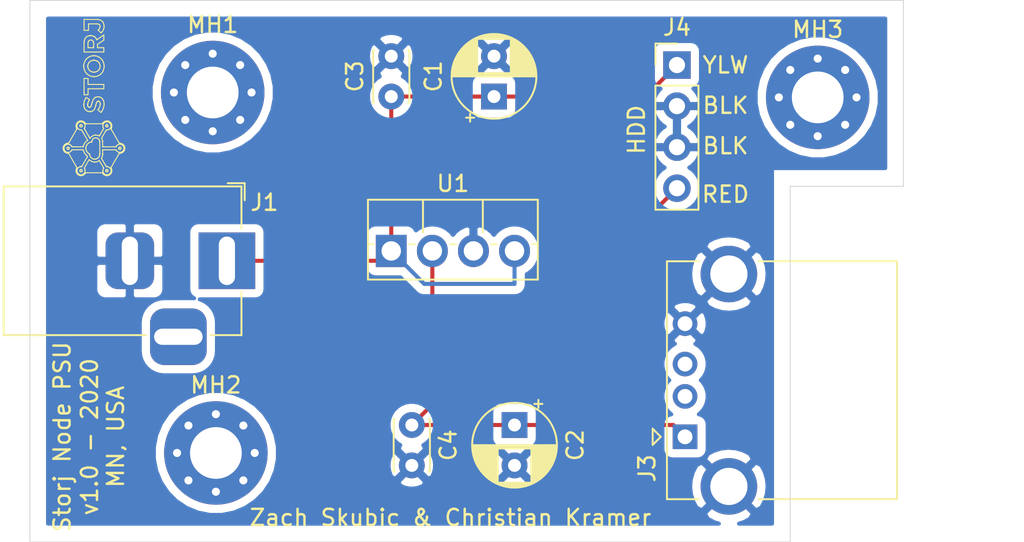
<source format=kicad_pcb>
(kicad_pcb (version 20171130) (host pcbnew "(5.1.6)-1")

  (general
    (thickness 1.6)
    (drawings 1095)
    (tracks 17)
    (zones 0)
    (modules 11)
    (nets 6)
  )

  (page A4)
  (layers
    (0 F.Cu signal)
    (31 B.Cu signal)
    (32 B.Adhes user)
    (33 F.Adhes user)
    (34 B.Paste user)
    (35 F.Paste user)
    (36 B.SilkS user)
    (37 F.SilkS user)
    (38 B.Mask user)
    (39 F.Mask user)
    (40 Dwgs.User user)
    (41 Cmts.User user)
    (42 Eco1.User user)
    (43 Eco2.User user)
    (44 Edge.Cuts user)
    (45 Margin user)
    (46 B.CrtYd user)
    (47 F.CrtYd user)
    (48 B.Fab user)
    (49 F.Fab user)
  )

  (setup
    (last_trace_width 0.25)
    (trace_clearance 0.2)
    (zone_clearance 0.508)
    (zone_45_only no)
    (trace_min 0.2)
    (via_size 0.8)
    (via_drill 0.4)
    (via_min_size 0.4)
    (via_min_drill 0.3)
    (uvia_size 0.3)
    (uvia_drill 0.1)
    (uvias_allowed no)
    (uvia_min_size 0.2)
    (uvia_min_drill 0.1)
    (edge_width 0.05)
    (segment_width 0.2)
    (pcb_text_width 0.3)
    (pcb_text_size 1.5 1.5)
    (mod_edge_width 0.12)
    (mod_text_size 1 1)
    (mod_text_width 0.15)
    (pad_size 1.524 1.524)
    (pad_drill 0.762)
    (pad_to_mask_clearance 0.05)
    (aux_axis_origin 0 0)
    (visible_elements FFFFFF7F)
    (pcbplotparams
      (layerselection 0x010fc_ffffffff)
      (usegerberextensions false)
      (usegerberattributes true)
      (usegerberadvancedattributes true)
      (creategerberjobfile true)
      (excludeedgelayer false)
      (linewidth 0.150000)
      (plotframeref false)
      (viasonmask false)
      (mode 1)
      (useauxorigin false)
      (hpglpennumber 1)
      (hpglpenspeed 20)
      (hpglpendiameter 15.000000)
      (psnegative false)
      (psa4output false)
      (plotreference true)
      (plotvalue true)
      (plotinvisibletext false)
      (padsonsilk false)
      (subtractmaskfromsilk false)
      (outputformat 1)
      (mirror false)
      (drillshape 0)
      (scaleselection 1)
      (outputdirectory "manufacture/"))
  )

  (net 0 "")
  (net 1 +12V)
  (net 2 GND)
  (net 3 +5V)
  (net 4 "Net-(J3-Pad2)")
  (net 5 "Net-(J3-Pad3)")

  (net_class Default "This is the default net class."
    (clearance 0.2)
    (trace_width 0.25)
    (via_dia 0.8)
    (via_drill 0.4)
    (uvia_dia 0.3)
    (uvia_drill 0.1)
    (add_net +12V)
    (add_net +5V)
    (add_net GND)
    (add_net "Net-(J3-Pad2)")
    (add_net "Net-(J3-Pad3)")
  )

  (module MountingHole:MountingHole_3.2mm_M3_Pad_Via (layer F.Cu) (tedit 56DDBCCA) (tstamp 5ED21A9C)
    (at 143.2 108)
    (descr "Mounting Hole 3.2mm, M3")
    (tags "mounting hole 3.2mm m3")
    (attr virtual)
    (fp_text reference MH3 (at 0 -4.2) (layer F.SilkS)
      (effects (font (size 1 1) (thickness 0.15)))
    )
    (fp_text value MountingHole_3.2mm_M3_Pad_Via (at 0 4.2) (layer F.Fab)
      (effects (font (size 1 1) (thickness 0.15)))
    )
    (fp_circle (center 0 0) (end 3.2 0) (layer Cmts.User) (width 0.15))
    (fp_circle (center 0 0) (end 3.45 0) (layer F.CrtYd) (width 0.05))
    (fp_text user %R (at 0.3 0) (layer F.Fab)
      (effects (font (size 1 1) (thickness 0.15)))
    )
    (pad 1 thru_hole circle (at 0 0) (size 6.4 6.4) (drill 3.2) (layers *.Cu *.Mask))
    (pad 1 thru_hole circle (at 2.4 0) (size 0.8 0.8) (drill 0.5) (layers *.Cu *.Mask))
    (pad 1 thru_hole circle (at 1.697056 1.697056) (size 0.8 0.8) (drill 0.5) (layers *.Cu *.Mask))
    (pad 1 thru_hole circle (at 0 2.4) (size 0.8 0.8) (drill 0.5) (layers *.Cu *.Mask))
    (pad 1 thru_hole circle (at -1.697056 1.697056) (size 0.8 0.8) (drill 0.5) (layers *.Cu *.Mask))
    (pad 1 thru_hole circle (at -2.4 0) (size 0.8 0.8) (drill 0.5) (layers *.Cu *.Mask))
    (pad 1 thru_hole circle (at -1.697056 -1.697056) (size 0.8 0.8) (drill 0.5) (layers *.Cu *.Mask))
    (pad 1 thru_hole circle (at 0 -2.4) (size 0.8 0.8) (drill 0.5) (layers *.Cu *.Mask))
    (pad 1 thru_hole circle (at 1.697056 -1.697056) (size 0.8 0.8) (drill 0.5) (layers *.Cu *.Mask))
  )

  (module MountingHole:MountingHole_3.2mm_M3_Pad_Via (layer F.Cu) (tedit 56DDBCCA) (tstamp 5ED21A9C)
    (at 106 130)
    (descr "Mounting Hole 3.2mm, M3")
    (tags "mounting hole 3.2mm m3")
    (attr virtual)
    (fp_text reference MH2 (at 0 -4.2) (layer F.SilkS)
      (effects (font (size 1 1) (thickness 0.15)))
    )
    (fp_text value MountingHole_3.2mm_M3_Pad_Via (at 0 4.2) (layer F.Fab)
      (effects (font (size 1 1) (thickness 0.15)))
    )
    (fp_circle (center 0 0) (end 3.2 0) (layer Cmts.User) (width 0.15))
    (fp_circle (center 0 0) (end 3.45 0) (layer F.CrtYd) (width 0.05))
    (fp_text user %R (at 0.3 0) (layer F.Fab)
      (effects (font (size 1 1) (thickness 0.15)))
    )
    (pad 1 thru_hole circle (at 0 0) (size 6.4 6.4) (drill 3.2) (layers *.Cu *.Mask))
    (pad 1 thru_hole circle (at 2.4 0) (size 0.8 0.8) (drill 0.5) (layers *.Cu *.Mask))
    (pad 1 thru_hole circle (at 1.697056 1.697056) (size 0.8 0.8) (drill 0.5) (layers *.Cu *.Mask))
    (pad 1 thru_hole circle (at 0 2.4) (size 0.8 0.8) (drill 0.5) (layers *.Cu *.Mask))
    (pad 1 thru_hole circle (at -1.697056 1.697056) (size 0.8 0.8) (drill 0.5) (layers *.Cu *.Mask))
    (pad 1 thru_hole circle (at -2.4 0) (size 0.8 0.8) (drill 0.5) (layers *.Cu *.Mask))
    (pad 1 thru_hole circle (at -1.697056 -1.697056) (size 0.8 0.8) (drill 0.5) (layers *.Cu *.Mask))
    (pad 1 thru_hole circle (at 0 -2.4) (size 0.8 0.8) (drill 0.5) (layers *.Cu *.Mask))
    (pad 1 thru_hole circle (at 1.697056 -1.697056) (size 0.8 0.8) (drill 0.5) (layers *.Cu *.Mask))
  )

  (module MountingHole:MountingHole_3.2mm_M3_Pad_Via (layer F.Cu) (tedit 56DDBCCA) (tstamp 5ED21A6D)
    (at 105.802944 107.697056)
    (descr "Mounting Hole 3.2mm, M3")
    (tags "mounting hole 3.2mm m3")
    (attr virtual)
    (fp_text reference MH1 (at 0 -4.2) (layer F.SilkS)
      (effects (font (size 1 1) (thickness 0.15)))
    )
    (fp_text value MountingHole_3.2mm_M3_Pad_Via (at 0 4.2) (layer F.Fab)
      (effects (font (size 1 1) (thickness 0.15)))
    )
    (fp_text user %R (at 0.3 0) (layer F.Fab)
      (effects (font (size 1 1) (thickness 0.15)))
    )
    (fp_circle (center 0 0) (end 3.2 0) (layer Cmts.User) (width 0.15))
    (fp_circle (center 0 0) (end 3.45 0) (layer F.CrtYd) (width 0.05))
    (pad 1 thru_hole circle (at 1.697056 -1.697056) (size 0.8 0.8) (drill 0.5) (layers *.Cu *.Mask))
    (pad 1 thru_hole circle (at 0 -2.4) (size 0.8 0.8) (drill 0.5) (layers *.Cu *.Mask))
    (pad 1 thru_hole circle (at -1.697056 -1.697056) (size 0.8 0.8) (drill 0.5) (layers *.Cu *.Mask))
    (pad 1 thru_hole circle (at -2.4 0) (size 0.8 0.8) (drill 0.5) (layers *.Cu *.Mask))
    (pad 1 thru_hole circle (at -1.697056 1.697056) (size 0.8 0.8) (drill 0.5) (layers *.Cu *.Mask))
    (pad 1 thru_hole circle (at 0 2.4) (size 0.8 0.8) (drill 0.5) (layers *.Cu *.Mask))
    (pad 1 thru_hole circle (at 1.697056 1.697056) (size 0.8 0.8) (drill 0.5) (layers *.Cu *.Mask))
    (pad 1 thru_hole circle (at 2.4 0) (size 0.8 0.8) (drill 0.5) (layers *.Cu *.Mask))
    (pad 1 thru_hole circle (at 0 0) (size 6.4 6.4) (drill 3.2) (layers *.Cu *.Mask))
  )

  (module Capacitor_THT:CP_Radial_D5.0mm_P2.50mm (layer F.Cu) (tedit 5AE50EF0) (tstamp 5ED1ED68)
    (at 123.19 107.95 90)
    (descr "CP, Radial series, Radial, pin pitch=2.50mm, , diameter=5mm, Electrolytic Capacitor")
    (tags "CP Radial series Radial pin pitch 2.50mm  diameter 5mm Electrolytic Capacitor")
    (path /5ED49F1B)
    (fp_text reference C1 (at 1.25 -3.75 90) (layer F.SilkS)
      (effects (font (size 1 1) (thickness 0.15)))
    )
    (fp_text value CP (at 1.25 3.75 90) (layer F.Fab)
      (effects (font (size 1 1) (thickness 0.15)))
    )
    (fp_line (start -1.304775 -1.725) (end -1.304775 -1.225) (layer F.SilkS) (width 0.12))
    (fp_line (start -1.554775 -1.475) (end -1.054775 -1.475) (layer F.SilkS) (width 0.12))
    (fp_line (start 3.851 -0.284) (end 3.851 0.284) (layer F.SilkS) (width 0.12))
    (fp_line (start 3.811 -0.518) (end 3.811 0.518) (layer F.SilkS) (width 0.12))
    (fp_line (start 3.771 -0.677) (end 3.771 0.677) (layer F.SilkS) (width 0.12))
    (fp_line (start 3.731 -0.805) (end 3.731 0.805) (layer F.SilkS) (width 0.12))
    (fp_line (start 3.691 -0.915) (end 3.691 0.915) (layer F.SilkS) (width 0.12))
    (fp_line (start 3.651 -1.011) (end 3.651 1.011) (layer F.SilkS) (width 0.12))
    (fp_line (start 3.611 -1.098) (end 3.611 1.098) (layer F.SilkS) (width 0.12))
    (fp_line (start 3.571 -1.178) (end 3.571 1.178) (layer F.SilkS) (width 0.12))
    (fp_line (start 3.531 1.04) (end 3.531 1.251) (layer F.SilkS) (width 0.12))
    (fp_line (start 3.531 -1.251) (end 3.531 -1.04) (layer F.SilkS) (width 0.12))
    (fp_line (start 3.491 1.04) (end 3.491 1.319) (layer F.SilkS) (width 0.12))
    (fp_line (start 3.491 -1.319) (end 3.491 -1.04) (layer F.SilkS) (width 0.12))
    (fp_line (start 3.451 1.04) (end 3.451 1.383) (layer F.SilkS) (width 0.12))
    (fp_line (start 3.451 -1.383) (end 3.451 -1.04) (layer F.SilkS) (width 0.12))
    (fp_line (start 3.411 1.04) (end 3.411 1.443) (layer F.SilkS) (width 0.12))
    (fp_line (start 3.411 -1.443) (end 3.411 -1.04) (layer F.SilkS) (width 0.12))
    (fp_line (start 3.371 1.04) (end 3.371 1.5) (layer F.SilkS) (width 0.12))
    (fp_line (start 3.371 -1.5) (end 3.371 -1.04) (layer F.SilkS) (width 0.12))
    (fp_line (start 3.331 1.04) (end 3.331 1.554) (layer F.SilkS) (width 0.12))
    (fp_line (start 3.331 -1.554) (end 3.331 -1.04) (layer F.SilkS) (width 0.12))
    (fp_line (start 3.291 1.04) (end 3.291 1.605) (layer F.SilkS) (width 0.12))
    (fp_line (start 3.291 -1.605) (end 3.291 -1.04) (layer F.SilkS) (width 0.12))
    (fp_line (start 3.251 1.04) (end 3.251 1.653) (layer F.SilkS) (width 0.12))
    (fp_line (start 3.251 -1.653) (end 3.251 -1.04) (layer F.SilkS) (width 0.12))
    (fp_line (start 3.211 1.04) (end 3.211 1.699) (layer F.SilkS) (width 0.12))
    (fp_line (start 3.211 -1.699) (end 3.211 -1.04) (layer F.SilkS) (width 0.12))
    (fp_line (start 3.171 1.04) (end 3.171 1.743) (layer F.SilkS) (width 0.12))
    (fp_line (start 3.171 -1.743) (end 3.171 -1.04) (layer F.SilkS) (width 0.12))
    (fp_line (start 3.131 1.04) (end 3.131 1.785) (layer F.SilkS) (width 0.12))
    (fp_line (start 3.131 -1.785) (end 3.131 -1.04) (layer F.SilkS) (width 0.12))
    (fp_line (start 3.091 1.04) (end 3.091 1.826) (layer F.SilkS) (width 0.12))
    (fp_line (start 3.091 -1.826) (end 3.091 -1.04) (layer F.SilkS) (width 0.12))
    (fp_line (start 3.051 1.04) (end 3.051 1.864) (layer F.SilkS) (width 0.12))
    (fp_line (start 3.051 -1.864) (end 3.051 -1.04) (layer F.SilkS) (width 0.12))
    (fp_line (start 3.011 1.04) (end 3.011 1.901) (layer F.SilkS) (width 0.12))
    (fp_line (start 3.011 -1.901) (end 3.011 -1.04) (layer F.SilkS) (width 0.12))
    (fp_line (start 2.971 1.04) (end 2.971 1.937) (layer F.SilkS) (width 0.12))
    (fp_line (start 2.971 -1.937) (end 2.971 -1.04) (layer F.SilkS) (width 0.12))
    (fp_line (start 2.931 1.04) (end 2.931 1.971) (layer F.SilkS) (width 0.12))
    (fp_line (start 2.931 -1.971) (end 2.931 -1.04) (layer F.SilkS) (width 0.12))
    (fp_line (start 2.891 1.04) (end 2.891 2.004) (layer F.SilkS) (width 0.12))
    (fp_line (start 2.891 -2.004) (end 2.891 -1.04) (layer F.SilkS) (width 0.12))
    (fp_line (start 2.851 1.04) (end 2.851 2.035) (layer F.SilkS) (width 0.12))
    (fp_line (start 2.851 -2.035) (end 2.851 -1.04) (layer F.SilkS) (width 0.12))
    (fp_line (start 2.811 1.04) (end 2.811 2.065) (layer F.SilkS) (width 0.12))
    (fp_line (start 2.811 -2.065) (end 2.811 -1.04) (layer F.SilkS) (width 0.12))
    (fp_line (start 2.771 1.04) (end 2.771 2.095) (layer F.SilkS) (width 0.12))
    (fp_line (start 2.771 -2.095) (end 2.771 -1.04) (layer F.SilkS) (width 0.12))
    (fp_line (start 2.731 1.04) (end 2.731 2.122) (layer F.SilkS) (width 0.12))
    (fp_line (start 2.731 -2.122) (end 2.731 -1.04) (layer F.SilkS) (width 0.12))
    (fp_line (start 2.691 1.04) (end 2.691 2.149) (layer F.SilkS) (width 0.12))
    (fp_line (start 2.691 -2.149) (end 2.691 -1.04) (layer F.SilkS) (width 0.12))
    (fp_line (start 2.651 1.04) (end 2.651 2.175) (layer F.SilkS) (width 0.12))
    (fp_line (start 2.651 -2.175) (end 2.651 -1.04) (layer F.SilkS) (width 0.12))
    (fp_line (start 2.611 1.04) (end 2.611 2.2) (layer F.SilkS) (width 0.12))
    (fp_line (start 2.611 -2.2) (end 2.611 -1.04) (layer F.SilkS) (width 0.12))
    (fp_line (start 2.571 1.04) (end 2.571 2.224) (layer F.SilkS) (width 0.12))
    (fp_line (start 2.571 -2.224) (end 2.571 -1.04) (layer F.SilkS) (width 0.12))
    (fp_line (start 2.531 1.04) (end 2.531 2.247) (layer F.SilkS) (width 0.12))
    (fp_line (start 2.531 -2.247) (end 2.531 -1.04) (layer F.SilkS) (width 0.12))
    (fp_line (start 2.491 1.04) (end 2.491 2.268) (layer F.SilkS) (width 0.12))
    (fp_line (start 2.491 -2.268) (end 2.491 -1.04) (layer F.SilkS) (width 0.12))
    (fp_line (start 2.451 1.04) (end 2.451 2.29) (layer F.SilkS) (width 0.12))
    (fp_line (start 2.451 -2.29) (end 2.451 -1.04) (layer F.SilkS) (width 0.12))
    (fp_line (start 2.411 1.04) (end 2.411 2.31) (layer F.SilkS) (width 0.12))
    (fp_line (start 2.411 -2.31) (end 2.411 -1.04) (layer F.SilkS) (width 0.12))
    (fp_line (start 2.371 1.04) (end 2.371 2.329) (layer F.SilkS) (width 0.12))
    (fp_line (start 2.371 -2.329) (end 2.371 -1.04) (layer F.SilkS) (width 0.12))
    (fp_line (start 2.331 1.04) (end 2.331 2.348) (layer F.SilkS) (width 0.12))
    (fp_line (start 2.331 -2.348) (end 2.331 -1.04) (layer F.SilkS) (width 0.12))
    (fp_line (start 2.291 1.04) (end 2.291 2.365) (layer F.SilkS) (width 0.12))
    (fp_line (start 2.291 -2.365) (end 2.291 -1.04) (layer F.SilkS) (width 0.12))
    (fp_line (start 2.251 1.04) (end 2.251 2.382) (layer F.SilkS) (width 0.12))
    (fp_line (start 2.251 -2.382) (end 2.251 -1.04) (layer F.SilkS) (width 0.12))
    (fp_line (start 2.211 1.04) (end 2.211 2.398) (layer F.SilkS) (width 0.12))
    (fp_line (start 2.211 -2.398) (end 2.211 -1.04) (layer F.SilkS) (width 0.12))
    (fp_line (start 2.171 1.04) (end 2.171 2.414) (layer F.SilkS) (width 0.12))
    (fp_line (start 2.171 -2.414) (end 2.171 -1.04) (layer F.SilkS) (width 0.12))
    (fp_line (start 2.131 1.04) (end 2.131 2.428) (layer F.SilkS) (width 0.12))
    (fp_line (start 2.131 -2.428) (end 2.131 -1.04) (layer F.SilkS) (width 0.12))
    (fp_line (start 2.091 1.04) (end 2.091 2.442) (layer F.SilkS) (width 0.12))
    (fp_line (start 2.091 -2.442) (end 2.091 -1.04) (layer F.SilkS) (width 0.12))
    (fp_line (start 2.051 1.04) (end 2.051 2.455) (layer F.SilkS) (width 0.12))
    (fp_line (start 2.051 -2.455) (end 2.051 -1.04) (layer F.SilkS) (width 0.12))
    (fp_line (start 2.011 1.04) (end 2.011 2.468) (layer F.SilkS) (width 0.12))
    (fp_line (start 2.011 -2.468) (end 2.011 -1.04) (layer F.SilkS) (width 0.12))
    (fp_line (start 1.971 1.04) (end 1.971 2.48) (layer F.SilkS) (width 0.12))
    (fp_line (start 1.971 -2.48) (end 1.971 -1.04) (layer F.SilkS) (width 0.12))
    (fp_line (start 1.93 1.04) (end 1.93 2.491) (layer F.SilkS) (width 0.12))
    (fp_line (start 1.93 -2.491) (end 1.93 -1.04) (layer F.SilkS) (width 0.12))
    (fp_line (start 1.89 1.04) (end 1.89 2.501) (layer F.SilkS) (width 0.12))
    (fp_line (start 1.89 -2.501) (end 1.89 -1.04) (layer F.SilkS) (width 0.12))
    (fp_line (start 1.85 1.04) (end 1.85 2.511) (layer F.SilkS) (width 0.12))
    (fp_line (start 1.85 -2.511) (end 1.85 -1.04) (layer F.SilkS) (width 0.12))
    (fp_line (start 1.81 1.04) (end 1.81 2.52) (layer F.SilkS) (width 0.12))
    (fp_line (start 1.81 -2.52) (end 1.81 -1.04) (layer F.SilkS) (width 0.12))
    (fp_line (start 1.77 1.04) (end 1.77 2.528) (layer F.SilkS) (width 0.12))
    (fp_line (start 1.77 -2.528) (end 1.77 -1.04) (layer F.SilkS) (width 0.12))
    (fp_line (start 1.73 1.04) (end 1.73 2.536) (layer F.SilkS) (width 0.12))
    (fp_line (start 1.73 -2.536) (end 1.73 -1.04) (layer F.SilkS) (width 0.12))
    (fp_line (start 1.69 1.04) (end 1.69 2.543) (layer F.SilkS) (width 0.12))
    (fp_line (start 1.69 -2.543) (end 1.69 -1.04) (layer F.SilkS) (width 0.12))
    (fp_line (start 1.65 1.04) (end 1.65 2.55) (layer F.SilkS) (width 0.12))
    (fp_line (start 1.65 -2.55) (end 1.65 -1.04) (layer F.SilkS) (width 0.12))
    (fp_line (start 1.61 1.04) (end 1.61 2.556) (layer F.SilkS) (width 0.12))
    (fp_line (start 1.61 -2.556) (end 1.61 -1.04) (layer F.SilkS) (width 0.12))
    (fp_line (start 1.57 1.04) (end 1.57 2.561) (layer F.SilkS) (width 0.12))
    (fp_line (start 1.57 -2.561) (end 1.57 -1.04) (layer F.SilkS) (width 0.12))
    (fp_line (start 1.53 1.04) (end 1.53 2.565) (layer F.SilkS) (width 0.12))
    (fp_line (start 1.53 -2.565) (end 1.53 -1.04) (layer F.SilkS) (width 0.12))
    (fp_line (start 1.49 1.04) (end 1.49 2.569) (layer F.SilkS) (width 0.12))
    (fp_line (start 1.49 -2.569) (end 1.49 -1.04) (layer F.SilkS) (width 0.12))
    (fp_line (start 1.45 -2.573) (end 1.45 2.573) (layer F.SilkS) (width 0.12))
    (fp_line (start 1.41 -2.576) (end 1.41 2.576) (layer F.SilkS) (width 0.12))
    (fp_line (start 1.37 -2.578) (end 1.37 2.578) (layer F.SilkS) (width 0.12))
    (fp_line (start 1.33 -2.579) (end 1.33 2.579) (layer F.SilkS) (width 0.12))
    (fp_line (start 1.29 -2.58) (end 1.29 2.58) (layer F.SilkS) (width 0.12))
    (fp_line (start 1.25 -2.58) (end 1.25 2.58) (layer F.SilkS) (width 0.12))
    (fp_line (start -0.633605 -1.3375) (end -0.633605 -0.8375) (layer F.Fab) (width 0.1))
    (fp_line (start -0.883605 -1.0875) (end -0.383605 -1.0875) (layer F.Fab) (width 0.1))
    (fp_circle (center 1.25 0) (end 4 0) (layer F.CrtYd) (width 0.05))
    (fp_circle (center 1.25 0) (end 3.87 0) (layer F.SilkS) (width 0.12))
    (fp_circle (center 1.25 0) (end 3.75 0) (layer F.Fab) (width 0.1))
    (fp_text user %R (at 1.25 0 90) (layer F.Fab)
      (effects (font (size 1 1) (thickness 0.15)))
    )
    (pad 1 thru_hole rect (at 0 0 90) (size 1.6 1.6) (drill 0.8) (layers *.Cu *.Mask)
      (net 1 +12V))
    (pad 2 thru_hole circle (at 2.5 0 90) (size 1.6 1.6) (drill 0.8) (layers *.Cu *.Mask)
      (net 2 GND))
    (model ${KISYS3DMOD}/Capacitor_THT.3dshapes/CP_Radial_D5.0mm_P2.50mm.wrl
      (at (xyz 0 0 0))
      (scale (xyz 1 1 1))
      (rotate (xyz 0 0 0))
    )
  )

  (module Capacitor_THT:CP_Radial_D5.0mm_P2.50mm (layer F.Cu) (tedit 5AE50EF0) (tstamp 5ED1EDEC)
    (at 124.46 128.27 270)
    (descr "CP, Radial series, Radial, pin pitch=2.50mm, , diameter=5mm, Electrolytic Capacitor")
    (tags "CP Radial series Radial pin pitch 2.50mm  diameter 5mm Electrolytic Capacitor")
    (path /5ED53411)
    (fp_text reference C2 (at 1.25 -3.75 90) (layer F.SilkS)
      (effects (font (size 1 1) (thickness 0.15)))
    )
    (fp_text value CP (at 1.25 3.75 90) (layer F.Fab)
      (effects (font (size 1 1) (thickness 0.15)))
    )
    (fp_text user %R (at 1.25 0 90) (layer F.Fab)
      (effects (font (size 1 1) (thickness 0.15)))
    )
    (fp_circle (center 1.25 0) (end 3.75 0) (layer F.Fab) (width 0.1))
    (fp_circle (center 1.25 0) (end 3.87 0) (layer F.SilkS) (width 0.12))
    (fp_circle (center 1.25 0) (end 4 0) (layer F.CrtYd) (width 0.05))
    (fp_line (start -0.883605 -1.0875) (end -0.383605 -1.0875) (layer F.Fab) (width 0.1))
    (fp_line (start -0.633605 -1.3375) (end -0.633605 -0.8375) (layer F.Fab) (width 0.1))
    (fp_line (start 1.25 -2.58) (end 1.25 2.58) (layer F.SilkS) (width 0.12))
    (fp_line (start 1.29 -2.58) (end 1.29 2.58) (layer F.SilkS) (width 0.12))
    (fp_line (start 1.33 -2.579) (end 1.33 2.579) (layer F.SilkS) (width 0.12))
    (fp_line (start 1.37 -2.578) (end 1.37 2.578) (layer F.SilkS) (width 0.12))
    (fp_line (start 1.41 -2.576) (end 1.41 2.576) (layer F.SilkS) (width 0.12))
    (fp_line (start 1.45 -2.573) (end 1.45 2.573) (layer F.SilkS) (width 0.12))
    (fp_line (start 1.49 -2.569) (end 1.49 -1.04) (layer F.SilkS) (width 0.12))
    (fp_line (start 1.49 1.04) (end 1.49 2.569) (layer F.SilkS) (width 0.12))
    (fp_line (start 1.53 -2.565) (end 1.53 -1.04) (layer F.SilkS) (width 0.12))
    (fp_line (start 1.53 1.04) (end 1.53 2.565) (layer F.SilkS) (width 0.12))
    (fp_line (start 1.57 -2.561) (end 1.57 -1.04) (layer F.SilkS) (width 0.12))
    (fp_line (start 1.57 1.04) (end 1.57 2.561) (layer F.SilkS) (width 0.12))
    (fp_line (start 1.61 -2.556) (end 1.61 -1.04) (layer F.SilkS) (width 0.12))
    (fp_line (start 1.61 1.04) (end 1.61 2.556) (layer F.SilkS) (width 0.12))
    (fp_line (start 1.65 -2.55) (end 1.65 -1.04) (layer F.SilkS) (width 0.12))
    (fp_line (start 1.65 1.04) (end 1.65 2.55) (layer F.SilkS) (width 0.12))
    (fp_line (start 1.69 -2.543) (end 1.69 -1.04) (layer F.SilkS) (width 0.12))
    (fp_line (start 1.69 1.04) (end 1.69 2.543) (layer F.SilkS) (width 0.12))
    (fp_line (start 1.73 -2.536) (end 1.73 -1.04) (layer F.SilkS) (width 0.12))
    (fp_line (start 1.73 1.04) (end 1.73 2.536) (layer F.SilkS) (width 0.12))
    (fp_line (start 1.77 -2.528) (end 1.77 -1.04) (layer F.SilkS) (width 0.12))
    (fp_line (start 1.77 1.04) (end 1.77 2.528) (layer F.SilkS) (width 0.12))
    (fp_line (start 1.81 -2.52) (end 1.81 -1.04) (layer F.SilkS) (width 0.12))
    (fp_line (start 1.81 1.04) (end 1.81 2.52) (layer F.SilkS) (width 0.12))
    (fp_line (start 1.85 -2.511) (end 1.85 -1.04) (layer F.SilkS) (width 0.12))
    (fp_line (start 1.85 1.04) (end 1.85 2.511) (layer F.SilkS) (width 0.12))
    (fp_line (start 1.89 -2.501) (end 1.89 -1.04) (layer F.SilkS) (width 0.12))
    (fp_line (start 1.89 1.04) (end 1.89 2.501) (layer F.SilkS) (width 0.12))
    (fp_line (start 1.93 -2.491) (end 1.93 -1.04) (layer F.SilkS) (width 0.12))
    (fp_line (start 1.93 1.04) (end 1.93 2.491) (layer F.SilkS) (width 0.12))
    (fp_line (start 1.971 -2.48) (end 1.971 -1.04) (layer F.SilkS) (width 0.12))
    (fp_line (start 1.971 1.04) (end 1.971 2.48) (layer F.SilkS) (width 0.12))
    (fp_line (start 2.011 -2.468) (end 2.011 -1.04) (layer F.SilkS) (width 0.12))
    (fp_line (start 2.011 1.04) (end 2.011 2.468) (layer F.SilkS) (width 0.12))
    (fp_line (start 2.051 -2.455) (end 2.051 -1.04) (layer F.SilkS) (width 0.12))
    (fp_line (start 2.051 1.04) (end 2.051 2.455) (layer F.SilkS) (width 0.12))
    (fp_line (start 2.091 -2.442) (end 2.091 -1.04) (layer F.SilkS) (width 0.12))
    (fp_line (start 2.091 1.04) (end 2.091 2.442) (layer F.SilkS) (width 0.12))
    (fp_line (start 2.131 -2.428) (end 2.131 -1.04) (layer F.SilkS) (width 0.12))
    (fp_line (start 2.131 1.04) (end 2.131 2.428) (layer F.SilkS) (width 0.12))
    (fp_line (start 2.171 -2.414) (end 2.171 -1.04) (layer F.SilkS) (width 0.12))
    (fp_line (start 2.171 1.04) (end 2.171 2.414) (layer F.SilkS) (width 0.12))
    (fp_line (start 2.211 -2.398) (end 2.211 -1.04) (layer F.SilkS) (width 0.12))
    (fp_line (start 2.211 1.04) (end 2.211 2.398) (layer F.SilkS) (width 0.12))
    (fp_line (start 2.251 -2.382) (end 2.251 -1.04) (layer F.SilkS) (width 0.12))
    (fp_line (start 2.251 1.04) (end 2.251 2.382) (layer F.SilkS) (width 0.12))
    (fp_line (start 2.291 -2.365) (end 2.291 -1.04) (layer F.SilkS) (width 0.12))
    (fp_line (start 2.291 1.04) (end 2.291 2.365) (layer F.SilkS) (width 0.12))
    (fp_line (start 2.331 -2.348) (end 2.331 -1.04) (layer F.SilkS) (width 0.12))
    (fp_line (start 2.331 1.04) (end 2.331 2.348) (layer F.SilkS) (width 0.12))
    (fp_line (start 2.371 -2.329) (end 2.371 -1.04) (layer F.SilkS) (width 0.12))
    (fp_line (start 2.371 1.04) (end 2.371 2.329) (layer F.SilkS) (width 0.12))
    (fp_line (start 2.411 -2.31) (end 2.411 -1.04) (layer F.SilkS) (width 0.12))
    (fp_line (start 2.411 1.04) (end 2.411 2.31) (layer F.SilkS) (width 0.12))
    (fp_line (start 2.451 -2.29) (end 2.451 -1.04) (layer F.SilkS) (width 0.12))
    (fp_line (start 2.451 1.04) (end 2.451 2.29) (layer F.SilkS) (width 0.12))
    (fp_line (start 2.491 -2.268) (end 2.491 -1.04) (layer F.SilkS) (width 0.12))
    (fp_line (start 2.491 1.04) (end 2.491 2.268) (layer F.SilkS) (width 0.12))
    (fp_line (start 2.531 -2.247) (end 2.531 -1.04) (layer F.SilkS) (width 0.12))
    (fp_line (start 2.531 1.04) (end 2.531 2.247) (layer F.SilkS) (width 0.12))
    (fp_line (start 2.571 -2.224) (end 2.571 -1.04) (layer F.SilkS) (width 0.12))
    (fp_line (start 2.571 1.04) (end 2.571 2.224) (layer F.SilkS) (width 0.12))
    (fp_line (start 2.611 -2.2) (end 2.611 -1.04) (layer F.SilkS) (width 0.12))
    (fp_line (start 2.611 1.04) (end 2.611 2.2) (layer F.SilkS) (width 0.12))
    (fp_line (start 2.651 -2.175) (end 2.651 -1.04) (layer F.SilkS) (width 0.12))
    (fp_line (start 2.651 1.04) (end 2.651 2.175) (layer F.SilkS) (width 0.12))
    (fp_line (start 2.691 -2.149) (end 2.691 -1.04) (layer F.SilkS) (width 0.12))
    (fp_line (start 2.691 1.04) (end 2.691 2.149) (layer F.SilkS) (width 0.12))
    (fp_line (start 2.731 -2.122) (end 2.731 -1.04) (layer F.SilkS) (width 0.12))
    (fp_line (start 2.731 1.04) (end 2.731 2.122) (layer F.SilkS) (width 0.12))
    (fp_line (start 2.771 -2.095) (end 2.771 -1.04) (layer F.SilkS) (width 0.12))
    (fp_line (start 2.771 1.04) (end 2.771 2.095) (layer F.SilkS) (width 0.12))
    (fp_line (start 2.811 -2.065) (end 2.811 -1.04) (layer F.SilkS) (width 0.12))
    (fp_line (start 2.811 1.04) (end 2.811 2.065) (layer F.SilkS) (width 0.12))
    (fp_line (start 2.851 -2.035) (end 2.851 -1.04) (layer F.SilkS) (width 0.12))
    (fp_line (start 2.851 1.04) (end 2.851 2.035) (layer F.SilkS) (width 0.12))
    (fp_line (start 2.891 -2.004) (end 2.891 -1.04) (layer F.SilkS) (width 0.12))
    (fp_line (start 2.891 1.04) (end 2.891 2.004) (layer F.SilkS) (width 0.12))
    (fp_line (start 2.931 -1.971) (end 2.931 -1.04) (layer F.SilkS) (width 0.12))
    (fp_line (start 2.931 1.04) (end 2.931 1.971) (layer F.SilkS) (width 0.12))
    (fp_line (start 2.971 -1.937) (end 2.971 -1.04) (layer F.SilkS) (width 0.12))
    (fp_line (start 2.971 1.04) (end 2.971 1.937) (layer F.SilkS) (width 0.12))
    (fp_line (start 3.011 -1.901) (end 3.011 -1.04) (layer F.SilkS) (width 0.12))
    (fp_line (start 3.011 1.04) (end 3.011 1.901) (layer F.SilkS) (width 0.12))
    (fp_line (start 3.051 -1.864) (end 3.051 -1.04) (layer F.SilkS) (width 0.12))
    (fp_line (start 3.051 1.04) (end 3.051 1.864) (layer F.SilkS) (width 0.12))
    (fp_line (start 3.091 -1.826) (end 3.091 -1.04) (layer F.SilkS) (width 0.12))
    (fp_line (start 3.091 1.04) (end 3.091 1.826) (layer F.SilkS) (width 0.12))
    (fp_line (start 3.131 -1.785) (end 3.131 -1.04) (layer F.SilkS) (width 0.12))
    (fp_line (start 3.131 1.04) (end 3.131 1.785) (layer F.SilkS) (width 0.12))
    (fp_line (start 3.171 -1.743) (end 3.171 -1.04) (layer F.SilkS) (width 0.12))
    (fp_line (start 3.171 1.04) (end 3.171 1.743) (layer F.SilkS) (width 0.12))
    (fp_line (start 3.211 -1.699) (end 3.211 -1.04) (layer F.SilkS) (width 0.12))
    (fp_line (start 3.211 1.04) (end 3.211 1.699) (layer F.SilkS) (width 0.12))
    (fp_line (start 3.251 -1.653) (end 3.251 -1.04) (layer F.SilkS) (width 0.12))
    (fp_line (start 3.251 1.04) (end 3.251 1.653) (layer F.SilkS) (width 0.12))
    (fp_line (start 3.291 -1.605) (end 3.291 -1.04) (layer F.SilkS) (width 0.12))
    (fp_line (start 3.291 1.04) (end 3.291 1.605) (layer F.SilkS) (width 0.12))
    (fp_line (start 3.331 -1.554) (end 3.331 -1.04) (layer F.SilkS) (width 0.12))
    (fp_line (start 3.331 1.04) (end 3.331 1.554) (layer F.SilkS) (width 0.12))
    (fp_line (start 3.371 -1.5) (end 3.371 -1.04) (layer F.SilkS) (width 0.12))
    (fp_line (start 3.371 1.04) (end 3.371 1.5) (layer F.SilkS) (width 0.12))
    (fp_line (start 3.411 -1.443) (end 3.411 -1.04) (layer F.SilkS) (width 0.12))
    (fp_line (start 3.411 1.04) (end 3.411 1.443) (layer F.SilkS) (width 0.12))
    (fp_line (start 3.451 -1.383) (end 3.451 -1.04) (layer F.SilkS) (width 0.12))
    (fp_line (start 3.451 1.04) (end 3.451 1.383) (layer F.SilkS) (width 0.12))
    (fp_line (start 3.491 -1.319) (end 3.491 -1.04) (layer F.SilkS) (width 0.12))
    (fp_line (start 3.491 1.04) (end 3.491 1.319) (layer F.SilkS) (width 0.12))
    (fp_line (start 3.531 -1.251) (end 3.531 -1.04) (layer F.SilkS) (width 0.12))
    (fp_line (start 3.531 1.04) (end 3.531 1.251) (layer F.SilkS) (width 0.12))
    (fp_line (start 3.571 -1.178) (end 3.571 1.178) (layer F.SilkS) (width 0.12))
    (fp_line (start 3.611 -1.098) (end 3.611 1.098) (layer F.SilkS) (width 0.12))
    (fp_line (start 3.651 -1.011) (end 3.651 1.011) (layer F.SilkS) (width 0.12))
    (fp_line (start 3.691 -0.915) (end 3.691 0.915) (layer F.SilkS) (width 0.12))
    (fp_line (start 3.731 -0.805) (end 3.731 0.805) (layer F.SilkS) (width 0.12))
    (fp_line (start 3.771 -0.677) (end 3.771 0.677) (layer F.SilkS) (width 0.12))
    (fp_line (start 3.811 -0.518) (end 3.811 0.518) (layer F.SilkS) (width 0.12))
    (fp_line (start 3.851 -0.284) (end 3.851 0.284) (layer F.SilkS) (width 0.12))
    (fp_line (start -1.554775 -1.475) (end -1.054775 -1.475) (layer F.SilkS) (width 0.12))
    (fp_line (start -1.304775 -1.725) (end -1.304775 -1.225) (layer F.SilkS) (width 0.12))
    (pad 2 thru_hole circle (at 2.5 0 270) (size 1.6 1.6) (drill 0.8) (layers *.Cu *.Mask)
      (net 2 GND))
    (pad 1 thru_hole rect (at 0 0 270) (size 1.6 1.6) (drill 0.8) (layers *.Cu *.Mask)
      (net 3 +5V))
    (model ${KISYS3DMOD}/Capacitor_THT.3dshapes/CP_Radial_D5.0mm_P2.50mm.wrl
      (at (xyz 0 0 0))
      (scale (xyz 1 1 1))
      (rotate (xyz 0 0 0))
    )
  )

  (module Capacitor_THT:C_Disc_D3.0mm_W2.0mm_P2.50mm (layer F.Cu) (tedit 5AE50EF0) (tstamp 5ED1EE01)
    (at 116.84 107.95 90)
    (descr "C, Disc series, Radial, pin pitch=2.50mm, , diameter*width=3*2mm^2, Capacitor")
    (tags "C Disc series Radial pin pitch 2.50mm  diameter 3mm width 2mm Capacitor")
    (path /5ED4C4F5)
    (fp_text reference C3 (at 1.25 -2.25 90) (layer F.SilkS)
      (effects (font (size 1 1) (thickness 0.15)))
    )
    (fp_text value C (at 1.25 2.25 90) (layer F.Fab)
      (effects (font (size 1 1) (thickness 0.15)))
    )
    (fp_line (start 3.55 -1.25) (end -1.05 -1.25) (layer F.CrtYd) (width 0.05))
    (fp_line (start 3.55 1.25) (end 3.55 -1.25) (layer F.CrtYd) (width 0.05))
    (fp_line (start -1.05 1.25) (end 3.55 1.25) (layer F.CrtYd) (width 0.05))
    (fp_line (start -1.05 -1.25) (end -1.05 1.25) (layer F.CrtYd) (width 0.05))
    (fp_line (start 2.87 1.055) (end 2.87 1.12) (layer F.SilkS) (width 0.12))
    (fp_line (start 2.87 -1.12) (end 2.87 -1.055) (layer F.SilkS) (width 0.12))
    (fp_line (start -0.37 1.055) (end -0.37 1.12) (layer F.SilkS) (width 0.12))
    (fp_line (start -0.37 -1.12) (end -0.37 -1.055) (layer F.SilkS) (width 0.12))
    (fp_line (start -0.37 1.12) (end 2.87 1.12) (layer F.SilkS) (width 0.12))
    (fp_line (start -0.37 -1.12) (end 2.87 -1.12) (layer F.SilkS) (width 0.12))
    (fp_line (start 2.75 -1) (end -0.25 -1) (layer F.Fab) (width 0.1))
    (fp_line (start 2.75 1) (end 2.75 -1) (layer F.Fab) (width 0.1))
    (fp_line (start -0.25 1) (end 2.75 1) (layer F.Fab) (width 0.1))
    (fp_line (start -0.25 -1) (end -0.25 1) (layer F.Fab) (width 0.1))
    (fp_text user %R (at 1.25 0 90) (layer F.Fab)
      (effects (font (size 0.6 0.6) (thickness 0.09)))
    )
    (pad 1 thru_hole circle (at 0 0 90) (size 1.6 1.6) (drill 0.8) (layers *.Cu *.Mask)
      (net 1 +12V))
    (pad 2 thru_hole circle (at 2.5 0 90) (size 1.6 1.6) (drill 0.8) (layers *.Cu *.Mask)
      (net 2 GND))
    (model ${KISYS3DMOD}/Capacitor_THT.3dshapes/C_Disc_D3.0mm_W2.0mm_P2.50mm.wrl
      (at (xyz 0 0 0))
      (scale (xyz 1 1 1))
      (rotate (xyz 0 0 0))
    )
  )

  (module Capacitor_THT:C_Disc_D3.0mm_W2.0mm_P2.50mm (layer F.Cu) (tedit 5AE50EF0) (tstamp 5ED1EE16)
    (at 118.11 128.27 270)
    (descr "C, Disc series, Radial, pin pitch=2.50mm, , diameter*width=3*2mm^2, Capacitor")
    (tags "C Disc series Radial pin pitch 2.50mm  diameter 3mm width 2mm Capacitor")
    (path /5ED53423)
    (fp_text reference C4 (at 1.25 -2.25 90) (layer F.SilkS)
      (effects (font (size 1 1) (thickness 0.15)))
    )
    (fp_text value C (at 1.25 2.25 90) (layer F.Fab)
      (effects (font (size 1 1) (thickness 0.15)))
    )
    (fp_text user %R (at 1.25 0 90) (layer F.Fab)
      (effects (font (size 0.6 0.6) (thickness 0.09)))
    )
    (fp_line (start -0.25 -1) (end -0.25 1) (layer F.Fab) (width 0.1))
    (fp_line (start -0.25 1) (end 2.75 1) (layer F.Fab) (width 0.1))
    (fp_line (start 2.75 1) (end 2.75 -1) (layer F.Fab) (width 0.1))
    (fp_line (start 2.75 -1) (end -0.25 -1) (layer F.Fab) (width 0.1))
    (fp_line (start -0.37 -1.12) (end 2.87 -1.12) (layer F.SilkS) (width 0.12))
    (fp_line (start -0.37 1.12) (end 2.87 1.12) (layer F.SilkS) (width 0.12))
    (fp_line (start -0.37 -1.12) (end -0.37 -1.055) (layer F.SilkS) (width 0.12))
    (fp_line (start -0.37 1.055) (end -0.37 1.12) (layer F.SilkS) (width 0.12))
    (fp_line (start 2.87 -1.12) (end 2.87 -1.055) (layer F.SilkS) (width 0.12))
    (fp_line (start 2.87 1.055) (end 2.87 1.12) (layer F.SilkS) (width 0.12))
    (fp_line (start -1.05 -1.25) (end -1.05 1.25) (layer F.CrtYd) (width 0.05))
    (fp_line (start -1.05 1.25) (end 3.55 1.25) (layer F.CrtYd) (width 0.05))
    (fp_line (start 3.55 1.25) (end 3.55 -1.25) (layer F.CrtYd) (width 0.05))
    (fp_line (start 3.55 -1.25) (end -1.05 -1.25) (layer F.CrtYd) (width 0.05))
    (pad 2 thru_hole circle (at 2.5 0 270) (size 1.6 1.6) (drill 0.8) (layers *.Cu *.Mask)
      (net 2 GND))
    (pad 1 thru_hole circle (at 0 0 270) (size 1.6 1.6) (drill 0.8) (layers *.Cu *.Mask)
      (net 3 +5V))
    (model ${KISYS3DMOD}/Capacitor_THT.3dshapes/C_Disc_D3.0mm_W2.0mm_P2.50mm.wrl
      (at (xyz 0 0 0))
      (scale (xyz 1 1 1))
      (rotate (xyz 0 0 0))
    )
  )

  (module Connector_BarrelJack:BarrelJack_Horizontal (layer F.Cu) (tedit 5A1DBF6A) (tstamp 5ED1EE39)
    (at 106.68 118.11)
    (descr "DC Barrel Jack")
    (tags "Power Jack")
    (path /5ED40BF5)
    (fp_text reference J1 (at 2.32 -3.61) (layer F.SilkS)
      (effects (font (size 1 1) (thickness 0.15)))
    )
    (fp_text value Barrel_Jack (at -6.2 -5.5) (layer F.Fab)
      (effects (font (size 1 1) (thickness 0.15)))
    )
    (fp_line (start 0 -4.5) (end -13.7 -4.5) (layer F.Fab) (width 0.1))
    (fp_line (start 0.8 4.5) (end 0.8 -3.75) (layer F.Fab) (width 0.1))
    (fp_line (start -13.7 4.5) (end 0.8 4.5) (layer F.Fab) (width 0.1))
    (fp_line (start -13.7 -4.5) (end -13.7 4.5) (layer F.Fab) (width 0.1))
    (fp_line (start -10.2 -4.5) (end -10.2 4.5) (layer F.Fab) (width 0.1))
    (fp_line (start 0.9 -4.6) (end 0.9 -2) (layer F.SilkS) (width 0.12))
    (fp_line (start -13.8 -4.6) (end 0.9 -4.6) (layer F.SilkS) (width 0.12))
    (fp_line (start 0.9 4.6) (end -1 4.6) (layer F.SilkS) (width 0.12))
    (fp_line (start 0.9 1.9) (end 0.9 4.6) (layer F.SilkS) (width 0.12))
    (fp_line (start -13.8 4.6) (end -13.8 -4.6) (layer F.SilkS) (width 0.12))
    (fp_line (start -5 4.6) (end -13.8 4.6) (layer F.SilkS) (width 0.12))
    (fp_line (start -14 4.75) (end -14 -4.75) (layer F.CrtYd) (width 0.05))
    (fp_line (start -5 4.75) (end -14 4.75) (layer F.CrtYd) (width 0.05))
    (fp_line (start -5 6.75) (end -5 4.75) (layer F.CrtYd) (width 0.05))
    (fp_line (start -1 6.75) (end -5 6.75) (layer F.CrtYd) (width 0.05))
    (fp_line (start -1 4.75) (end -1 6.75) (layer F.CrtYd) (width 0.05))
    (fp_line (start 1 4.75) (end -1 4.75) (layer F.CrtYd) (width 0.05))
    (fp_line (start 1 2) (end 1 4.75) (layer F.CrtYd) (width 0.05))
    (fp_line (start 2 2) (end 1 2) (layer F.CrtYd) (width 0.05))
    (fp_line (start 2 -2) (end 2 2) (layer F.CrtYd) (width 0.05))
    (fp_line (start 1 -2) (end 2 -2) (layer F.CrtYd) (width 0.05))
    (fp_line (start 1 -4.5) (end 1 -2) (layer F.CrtYd) (width 0.05))
    (fp_line (start 1 -4.75) (end -14 -4.75) (layer F.CrtYd) (width 0.05))
    (fp_line (start 1 -4.5) (end 1 -4.75) (layer F.CrtYd) (width 0.05))
    (fp_line (start 0.05 -4.8) (end 1.1 -4.8) (layer F.SilkS) (width 0.12))
    (fp_line (start 1.1 -3.75) (end 1.1 -4.8) (layer F.SilkS) (width 0.12))
    (fp_line (start -0.003213 -4.505425) (end 0.8 -3.75) (layer F.Fab) (width 0.1))
    (fp_text user %R (at -3 -2.95) (layer F.Fab)
      (effects (font (size 1 1) (thickness 0.15)))
    )
    (pad 1 thru_hole rect (at 0 0) (size 3.5 3.5) (drill oval 1 3) (layers *.Cu *.Mask)
      (net 1 +12V))
    (pad 2 thru_hole roundrect (at -6 0) (size 3 3.5) (drill oval 1 3) (layers *.Cu *.Mask) (roundrect_rratio 0.25)
      (net 2 GND))
    (pad 3 thru_hole roundrect (at -3 4.7) (size 3.5 3.5) (drill oval 3 1) (layers *.Cu *.Mask) (roundrect_rratio 0.25))
    (model ${KISYS3DMOD}/Connector_BarrelJack.3dshapes/BarrelJack_Horizontal.wrl
      (at (xyz 0 0 0))
      (scale (xyz 1 1 1))
      (rotate (xyz 0 0 0))
    )
  )

  (module Connector_USB:USB_A_CONNFLY_DS1095-WNR0 (layer F.Cu) (tedit 5E39FFBD) (tstamp 5ED1EE56)
    (at 135 129 90)
    (descr http://www.connfly.com/userfiles/image/UpLoadFile/File/2013/5/6/DS1095.pdf)
    (tags "USB-A receptacle horizontal through-hole")
    (path /5ED3910F)
    (fp_text reference J3 (at -1.95 -2.35 90) (layer F.SilkS)
      (effects (font (size 1 1) (thickness 0.15)))
    )
    (fp_text value USB_A (at 3.5 7 90) (layer F.Fab)
      (effects (font (size 1 1) (thickness 0.15)))
    )
    (fp_line (start 0.5 -2) (end -0.5 -2) (layer F.SilkS) (width 0.12))
    (fp_line (start 0 -1.5) (end 0.5 -2) (layer F.SilkS) (width 0.12))
    (fp_line (start -0.5 -2) (end 0 -1.5) (layer F.SilkS) (width 0.12))
    (fp_line (start 10.86 0.86) (end 10.86 -1.12) (layer F.SilkS) (width 0.12))
    (fp_line (start -3.86 -1.12) (end -3.86 0.86) (layer F.SilkS) (width 0.12))
    (fp_line (start -3.86 -1.12) (end 10.86 -1.12) (layer F.SilkS) (width 0.12))
    (fp_line (start 10.86 4.56) (end 10.86 13.1) (layer F.SilkS) (width 0.12))
    (fp_line (start -3.86 13.1) (end 10.86 13.1) (layer F.SilkS) (width 0.12))
    (fp_line (start -3.86 4.56) (end -3.86 13.1) (layer F.SilkS) (width 0.12))
    (fp_line (start -5.32 -1.51) (end 12.32 -1.51) (layer F.CrtYd) (width 0.05))
    (fp_line (start 12.32 -1.51) (end 12.32 13.49) (layer F.CrtYd) (width 0.05))
    (fp_line (start 12.32 13.49) (end -5.32 13.49) (layer F.CrtYd) (width 0.05))
    (fp_line (start -5.32 -1.51) (end -5.32 13.49) (layer F.CrtYd) (width 0.05))
    (fp_line (start -2.87 -1.01) (end -3.75 -0.13) (layer F.Fab) (width 0.1))
    (fp_line (start -3.75 12.99) (end 10.75 12.99) (layer F.Fab) (width 0.1))
    (fp_line (start -2.87 -1.01) (end 10.75 -1.01) (layer F.Fab) (width 0.1))
    (fp_line (start 10.75 -1.01) (end 10.75 12.99) (layer F.Fab) (width 0.1))
    (fp_line (start -3.75 -0.13) (end -3.75 12.99) (layer F.Fab) (width 0.1))
    (fp_text user %R (at 3.5 5 90) (layer F.Fab)
      (effects (font (size 1 1) (thickness 0.15)))
    )
    (pad 5 thru_hole circle (at 10.07 2.71 90) (size 3.5 3.5) (drill 2.3) (layers *.Cu *.Mask)
      (net 2 GND))
    (pad 5 thru_hole circle (at -3.07 2.71 90) (size 3.5 3.5) (drill 2.3) (layers *.Cu *.Mask)
      (net 2 GND))
    (pad 1 thru_hole rect (at 0 0 90) (size 1.524 1.524) (drill 0.92) (layers *.Cu *.Mask)
      (net 3 +5V))
    (pad 2 thru_hole circle (at 2.5 0 90) (size 1.524 1.524) (drill 0.92) (layers *.Cu *.Mask)
      (net 4 "Net-(J3-Pad2)"))
    (pad 3 thru_hole circle (at 4.5 0 90) (size 1.524 1.524) (drill 0.92) (layers *.Cu *.Mask)
      (net 5 "Net-(J3-Pad3)"))
    (pad 4 thru_hole circle (at 7 0 90) (size 1.524 1.524) (drill 0.92) (layers *.Cu *.Mask)
      (net 2 GND))
    (model ${KISYS3DMOD}/Connector_USB.3dshapes/USB_A_CONNFLY_DS1095-WNR0.wrl
      (at (xyz 0 0 0))
      (scale (xyz 1 1 1))
      (rotate (xyz 0 0 0))
    )
  )

  (module Connector_PinHeader_2.54mm:PinHeader_1x04_P2.54mm_Vertical (layer F.Cu) (tedit 59FED5CC) (tstamp 5ED1EE6E)
    (at 134.5 106)
    (descr "Through hole straight pin header, 1x04, 2.54mm pitch, single row")
    (tags "Through hole pin header THT 1x04 2.54mm single row")
    (path /5ED4356A)
    (fp_text reference J4 (at 0 -2.33) (layer F.SilkS)
      (effects (font (size 1 1) (thickness 0.15)))
    )
    (fp_text value "HDD Connector" (at 0 10.5) (layer F.Fab)
      (effects (font (size 1 1) (thickness 0.15)))
    )
    (fp_line (start 1.8 -1.8) (end -1.8 -1.8) (layer F.CrtYd) (width 0.05))
    (fp_line (start 1.8 9.4) (end 1.8 -1.8) (layer F.CrtYd) (width 0.05))
    (fp_line (start -1.8 9.4) (end 1.8 9.4) (layer F.CrtYd) (width 0.05))
    (fp_line (start -1.8 -1.8) (end -1.8 9.4) (layer F.CrtYd) (width 0.05))
    (fp_line (start -1.33 -1.33) (end 0 -1.33) (layer F.SilkS) (width 0.12))
    (fp_line (start -1.33 0) (end -1.33 -1.33) (layer F.SilkS) (width 0.12))
    (fp_line (start -1.33 1.27) (end 1.33 1.27) (layer F.SilkS) (width 0.12))
    (fp_line (start 1.33 1.27) (end 1.33 8.95) (layer F.SilkS) (width 0.12))
    (fp_line (start -1.33 1.27) (end -1.33 8.95) (layer F.SilkS) (width 0.12))
    (fp_line (start -1.33 8.95) (end 1.33 8.95) (layer F.SilkS) (width 0.12))
    (fp_line (start -1.27 -0.635) (end -0.635 -1.27) (layer F.Fab) (width 0.1))
    (fp_line (start -1.27 8.89) (end -1.27 -0.635) (layer F.Fab) (width 0.1))
    (fp_line (start 1.27 8.89) (end -1.27 8.89) (layer F.Fab) (width 0.1))
    (fp_line (start 1.27 -1.27) (end 1.27 8.89) (layer F.Fab) (width 0.1))
    (fp_line (start -0.635 -1.27) (end 1.27 -1.27) (layer F.Fab) (width 0.1))
    (fp_text user %R (at 0 3.81 90) (layer F.Fab)
      (effects (font (size 1 1) (thickness 0.15)))
    )
    (pad 1 thru_hole rect (at 0 0) (size 1.7 1.7) (drill 1) (layers *.Cu *.Mask)
      (net 1 +12V))
    (pad 2 thru_hole oval (at 0 2.54) (size 1.7 1.7) (drill 1) (layers *.Cu *.Mask)
      (net 2 GND))
    (pad 3 thru_hole oval (at 0 5.08) (size 1.7 1.7) (drill 1) (layers *.Cu *.Mask)
      (net 2 GND))
    (pad 4 thru_hole oval (at 0 7.62) (size 1.7 1.7) (drill 1) (layers *.Cu *.Mask)
      (net 3 +5V))
    (model ${KISYS3DMOD}/Connector_PinHeader_2.54mm.3dshapes/PinHeader_1x04_P2.54mm_Vertical.wrl
      (at (xyz 0 0 0))
      (scale (xyz 1 1 1))
      (rotate (xyz 0 0 0))
    )
  )

  (module Package_TO_SOT_THT:TO-220F-4_Vertical (layer F.Cu) (tedit 5AC8BA0D) (tstamp 5ED1EE8D)
    (at 116.84 117.5)
    (descr "TO-220F-4, Vertical, RM 2.54mm, see https://www.njr.com/semicon/PDF/package/TO-220F-4_E.pdf")
    (tags "TO-220F-4 Vertical RM 2.54mm")
    (path /5ED343FF)
    (fp_text reference U1 (at 3.81 -4.1675) (layer F.SilkS)
      (effects (font (size 1 1) (thickness 0.15)))
    )
    (fp_text value KA278R51 (at 3.81 2.9025) (layer F.Fab)
      (effects (font (size 1 1) (thickness 0.15)))
    )
    (fp_line (start 9.19 -3.3) (end -1.57 -3.3) (layer F.CrtYd) (width 0.05))
    (fp_line (start 9.19 1.91) (end 9.19 -3.3) (layer F.CrtYd) (width 0.05))
    (fp_line (start -1.57 1.91) (end 9.19 1.91) (layer F.CrtYd) (width 0.05))
    (fp_line (start -1.57 -3.3) (end -1.57 1.91) (layer F.CrtYd) (width 0.05))
    (fp_line (start 5.66 -3.168) (end 5.66 -1.15) (layer F.SilkS) (width 0.12))
    (fp_line (start 1.96 -3.168) (end 1.96 -1.15) (layer F.SilkS) (width 0.12))
    (fp_line (start 8.723 -0.408) (end 9.06 -0.408) (layer F.SilkS) (width 0.12))
    (fp_line (start 6.183 -0.408) (end 6.518 -0.408) (layer F.SilkS) (width 0.12))
    (fp_line (start 3.643 -0.408) (end 3.978 -0.408) (layer F.SilkS) (width 0.12))
    (fp_line (start 1.103 -0.408) (end 1.438 -0.408) (layer F.SilkS) (width 0.12))
    (fp_line (start -1.44 -0.408) (end -1.103 -0.408) (layer F.SilkS) (width 0.12))
    (fp_line (start 9.06 -3.168) (end 9.06 1.773) (layer F.SilkS) (width 0.12))
    (fp_line (start -1.44 -3.168) (end -1.44 1.773) (layer F.SilkS) (width 0.12))
    (fp_line (start -1.44 1.773) (end 9.06 1.773) (layer F.SilkS) (width 0.12))
    (fp_line (start -1.44 -3.168) (end 9.06 -3.168) (layer F.SilkS) (width 0.12))
    (fp_line (start 5.66 -3.0475) (end 5.66 -0.5275) (layer F.Fab) (width 0.1))
    (fp_line (start 1.96 -3.0475) (end 1.96 -0.5275) (layer F.Fab) (width 0.1))
    (fp_line (start -1.32 -0.5275) (end 8.94 -0.5275) (layer F.Fab) (width 0.1))
    (fp_line (start 8.94 -3.0475) (end -1.32 -3.0475) (layer F.Fab) (width 0.1))
    (fp_line (start 8.94 1.6525) (end 8.94 -3.0475) (layer F.Fab) (width 0.1))
    (fp_line (start -1.32 1.6525) (end 8.94 1.6525) (layer F.Fab) (width 0.1))
    (fp_line (start -1.32 -3.0475) (end -1.32 1.6525) (layer F.Fab) (width 0.1))
    (fp_text user %R (at 3.81 -4.1675) (layer F.Fab)
      (effects (font (size 1 1) (thickness 0.15)))
    )
    (pad 1 thru_hole rect (at 0 0) (size 1.905 2) (drill 1.2) (layers *.Cu *.Mask)
      (net 1 +12V))
    (pad 2 thru_hole oval (at 2.54 0) (size 1.905 2) (drill 1.2) (layers *.Cu *.Mask)
      (net 3 +5V))
    (pad 3 thru_hole oval (at 5.08 0) (size 1.905 2) (drill 1.2) (layers *.Cu *.Mask)
      (net 2 GND))
    (pad 4 thru_hole oval (at 7.62 0) (size 1.905 2) (drill 1.2) (layers *.Cu *.Mask)
      (net 1 +12V))
    (model ${KISYS3DMOD}/Package_TO_SOT_THT.3dshapes/TO-220F-4_Vertical.wrl
      (at (xyz 0 0 0))
      (scale (xyz 1 1 1))
      (rotate (xyz 0 0 0))
    )
  )

  (gr_line (start 98.445495 104.654551) (end 98.445495 104.632826) (layer F.SilkS) (width 0.0605))
  (gr_line (start 98.445495 104.632826) (end 98.432988 104.567596) (layer F.SilkS) (width 0.0605))
  (gr_line (start 98.290808 104.449676) (end 98.273257 104.449676) (layer F.SilkS) (width 0.0605))
  (gr_line (start 98.095838 104.925426) (end 98.445495 104.925426) (layer F.SilkS) (width 0.0605))
  (gr_line (start 98.343476 104.463426) (end 98.290808 104.449676) (layer F.SilkS) (width 0.0605))
  (gr_line (start 98.445495 104.925426) (end 98.445495 104.654551) (layer F.SilkS) (width 0.0605))
  (gr_line (start 98.397871 104.503301) (end 98.343476 104.463426) (layer F.SilkS) (width 0.0605))
  (gr_line (start 98.432988 104.567596) (end 98.397871 104.503301) (layer F.SilkS) (width 0.0605))
  (gr_line (start 98.273257 104.449676) (end 98.273257 104.449676) (layer F.SilkS) (width 0.0605))
  (gr_line (start 98.813533 106.217211) (end 98.836061 106.146206) (layer F.SilkS) (width 0.0605))
  (gr_line (start 98.54301 104.287646) (end 98.580333 104.332196) (layer F.SilkS) (width 0.0605))
  (gr_line (start 98.391931 104.196291) (end 98.448861 104.218951) (layer F.SilkS) (width 0.0605))
  (gr_line (start 98.250883 104.449676) (end 98.194156 104.464251) (layer F.SilkS) (width 0.0605))
  (gr_line (start 98.328285 104.182156) (end 98.391931 104.196291) (layer F.SilkS) (width 0.0605))
  (gr_line (start 98.254398 104.177261) (end 98.25789 104.177261) (layer F.SilkS) (width 0.0605))
  (gr_line (start 99.071643 104.140686) (end 99.071643 104.454021) (layer F.SilkS) (width 0.0605))
  (gr_line (start 98.843937 106.048746) (end 98.836215 105.990391) (layer F.SilkS) (width 0.0605))
  (gr_line (start 98.538022 106.430887) (end 98.609401 106.410536) (layer F.SilkS) (width 0.0605))
  (gr_line (start 98.458294 106.437871) (end 98.461759 106.437871) (layer F.SilkS) (width 0.0605))
  (gr_line (start 98.609401 106.410536) (end 98.674268 106.377921) (layer F.SilkS) (width 0.0605))
  (gr_line (start 99.071643 104.454021) (end 98.681313 104.715106) (layer F.SilkS) (width 0.0605))
  (gr_line (start 98.269798 104.449676) (end 98.250883 104.449676) (layer F.SilkS) (width 0.0605))
  (gr_line (start 98.636016 104.438291) (end 99.071643 104.140686) (layer F.SilkS) (width 0.0605))
  (gr_line (start 97.913068 104.365196) (end 97.95902 104.299361) (layer F.SilkS) (width 0.0605))
  (gr_line (start 97.851869 104.636731) (end 97.851869 104.611211) (layer F.SilkS) (width 0.0605))
  (gr_line (start 99.071643 105.193771) (end 97.851869 105.193771) (layer F.SilkS) (width 0.0605))
  (gr_line (start 98.541338 105.708846) (end 98.484221 105.701971) (layer F.SilkS) (width 0.0605))
  (gr_line (start 98.67666 105.760821) (end 98.612327 105.728811) (layer F.SilkS) (width 0.0605))
  (gr_line (start 98.674268 106.377921) (end 98.730995 106.334141) (layer F.SilkS) (width 0.0605))
  (gr_line (start 98.630735 104.424101) (end 98.636016 104.438291) (layer F.SilkS) (width 0.0605))
  (gr_line (start 98.814072 105.919771) (end 98.779071 105.857291) (layer F.SilkS) (width 0.0605))
  (gr_line (start 98.25789 104.177261) (end 98.275468 104.177261) (layer F.SilkS) (width 0.0605))
  (gr_line (start 98.681313 104.925701) (end 99.071643 104.925701) (layer F.SilkS) (width 0.0605))
  (gr_line (start 97.851869 105.193771) (end 97.851869 104.636731) (layer F.SilkS) (width 0.0605))
  (gr_line (start 99.071643 104.925701) (end 99.071643 105.193771) (layer F.SilkS) (width 0.0605))
  (gr_line (start 98.165061 104.185236) (end 98.232057 104.177261) (layer F.SilkS) (width 0.0605))
  (gr_line (start 98.016759 104.246946) (end 98.08563 104.208666) (layer F.SilkS) (width 0.0605))
  (gr_line (start 97.851869 104.611211) (end 97.858849 104.534541) (layer F.SilkS) (width 0.0605))
  (gr_line (start 97.858849 104.534541) (end 97.879468 104.443791) (layer F.SilkS) (width 0.0605))
  (gr_line (start 98.484221 105.701971) (end 98.465218 105.701971) (layer F.SilkS) (width 0.0605))
  (gr_line (start 98.499203 104.249696) (end 98.54301 104.287646) (layer F.SilkS) (width 0.0605))
  (gr_line (start 98.382146 106.431051) (end 98.439258 106.437871) (layer F.SilkS) (width 0.0605))
  (gr_line (start 98.095838 104.637831) (end 98.095838 104.659721) (layer F.SilkS) (width 0.0605))
  (gr_line (start 98.73276 105.803996) (end 98.67666 105.760821) (layer F.SilkS) (width 0.0605))
  (gr_line (start 98.273257 104.449676) (end 98.269798 104.449676) (layer F.SilkS) (width 0.0605))
  (gr_line (start 98.095838 104.659721) (end 98.095838 104.925426) (layer F.SilkS) (width 0.0605))
  (gr_line (start 98.843937 106.068161) (end 98.843937 106.048746) (layer F.SilkS) (width 0.0605))
  (gr_line (start 98.448861 104.218951) (end 98.499203 104.249696) (layer F.SilkS) (width 0.0605))
  (gr_line (start 98.480822 106.437871) (end 98.538022 106.430887) (layer F.SilkS) (width 0.0605))
  (gr_line (start 98.106844 104.571941) (end 98.095838 104.637831) (layer F.SilkS) (width 0.0605))
  (gr_line (start 98.275468 104.177261) (end 98.328285 104.182156) (layer F.SilkS) (width 0.0605))
  (gr_line (start 98.311158 106.411086) (end 98.382146 106.431051) (layer F.SilkS) (width 0.0605))
  (gr_line (start 97.879468 104.443791) (end 97.913068 104.365196) (layer F.SilkS) (width 0.0605))
  (gr_line (start 98.681313 104.715106) (end 98.681313 104.925701) (layer F.SilkS) (width 0.0605))
  (gr_line (start 98.730995 106.334141) (end 98.77797 106.280186) (layer F.SilkS) (width 0.0605))
  (gr_line (start 98.843937 106.087686) (end 98.843937 106.068161) (layer F.SilkS) (width 0.0605))
  (gr_line (start 98.139761 104.505887) (end 98.106844 104.571941) (layer F.SilkS) (width 0.0605))
  (gr_line (start 98.194156 104.464251) (end 98.139761 104.505887) (layer F.SilkS) (width 0.0605))
  (gr_line (start 98.232057 104.177261) (end 98.254398 104.177261) (layer F.SilkS) (width 0.0605))
  (gr_line (start 98.246819 106.379021) (end 98.311158 106.411086) (layer F.SilkS) (width 0.0605))
  (gr_line (start 98.779071 105.857291) (end 98.73276 105.803996) (layer F.SilkS) (width 0.0605))
  (gr_line (start 98.836061 106.146206) (end 98.843937 106.087686) (layer F.SilkS) (width 0.0605))
  (gr_line (start 98.461759 106.437871) (end 98.480822 106.437871) (layer F.SilkS) (width 0.0605))
  (gr_line (start 98.611309 104.382686) (end 98.630735 104.424101) (layer F.SilkS) (width 0.0605))
  (gr_line (start 98.465218 105.701971) (end 98.465218 105.701971) (layer F.SilkS) (width 0.0605))
  (gr_line (start 98.612327 105.728811) (end 98.541338 105.708846) (layer F.SilkS) (width 0.0605))
  (gr_line (start 98.08563 104.208666) (end 98.165061 104.185236) (layer F.SilkS) (width 0.0605))
  (gr_line (start 98.77797 106.280186) (end 98.813533 106.217211) (layer F.SilkS) (width 0.0605))
  (gr_line (start 98.580333 104.332196) (end 98.611309 104.382686) (layer F.SilkS) (width 0.0605))
  (gr_line (start 98.836215 105.990391) (end 98.814072 105.919771) (layer F.SilkS) (width 0.0605))
  (gr_line (start 99.071643 104.140686) (end 99.071643 104.140686) (layer F.SilkS) (width 0.0605))
  (gr_line (start 97.95902 104.299361) (end 98.016759 104.246946) (layer F.SilkS) (width 0.0605))
  (gr_line (start 98.439258 106.437871) (end 98.458294 106.437871) (layer F.SilkS) (width 0.0605))
  (gr_line (start 98.087275 106.149506) (end 98.109412 106.220126) (layer F.SilkS) (width 0.0605))
  (gr_line (start 98.496821 106.718426) (end 98.465246 106.718426) (layer F.SilkS) (width 0.0605))
  (gr_line (start 98.19073 106.335901) (end 98.246819 106.379021) (layer F.SilkS) (width 0.0605))
  (gr_line (start 98.144414 106.282606) (end 98.19073 106.335901) (layer F.SilkS) (width 0.0605))
  (gr_line (start 97.844257 105.932311) (end 97.88075 105.808286) (layer F.SilkS) (width 0.0605))
  (gr_line (start 98.908507 106.536266) (end 98.815772 106.613101) (layer F.SilkS) (width 0.0605))
  (gr_line (start 99.04219 105.811256) (end 99.079068 105.935666) (layer F.SilkS) (width 0.0605))
  (gr_line (start 98.14552 105.859711) (end 98.109946 105.922686) (layer F.SilkS) (width 0.0605))
  (gr_line (start 98.109412 106.220126) (end 98.144414 106.282606) (layer F.SilkS) (width 0.0605))
  (gr_line (start 98.249211 105.761921) (end 98.192484 105.805756) (layer F.SilkS) (width 0.0605))
  (gr_line (start 98.014972 105.603631) (end 98.107707 105.526796) (layer F.SilkS) (width 0.0605))
  (gr_line (start 98.706355 105.470091) (end 98.813385 105.527896) (layer F.SilkS) (width 0.0605))
  (gr_line (start 99.079222 106.207586) (end 99.042729 106.331611) (layer F.SilkS) (width 0.0605))
  (gr_line (start 98.109946 105.922686) (end 98.087418 105.993691) (layer F.SilkS) (width 0.0605))
  (gr_line (start 98.461759 105.701971) (end 98.442657 105.701971) (layer F.SilkS) (width 0.0605))
  (gr_line (start 98.98499 106.441777) (end 98.908507 106.536266) (layer F.SilkS) (width 0.0605))
  (gr_line (start 98.099331 107.836554) (end 97.851869 107.836554) (layer F.SilkS) (width 0.0605))
  (gr_line (start 99.091965 106.037691) (end 99.091965 106.071681) (layer F.SilkS) (width 0.0605))
  (gr_line (start 98.430095 106.718426) (end 98.335209 106.705996) (layer F.SilkS) (width 0.0605))
  (gr_line (start 97.851869 107.836554) (end 97.851869 106.828206) (layer F.SilkS) (width 0.0605))
  (gr_line (start 97.831547 106.102206) (end 97.831547 106.068161) (layer F.SilkS) (width 0.0605))
  (gr_line (start 98.079575 106.091151) (end 98.087275 106.149506) (layer F.SilkS) (width 0.0605))
  (gr_line (start 98.079575 106.071681) (end 98.079575 106.091151) (layer F.SilkS) (width 0.0605))
  (gr_line (start 98.314084 105.729306) (end 98.249211 105.761921) (layer F.SilkS) (width 0.0605))
  (gr_line (start 98.442657 105.701971) (end 98.385457 105.709012) (layer F.SilkS) (width 0.0605))
  (gr_line (start 99.091965 106.071681) (end 99.091965 106.105671) (layer F.SilkS) (width 0.0605))
  (gr_line (start 98.079575 106.052211) (end 98.079575 106.071681) (layer F.SilkS) (width 0.0605))
  (gr_line (start 98.458266 105.421416) (end 98.461759 105.421416) (layer F.SilkS) (width 0.0605))
  (gr_line (start 98.217135 106.669806) (end 98.1101 106.612001) (layer F.SilkS) (width 0.0605))
  (gr_line (start 98.465246 106.718426) (end 98.461759 106.718426) (layer F.SilkS) (width 0.0605))
  (gr_line (start 98.493389 105.421416) (end 98.58827 105.433901) (layer F.SilkS) (width 0.0605))
  (gr_line (start 98.087418 105.993691) (end 98.079575 106.052211) (layer F.SilkS) (width 0.0605))
  (gr_line (start 98.331865 105.433791) (end 98.426663 105.421416) (layer F.SilkS) (width 0.0605))
  (gr_line (start 98.192484 105.805756) (end 98.14552 105.859711) (layer F.SilkS) (width 0.0605))
  (gr_line (start 97.844411 106.204231) (end 97.831547 106.102206) (layer F.SilkS) (width 0.0605))
  (gr_line (start 97.938494 105.698066) (end 98.014972 105.603631) (layer F.SilkS) (width 0.0605))
  (gr_line (start 98.461759 105.421416) (end 98.493389 105.421416) (layer F.SilkS) (width 0.0605))
  (gr_line (start 98.385457 105.709012) (end 98.314084 105.729306) (layer F.SilkS) (width 0.0605))
  (gr_line (start 98.465218 105.701971) (end 98.461759 105.701971) (layer F.SilkS) (width 0.0605))
  (gr_line (start 98.591619 106.706106) (end 98.496821 106.718426) (layer F.SilkS) (width 0.0605))
  (gr_line (start 99.091965 106.105671) (end 99.079222 106.207586) (layer F.SilkS) (width 0.0605))
  (gr_line (start 98.461759 105.421416) (end 98.461759 105.421416) (layer F.SilkS) (width 0.0605))
  (gr_line (start 98.426663 105.421416) (end 98.458266 105.421416) (layer F.SilkS) (width 0.0605))
  (gr_line (start 98.214182 105.469541) (end 98.331865 105.433791) (layer F.SilkS) (width 0.0605))
  (gr_line (start 98.461759 106.718426) (end 98.430095 106.718426) (layer F.SilkS) (width 0.0605))
  (gr_line (start 98.099331 106.828206) (end 98.099331 106.828206) (layer F.SilkS) (width 0.0605))
  (gr_line (start 97.851869 106.828206) (end 98.099331 106.828206) (layer F.SilkS) (width 0.0605))
  (gr_line (start 98.107707 105.526796) (end 98.214182 105.469541) (layer F.SilkS) (width 0.0605))
  (gr_line (start 98.709303 106.670356) (end 98.591619 106.706106) (layer F.SilkS) (width 0.0605))
  (gr_line (start 97.881294 106.328641) (end 97.844411 106.204231) (layer F.SilkS) (width 0.0605))
  (gr_line (start 98.335209 106.705996) (end 98.217135 106.669806) (layer F.SilkS) (width 0.0605))
  (gr_line (start 98.815772 106.613101) (end 98.709303 106.670356) (layer F.SilkS) (width 0.0605))
  (gr_line (start 98.813385 105.527896) (end 98.906753 105.605336) (layer F.SilkS) (width 0.0605))
  (gr_line (start 99.042729 106.331611) (end 98.98499 106.441777) (layer F.SilkS) (width 0.0605))
  (gr_line (start 98.016732 106.534561) (end 97.9396 106.439411) (layer F.SilkS) (width 0.0605))
  (gr_line (start 98.58827 105.433901) (end 98.706355 105.470091) (layer F.SilkS) (width 0.0605))
  (gr_line (start 97.88075 105.808286) (end 97.938494 105.698066) (layer F.SilkS) (width 0.0605))
  (gr_line (start 97.831547 106.034226) (end 97.844257 105.932311) (layer F.SilkS) (width 0.0605))
  (gr_line (start 97.831547 106.068161) (end 97.831547 106.034226) (layer F.SilkS) (width 0.0605))
  (gr_line (start 97.9396 106.439411) (end 97.881294 106.328641) (layer F.SilkS) (width 0.0605))
  (gr_line (start 98.1101 106.612001) (end 98.016732 106.534561) (layer F.SilkS) (width 0.0605))
  (gr_line (start 99.079068 105.935666) (end 99.091965 106.037691) (layer F.SilkS) (width 0.0605))
  (gr_line (start 98.98389 105.700486) (end 99.04219 105.811256) (layer F.SilkS) (width 0.0605))
  (gr_line (start 98.906753 105.605336) (end 98.98389 105.700486) (layer F.SilkS) (width 0.0605))
  (gr_line (start 98.515136 108.023708) (end 98.569449 107.992259) (layer F.SilkS) (width 0.0605))
  (gr_line (start 98.347469 108.330762) (end 98.367197 108.265285) (layer F.SilkS) (width 0.0605))
  (gr_line (start 98.322642 108.424515) (end 98.337118 108.370775) (layer F.SilkS) (width 0.0605))
  (gr_line (start 98.099331 107.198521) (end 99.071643 107.198521) (layer F.SilkS) (width 0.0605))
  (gr_line (start 98.305218 108.482639) (end 98.322642 108.424515) (layer F.SilkS) (width 0.0605))
  (gr_line (start 97.936256 108.761786) (end 97.89346 108.699576) (layer F.SilkS) (width 0.0605))
  (gr_line (start 98.253298 108.587827) (end 98.271503 108.56306) (layer F.SilkS) (width 0.0605))
  (gr_line (start 98.072144 108.439492) (end 98.072144 108.45889) (layer F.SilkS) (width 0.0605))
  (gr_line (start 98.099331 106.828206) (end 98.099331 107.198521) (layer F.SilkS) (width 0.0605))
  (gr_line (start 98.104105 108.302586) (end 98.080378 108.381307) (layer F.SilkS) (width 0.0605))
  (gr_line (start 97.842288 108.545152) (end 97.835606 108.47786) (layer F.SilkS) (width 0.0605))
  (gr_line (start 98.710469 107.966651) (end 98.710469 107.966651) (layer F.SilkS) (width 0.0605))
  (gr_line (start 98.688507 107.966651) (end 98.707004 107.966651) (layer F.SilkS) (width 0.0605))
  (gr_line (start 98.707004 107.966651) (end 98.710469 107.966651) (layer F.SilkS) (width 0.0605))
  (gr_line (start 98.633007 107.97313) (end 98.688507 107.966651) (layer F.SilkS) (width 0.0605))
  (gr_line (start 98.167866 108.615426) (end 98.178256 108.615426) (layer F.SilkS) (width 0.0605))
  (gr_line (start 98.072144 108.45889) (end 98.072144 108.475836) (layer F.SilkS) (width 0.0605))
  (gr_line (start 97.990414 108.003182) (end 98.192154 108.142327) (layer F.SilkS) (width 0.0605))
  (gr_line (start 98.459366 108.771785) (end 98.413562 108.818574) (layer F.SilkS) (width 0.0605))
  (gr_line (start 98.468914 108.067125) (end 98.515136 108.023708) (layer F.SilkS) (width 0.0605))
  (gr_line (start 98.123404 108.873475) (end 98.052058 108.849962) (layer F.SilkS) (width 0.0605))
  (gr_line (start 98.429617 108.122087) (end 98.468914 108.067125) (layer F.SilkS) (width 0.0605))
  (gr_line (start 98.271503 108.56306) (end 98.288509 108.528388) (layer F.SilkS) (width 0.0605))
  (gr_line (start 98.209375 108.612797) (end 98.232887 108.603997) (layer F.SilkS) (width 0.0605))
  (gr_line (start 98.141846 108.222863) (end 98.104105 108.302586) (layer F.SilkS) (width 0.0605))
  (gr_line (start 98.192154 108.142327) (end 98.178635 108.161802) (layer F.SilkS) (width 0.0605))
  (gr_line (start 98.080378 108.52665) (end 98.102994 108.57565) (layer F.SilkS) (width 0.0605))
  (gr_line (start 97.8758 108.209102) (end 97.924376 108.101022) (layer F.SilkS) (width 0.0605))
  (gr_line (start 98.357407 108.853009) (end 98.288927 108.874283) (layer F.SilkS) (width 0.0605))
  (gr_line (start 98.102994 108.57565) (end 98.136714 108.605399) (layer F.SilkS) (width 0.0605))
  (gr_line (start 98.181743 108.615426) (end 98.188634 108.615426) (layer F.SilkS) (width 0.0605))
  (gr_line (start 98.341743 108.352773) (end 98.347469 108.330762) (layer F.SilkS) (width 0.0605))
  (gr_line (start 97.835606 108.423404) (end 97.845841 108.327292) (layer F.SilkS) (width 0.0605))
  (gr_line (start 98.569449 107.992259) (end 98.633007 107.97313) (layer F.SilkS) (width 0.0605))
  (gr_line (start 98.182782 108.88156) (end 98.123404 108.873475) (layer F.SilkS) (width 0.0605))
  (gr_line (start 98.080378 108.381307) (end 98.072144 108.439492) (layer F.SilkS) (width 0.0605))
  (gr_line (start 97.861868 108.626943) (end 97.842288 108.545152) (layer F.SilkS) (width 0.0605))
  (gr_line (start 98.099331 107.46625) (end 98.099331 107.836554) (layer F.SilkS) (width 0.0605))
  (gr_line (start 98.337118 108.370775) (end 98.341743 108.352773) (layer F.SilkS) (width 0.0605))
  (gr_line (start 99.071643 107.46625) (end 98.099331 107.46625) (layer F.SilkS) (width 0.0605))
  (gr_line (start 99.071643 107.198521) (end 99.071643 107.46625) (layer F.SilkS) (width 0.0605))
  (gr_line (start 98.396105 108.188274) (end 98.429617 108.122087) (layer F.SilkS) (width 0.0605))
  (gr_line (start 98.367197 108.265285) (end 98.396105 108.188274) (layer F.SilkS) (width 0.0605))
  (gr_line (start 98.288509 108.528388) (end 98.305218 108.482639) (layer F.SilkS) (width 0.0605))
  (gr_line (start 98.136714 108.605399) (end 98.167866 108.615426) (layer F.SilkS) (width 0.0605))
  (gr_line (start 97.924376 108.101022) (end 97.972006 108.026128) (layer F.SilkS) (width 0.0605))
  (gr_line (start 98.496728 108.713474) (end 98.459366 108.771785) (layer F.SilkS) (width 0.0605))
  (gr_line (start 98.232887 108.603997) (end 98.253298 108.587827) (layer F.SilkS) (width 0.0605))
  (gr_line (start 97.972006 108.026128) (end 97.990414 108.003182) (layer F.SilkS) (width 0.0605))
  (gr_line (start 98.188634 108.615426) (end 98.209375 108.612797) (layer F.SilkS) (width 0.0605))
  (gr_line (start 98.413562 108.818574) (end 98.357407 108.853009) (layer F.SilkS) (width 0.0605))
  (gr_line (start 98.178256 108.615426) (end 98.181743 108.615426) (layer F.SilkS) (width 0.0605))
  (gr_line (start 98.202599 108.88156) (end 98.182782 108.88156) (layer F.SilkS) (width 0.0605))
  (gr_line (start 98.072144 108.475836) (end 98.080378 108.52665) (layer F.SilkS) (width 0.0605))
  (gr_line (start 97.845841 108.327292) (end 97.8758 108.209102) (layer F.SilkS) (width 0.0605))
  (gr_line (start 98.226799 108.88156) (end 98.206091 108.88156) (layer F.SilkS) (width 0.0605))
  (gr_line (start 98.178635 108.161802) (end 98.141846 108.222863) (layer F.SilkS) (width 0.0605))
  (gr_line (start 97.835606 108.455425) (end 97.835606 108.423404) (layer F.SilkS) (width 0.0605))
  (gr_line (start 97.835606 108.47786) (end 97.835606 108.455425) (layer F.SilkS) (width 0.0605))
  (gr_line (start 98.052058 108.849962) (end 97.989397 108.812331) (layer F.SilkS) (width 0.0605))
  (gr_line (start 97.989397 108.812331) (end 97.936256 108.761786) (layer F.SilkS) (width 0.0605))
  (gr_line (start 98.206091 108.88156) (end 98.202599 108.88156) (layer F.SilkS) (width 0.0605))
  (gr_line (start 98.288927 108.874283) (end 98.226799 108.88156) (layer F.SilkS) (width 0.0605))
  (gr_line (start 97.89346 108.699576) (end 97.861868 108.626943) (layer F.SilkS) (width 0.0605))
  (gr_line (start 98.438686 110.549198) (end 98.480525 110.525774) (layer F.SilkS) (width 0.0605))
  (gr_line (start 98.330138 110.747061) (end 98.335121 110.70866) (layer F.SilkS) (width 0.0605))
  (gr_line (start 98.330138 110.760338) (end 98.330138 110.75998) (layer F.SilkS) (width 0.0605))
  (gr_line (start 98.330138 110.760492) (end 98.330138 110.760338) (layer F.SilkS) (width 0.0605))
  (gr_line (start 98.822696 111.493284) (end 98.822663 111.493581) (layer F.SilkS) (width 0.0605))
  (gr_line (start 98.124301 103.451811) (end 98.124301 103.851991) (layer F.SilkS) (width 0.0605))
  (gr_line (start 98.822696 111.496865) (end 98.822696 111.496865) (layer F.SilkS) (width 0.0605))
  (gr_line (start 98.774324 110.60867) (end 98.797869 110.648589) (layer F.SilkS) (width 0.0605))
  (gr_line (start 97.851869 103.177086) (end 98.649204 103.177086) (layer F.SilkS) (width 0.0605))
  (gr_line (start 98.821145 110.728685) (end 98.822009 110.740708) (layer F.SilkS) (width 0.0605))
  (gr_line (start 98.563987 110.505781) (end 98.576401 110.505781) (layer F.SilkS) (width 0.0605))
  (gr_line (start 98.588248 110.505781) (end 98.623816 110.510495) (layer F.SilkS) (width 0.0605))
  (gr_line (start 98.822663 111.493889) (end 98.822696 111.496128) (layer F.SilkS) (width 0.0605))
  (gr_line (start 98.708643 110.545497) (end 98.744305 110.573998) (layer F.SilkS) (width 0.0605))
  (gr_line (start 98.822696 111.496128) (end 98.822696 111.496865) (layer F.SilkS) (width 0.0605))
  (gr_line (start 98.822663 111.493615) (end 98.822663 111.493889) (layer F.SilkS) (width 0.0605))
  (gr_line (start 98.576401 110.505781) (end 98.588248 110.505781) (layer F.SilkS) (width 0.0605))
  (gr_line (start 98.25607 110.769198) (end 98.311576 110.760761) (layer F.SilkS) (width 0.0605))
  (gr_line (start 98.822696 111.493169) (end 98.822696 111.493284) (layer F.SilkS) (width 0.0605))
  (gr_line (start 98.822696 110.743662) (end 98.822696 111.493169) (layer F.SilkS) (width 0.0605))
  (gr_line (start 98.623816 110.510495) (end 98.668179 110.524014) (layer F.SilkS) (width 0.0605))
  (gr_line (start 98.402254 110.580202) (end 98.438686 110.549198) (layer F.SilkS) (width 0.0605))
  (gr_line (start 98.526747 110.510946) (end 98.563987 110.505781) (layer F.SilkS) (width 0.0605))
  (gr_line (start 98.372175 110.6178) (end 98.402254 110.580202) (layer F.SilkS) (width 0.0605))
  (gr_line (start 98.814039 110.692902) (end 98.821145 110.728685) (layer F.SilkS) (width 0.0605))
  (gr_line (start 98.668179 110.524014) (end 98.708643 110.545497) (layer F.SilkS) (width 0.0605))
  (gr_line (start 98.330138 110.759837) (end 98.330138 110.747061) (layer F.SilkS) (width 0.0605))
  (gr_line (start 98.744305 110.573998) (end 98.774324 110.60867) (layer F.SilkS) (width 0.0605))
  (gr_line (start 98.480525 110.525774) (end 98.526747 110.510946) (layer F.SilkS) (width 0.0605))
  (gr_line (start 98.124301 103.851991) (end 97.851869 103.851991) (layer F.SilkS) (width 0.0605))
  (gr_line (start 98.330138 110.75998) (end 98.330138 110.759837) (layer F.SilkS) (width 0.0605))
  (gr_line (start 98.822009 110.740708) (end 98.822097 110.740945) (layer F.SilkS) (width 0.0605))
  (gr_line (start 99.087906 103.608341) (end 99.087906 103.640956) (layer F.SilkS) (width 0.0605))
  (gr_line (start 99.087906 103.585241) (end 99.087906 103.608341) (layer F.SilkS) (width 0.0605))
  (gr_line (start 98.797869 110.648589) (end 98.814039 110.692902) (layer F.SilkS) (width 0.0605))
  (gr_line (start 98.311576 110.760761) (end 98.330138 110.760492) (layer F.SilkS) (width 0.0605))
  (gr_line (start 99.081196 103.515886) (end 99.087906 103.585241) (layer F.SilkS) (width 0.0605))
  (gr_line (start 99.060956 103.432396) (end 99.081196 103.515886) (layer F.SilkS) (width 0.0605))
  (gr_line (start 99.027126 103.358751) (end 99.060956 103.432396) (layer F.SilkS) (width 0.0605))
  (gr_line (start 98.979529 103.296216) (end 99.027126 103.358751) (layer F.SilkS) (width 0.0605))
  (gr_line (start 98.918055 103.245726) (end 98.979529 103.296216) (layer F.SilkS) (width 0.0605))
  (gr_line (start 98.842595 103.208271) (end 98.918055 103.245726) (layer F.SilkS) (width 0.0605))
  (gr_line (start 98.753017 103.185061) (end 98.842595 103.208271) (layer F.SilkS) (width 0.0605))
  (gr_line (start 98.675142 103.177086) (end 98.753017 103.185061) (layer F.SilkS) (width 0.0605))
  (gr_line (start 98.649204 103.177086) (end 98.675142 103.177086) (layer F.SilkS) (width 0.0605))
  (gr_line (start 98.822696 110.743007) (end 98.822696 110.743662) (layer F.SilkS) (width 0.0605))
  (gr_line (start 98.349471 110.660975) (end 98.372175 110.6178) (layer F.SilkS) (width 0.0605))
  (gr_line (start 98.335121 110.70866) (end 98.349471 110.660975) (layer F.SilkS) (width 0.0605))
  (gr_line (start 97.851869 103.851991) (end 97.851869 103.177086) (layer F.SilkS) (width 0.0605))
  (gr_line (start 98.822663 111.493581) (end 98.822663 111.493615) (layer F.SilkS) (width 0.0605))
  (gr_line (start 98.822097 110.740945) (end 98.822696 110.743007) (layer F.SilkS) (width 0.0605))
  (gr_line (start 98.571627 111.816866) (end 98.52409 111.823488) (layer F.SilkS) (width 0.0605))
  (gr_line (start 97.656718 109.686386) (end 97.66367 109.68654) (layer F.SilkS) (width 0.0605))
  (gr_line (start 98.187144 110.792117) (end 98.25607 110.769198) (layer F.SilkS) (width 0.0605))
  (gr_line (start 98.07056 110.874595) (end 98.124812 110.827746) (layer F.SilkS) (width 0.0605))
  (gr_line (start 98.145102 111.473886) (end 98.100755 111.441904) (layer F.SilkS) (width 0.0605))
  (gr_line (start 98.445165 111.816926) (end 98.386354 111.798039) (layer F.SilkS) (width 0.0605))
  (gr_line (start 98.768983 111.679481) (end 98.73061 111.727826) (layer F.SilkS) (width 0.0605))
  (gr_line (start 97.590834 109.765201) (end 97.590922 109.757974) (layer F.SilkS) (width 0.0605))
  (gr_line (start 98.79799 111.624014) (end 98.768983 111.679481) (layer F.SilkS) (width 0.0605))
  (gr_line (start 98.822696 111.496865) (end 98.822696 111.513338) (layer F.SilkS) (width 0.0605))
  (gr_line (start 97.610084 109.809481) (end 97.595756 109.786893) (layer F.SilkS) (width 0.0605))
  (gr_line (start 98.100755 111.441904) (end 98.061463 111.403772) (layer F.SilkS) (width 0.0605))
  (gr_line (start 97.992059 110.995952) (end 98.025834 110.931168) (layer F.SilkS) (width 0.0605))
  (gr_line (start 97.963321 111.124949) (end 97.970752 111.067447) (layer F.SilkS) (width 0.0605))
  (gr_line (start 97.9803 111.259105) (end 97.967672 111.203005) (layer F.SilkS) (width 0.0605))
  (gr_line (start 98.193975 111.515427) (end 98.193892 111.499043) (layer F.SilkS) (width 0.0605))
  (gr_line (start 98.219159 111.625444) (end 98.200597 111.564515) (layer F.SilkS) (width 0.0605))
  (gr_line (start 97.590922 109.757974) (end 97.591015 109.750906) (layer F.SilkS) (width 0.0605))
  (gr_line (start 97.668565 109.829831) (end 97.661283 109.829738) (layer F.SilkS) (width 0.0605))
  (gr_line (start 98.73061 111.727826) (end 98.684063 111.767718) (layer F.SilkS) (width 0.0605))
  (gr_line (start 98.000589 111.311713) (end 97.9803 111.259105) (layer F.SilkS) (width 0.0605))
  (gr_line (start 98.333086 111.768136) (end 98.286655 111.728536) (layer F.SilkS) (width 0.0605))
  (gr_line (start 98.027831 111.360146) (end 98.000589 111.311713) (layer F.SilkS) (width 0.0605))
  (gr_line (start 97.61268 109.706802) (end 97.635708 109.691644) (layer F.SilkS) (width 0.0605))
  (gr_line (start 97.632403 109.824276) (end 97.610084 109.809481) (layer F.SilkS) (width 0.0605))
  (gr_line (start 97.661283 109.829738) (end 97.654034 109.829677) (layer F.SilkS) (width 0.0605))
  (gr_line (start 97.963321 111.158846) (end 97.963321 111.1441) (layer F.SilkS) (width 0.0605))
  (gr_line (start 97.967672 111.203005) (end 97.963321 111.158846) (layer F.SilkS) (width 0.0605))
  (gr_line (start 97.728598 109.788587) (end 97.713566 109.810642) (layer F.SilkS) (width 0.0605))
  (gr_line (start 98.193892 111.499043) (end 98.181297 111.493702) (layer F.SilkS) (width 0.0605))
  (gr_line (start 97.73418 109.753112) (end 97.734153 109.760212) (layer F.SilkS) (width 0.0605))
  (gr_line (start 97.635708 109.691644) (end 97.656718 109.686386) (layer F.SilkS) (width 0.0605))
  (gr_line (start 97.734153 109.760212) (end 97.734092 109.767313) (layer F.SilkS) (width 0.0605))
  (gr_line (start 98.124812 110.827746) (end 98.187144 110.792117) (layer F.SilkS) (width 0.0605))
  (gr_line (start 98.248254 111.680559) (end 98.219159 111.625444) (layer F.SilkS) (width 0.0605))
  (gr_line (start 98.492487 111.823488) (end 98.445165 111.816926) (layer F.SilkS) (width 0.0605))
  (gr_line (start 97.595756 109.786893) (end 97.590834 109.765201) (layer F.SilkS) (width 0.0605))
  (gr_line (start 97.67065 109.686716) (end 97.691572 109.692777) (layer F.SilkS) (width 0.0605))
  (gr_line (start 98.025834 110.931168) (end 98.07056 110.874595) (layer F.SilkS) (width 0.0605))
  (gr_line (start 98.816278 111.562689) (end 98.79799 111.624014) (layer F.SilkS) (width 0.0605))
  (gr_line (start 97.963321 111.1441) (end 97.963321 111.124949) (layer F.SilkS) (width 0.0605))
  (gr_line (start 98.061463 111.403772) (end 98.027831 111.360146) (layer F.SilkS) (width 0.0605))
  (gr_line (start 97.728873 109.731717) (end 97.73418 109.753112) (layer F.SilkS) (width 0.0605))
  (gr_line (start 98.181297 111.493702) (end 98.145102 111.473886) (layer F.SilkS) (width 0.0605))
  (gr_line (start 98.508278 111.823488) (end 98.492487 111.823488) (layer F.SilkS) (width 0.0605))
  (gr_line (start 98.684063 111.767718) (end 98.630642 111.79783) (layer F.SilkS) (width 0.0605))
  (gr_line (start 97.713566 109.810642) (end 97.690554 109.824876) (layer F.SilkS) (width 0.0605))
  (gr_line (start 97.59695 109.729687) (end 97.61268 109.706802) (layer F.SilkS) (width 0.0605))
  (gr_line (start 97.690554 109.824876) (end 97.668565 109.829831) (layer F.SilkS) (width 0.0605))
  (gr_line (start 98.286655 111.728536) (end 98.248254 111.680559) (layer F.SilkS) (width 0.0605))
  (gr_line (start 97.714006 109.708534) (end 97.728873 109.731717) (layer F.SilkS) (width 0.0605))
  (gr_line (start 98.52409 111.823488) (end 98.508278 111.823488) (layer F.SilkS) (width 0.0605))
  (gr_line (start 97.66367 109.68654) (end 97.67065 109.686716) (layer F.SilkS) (width 0.0605))
  (gr_line (start 98.822696 111.513338) (end 98.816278 111.562689) (layer F.SilkS) (width 0.0605))
  (gr_line (start 97.734092 109.767313) (end 97.728598 109.788587) (layer F.SilkS) (width 0.0605))
  (gr_line (start 98.200597 111.564515) (end 98.193975 111.515427) (layer F.SilkS) (width 0.0605))
  (gr_line (start 97.591015 109.750906) (end 97.59695 109.729687) (layer F.SilkS) (width 0.0605))
  (gr_line (start 97.970752 111.067447) (end 97.992059 110.995952) (layer F.SilkS) (width 0.0605))
  (gr_line (start 98.630642 111.79783) (end 98.571627 111.816866) (layer F.SilkS) (width 0.0605))
  (gr_line (start 98.386354 111.798039) (end 98.333086 111.768136) (layer F.SilkS) (width 0.0605))
  (gr_line (start 97.691572 109.692777) (end 97.714006 109.708534) (layer F.SilkS) (width 0.0605))
  (gr_line (start 97.734153 112.534384) (end 97.734153 112.534384) (layer F.SilkS) (width 0.0605))
  (gr_line (start 97.734153 109.760212) (end 97.734153 109.760212) (layer F.SilkS) (width 0.0605))
  (gr_line (start 97.654034 109.829677) (end 97.632403 109.824276) (layer F.SilkS) (width 0.0605))
  (gr_line (start 97.670831 112.608147) (end 97.663791 112.608356) (layer F.SilkS) (width 0.0605))
  (gr_line (start 99.266579 112.608356) (end 99.259814 112.608386) (layer F.SilkS) (width 0.0605))
  (gr_line (start 97.734092 112.527312) (end 97.734153 112.534384) (layer F.SilkS) (width 0.0605))
  (gr_line (start 97.668505 112.465067) (end 97.690494 112.469901) (layer F.SilkS) (width 0.0605))
  (gr_line (start 97.734213 112.541545) (end 97.728955 112.56303) (layer F.SilkS) (width 0.0605))
  (gr_line (start 99.991444 111.149452) (end 99.991474 111.142439) (layer F.SilkS) (width 0.0605))
  (gr_line (start 100.062312 111.221925) (end 100.055241 111.221865) (layer F.SilkS) (width 0.0605))
  (gr_line (start 97.728576 112.506067) (end 97.734092 112.527312) (layer F.SilkS) (width 0.0605))
  (gr_line (start 97.632282 112.470737) (end 97.653974 112.465276) (layer F.SilkS) (width 0.0605))
  (gr_line (start 97.635895 112.603372) (end 97.612823 112.588244) (layer F.SilkS) (width 0.0605))
  (gr_line (start 100.012421 111.098901) (end 100.035308 111.084007) (layer F.SilkS) (width 0.0605))
  (gr_line (start 100.128974 111.179163) (end 100.113637 111.201784) (layer F.SilkS) (width 0.0605))
  (gr_line (start 99.991384 111.156514) (end 99.991444 111.149452) (layer F.SilkS) (width 0.0605))
  (gr_line (start 97.663791 112.608356) (end 97.656839 112.608565) (layer F.SilkS) (width 0.0605))
  (gr_line (start 97.734153 112.534384) (end 97.734213 112.541545) (layer F.SilkS) (width 0.0605))
  (gr_line (start 99.232925 112.602567) (end 99.21049 112.586573) (layer F.SilkS) (width 0.0605))
  (gr_line (start 100.070816 111.07876) (end 100.092003 111.084365) (layer F.SilkS) (width 0.0605))
  (gr_line (start 100.034144 111.216106) (end 100.011616 111.200684) (layer F.SilkS) (width 0.0605))
  (gr_line (start 100.092003 111.084365) (end 100.114532 111.099583) (layer F.SilkS) (width 0.0605))
  (gr_line (start 99.23227 112.470348) (end 99.253726 112.465156) (layer F.SilkS) (width 0.0605))
  (gr_line (start 99.259814 112.608386) (end 99.253099 112.608416) (layer F.SilkS) (width 0.0605))
  (gr_line (start 97.713473 112.484045) (end 97.728576 112.506067) (layer F.SilkS) (width 0.0605))
  (gr_line (start 97.690494 112.469901) (end 97.713473 112.484045) (layer F.SilkS) (width 0.0605))
  (gr_line (start 97.612823 112.588244) (end 97.59701 112.565327) (layer F.SilkS) (width 0.0605))
  (gr_line (start 99.21049 112.586573) (end 99.195057 112.563208) (layer F.SilkS) (width 0.0605))
  (gr_line (start 100.011616 111.200684) (end 99.996696 111.177766) (layer F.SilkS) (width 0.0605))
  (gr_line (start 97.661223 112.465156) (end 97.668505 112.465067) (layer F.SilkS) (width 0.0605))
  (gr_line (start 97.59701 112.565327) (end 97.591015 112.544111) (layer F.SilkS) (width 0.0605))
  (gr_line (start 99.195057 112.563208) (end 99.189359 112.542202) (layer F.SilkS) (width 0.0605))
  (gr_line (start 97.653974 112.465276) (end 97.661223 112.465156) (layer F.SilkS) (width 0.0605))
  (gr_line (start 100.134673 111.150876) (end 100.134643 111.157949) (layer F.SilkS) (width 0.0605))
  (gr_line (start 97.609957 112.485567) (end 97.632282 112.470737) (layer F.SilkS) (width 0.0605))
  (gr_line (start 97.656839 112.608565) (end 97.635895 112.603372) (layer F.SilkS) (width 0.0605))
  (gr_line (start 100.134703 111.143781) (end 100.134673 111.150876) (layer F.SilkS) (width 0.0605))
  (gr_line (start 99.209621 112.48488) (end 99.23227 112.470348) (layer F.SilkS) (width 0.0605))
  (gr_line (start 100.056643 111.078667) (end 100.063774 111.0787) (layer F.SilkS) (width 0.0605))
  (gr_line (start 99.997114 111.121369) (end 100.012421 111.098901) (layer F.SilkS) (width 0.0605))
  (gr_line (start 99.253099 112.608416) (end 99.232925 112.602567) (layer F.SilkS) (width 0.0605))
  (gr_line (start 97.691841 112.60203) (end 97.670831 112.608147) (layer F.SilkS) (width 0.0605))
  (gr_line (start 99.286962 112.602328) (end 99.266579 112.608356) (layer F.SilkS) (width 0.0605))
  (gr_line (start 99.996696 111.177766) (end 99.991384 111.156514) (layer F.SilkS) (width 0.0605))
  (gr_line (start 97.595668 112.508155) (end 97.609957 112.485567) (layer F.SilkS) (width 0.0605))
  (gr_line (start 97.590801 112.529818) (end 97.595668 112.508155) (layer F.SilkS) (width 0.0605))
  (gr_line (start 100.063774 111.0787) (end 100.070816 111.07876) (layer F.SilkS) (width 0.0605))
  (gr_line (start 97.590922 112.53701) (end 97.590801 112.529818) (layer F.SilkS) (width 0.0605))
  (gr_line (start 100.129391 111.122414) (end 100.134703 111.143781) (layer F.SilkS) (width 0.0605))
  (gr_line (start 100.114532 111.099583) (end 100.129391 111.122414) (layer F.SilkS) (width 0.0605))
  (gr_line (start 97.591015 112.544111) (end 97.590922 112.53701) (layer F.SilkS) (width 0.0605))
  (gr_line (start 97.714221 112.586245) (end 97.691841 112.60203) (layer F.SilkS) (width 0.0605))
  (gr_line (start 97.728955 112.56303) (end 97.714221 112.586245) (layer F.SilkS) (width 0.0605))
  (gr_line (start 99.991444 111.149452) (end 99.991444 111.149452) (layer F.SilkS) (width 0.0605))
  (gr_line (start 100.113637 111.201784) (end 100.09072 111.216733) (layer F.SilkS) (width 0.0605))
  (gr_line (start 99.194733 112.507081) (end 99.209621 112.48488) (layer F.SilkS) (width 0.0605))
  (gr_line (start 100.055241 111.221865) (end 100.034144 111.216106) (layer F.SilkS) (width 0.0605))
  (gr_line (start 100.134643 111.157949) (end 100.128974 111.179163) (layer F.SilkS) (width 0.0605))
  (gr_line (start 99.189359 112.53519) (end 99.189359 112.528177) (layer F.SilkS) (width 0.0605))
  (gr_line (start 100.069384 111.222019) (end 100.062312 111.221925) (layer F.SilkS) (width 0.0605))
  (gr_line (start 100.09072 111.216733) (end 100.069384 111.222019) (layer F.SilkS) (width 0.0605))
  (gr_line (start 100.035308 111.084007) (end 100.056643 111.078667) (layer F.SilkS) (width 0.0605))
  (gr_line (start 99.253726 112.465156) (end 99.260881 112.465156) (layer F.SilkS) (width 0.0605))
  (gr_line (start 99.260881 112.465156) (end 99.260881 112.465156) (layer F.SilkS) (width 0.0605))
  (gr_line (start 99.189359 112.528177) (end 99.194733 112.507081) (layer F.SilkS) (width 0.0605))
  (gr_line (start 99.189359 112.542202) (end 99.189359 112.53519) (layer F.SilkS) (width 0.0605))
  (gr_line (start 99.991474 111.142439) (end 99.997114 111.121369) (layer F.SilkS) (width 0.0605))
  (gr_line (start 96.83757 111.216348) (end 96.815042 111.201157) (layer F.SilkS) (width 0.0605))
  (gr_line (start 99.288843 109.824249) (end 99.26763 109.829738) (layer F.SilkS) (width 0.0605))
  (gr_line (start 99.33259 109.765795) (end 99.327013 109.786678) (layer F.SilkS) (width 0.0605))
  (gr_line (start 96.865587 111.221925) (end 96.865587 111.221925) (layer F.SilkS) (width 0.0605))
  (gr_line (start 99.33259 109.75881) (end 99.33259 109.765795) (layer F.SilkS) (width 0.0605))
  (gr_line (start 96.931708 111.177584) (end 96.915835 111.200503) (layer F.SilkS) (width 0.0605))
  (gr_line (start 96.937797 111.150106) (end 96.937709 111.156998) (layer F.SilkS) (width 0.0605))
  (gr_line (start 99.310123 109.708622) (end 99.326408 109.731838) (layer F.SilkS) (width 0.0605))
  (gr_line (start 96.893219 111.084519) (end 96.916341 111.100177) (layer F.SilkS) (width 0.0605))
  (gr_line (start 96.872506 111.0787) (end 96.893219 111.084519) (layer F.SilkS) (width 0.0605))
  (gr_line (start 99.260584 109.829738) (end 99.253429 109.829738) (layer F.SilkS) (width 0.0605))
  (gr_line (start 99.253429 109.829738) (end 99.232001 109.824485) (layer F.SilkS) (width 0.0605))
  (gr_line (start 96.794571 111.157295) (end 96.794571 111.150222) (layer F.SilkS) (width 0.0605))
  (gr_line (start 96.837537 111.084277) (end 96.858575 111.078727) (layer F.SilkS) (width 0.0605))
  (gr_line (start 96.794571 111.143176) (end 96.8 111.122023) (layer F.SilkS) (width 0.0605))
  (gr_line (start 96.8 111.122023) (end 96.814982 111.099374) (layer F.SilkS) (width 0.0605))
  (gr_line (start 96.794571 111.150222) (end 96.794571 111.143176) (layer F.SilkS) (width 0.0605))
  (gr_line (start 99.210457 109.708441) (end 99.232925 109.692568) (layer F.SilkS) (width 0.0605))
  (gr_line (start 99.189332 109.766449) (end 99.189359 109.759409) (layer F.SilkS) (width 0.0605))
  (gr_line (start 97.879232 109.541637) (end 97.919129 109.590009) (layer F.SilkS) (width 0.0605))
  (gr_line (start 96.800033 111.178453) (end 96.794571 111.157295) (layer F.SilkS) (width 0.0605))
  (gr_line (start 96.858575 111.221925) (end 96.83757 111.216348) (layer F.SilkS) (width 0.0605))
  (gr_line (start 99.326408 109.731838) (end 99.332557 109.752067) (layer F.SilkS) (width 0.0605))
  (gr_line (start 99.209445 109.809839) (end 99.194639 109.787547) (layer F.SilkS) (width 0.0605))
  (gr_line (start 96.865587 111.221925) (end 96.858575 111.221925) (layer F.SilkS) (width 0.0605))
  (gr_line (start 99.194639 109.787547) (end 99.189332 109.766449) (layer F.SilkS) (width 0.0605))
  (gr_line (start 99.266794 109.686452) (end 99.286929 109.692414) (layer F.SilkS) (width 0.0605))
  (gr_line (start 99.253308 109.6866) (end 99.260111 109.686512) (layer F.SilkS) (width 0.0605))
  (gr_line (start 99.189359 109.759409) (end 99.189392 109.752457) (layer F.SilkS) (width 0.0605))
  (gr_line (start 99.189392 109.752457) (end 99.195118 109.731563) (layer F.SilkS) (width 0.0605))
  (gr_line (start 97.919129 109.590009) (end 97.929744 109.607708) (layer F.SilkS) (width 0.0605))
  (gr_line (start 99.310145 112.586304) (end 99.286962 112.602328) (layer F.SilkS) (width 0.0605))
  (gr_line (start 99.311707 109.809184) (end 99.288843 109.824249) (layer F.SilkS) (width 0.0605))
  (gr_line (start 96.814982 111.099374) (end 96.837537 111.084277) (layer F.SilkS) (width 0.0605))
  (gr_line (start 96.858575 111.078727) (end 96.86562 111.0787) (layer F.SilkS) (width 0.0605))
  (gr_line (start 96.815042 111.201157) (end 96.800033 111.178453) (layer F.SilkS) (width 0.0605))
  (gr_line (start 96.937857 111.143363) (end 96.937797 111.150106) (layer F.SilkS) (width 0.0605))
  (gr_line (start 99.326359 112.563328) (end 99.310145 112.586304) (layer F.SilkS) (width 0.0605))
  (gr_line (start 99.327013 109.786678) (end 99.311707 109.809184) (layer F.SilkS) (width 0.0605))
  (gr_line (start 99.33253 112.543097) (end 99.326359 112.563328) (layer F.SilkS) (width 0.0605))
  (gr_line (start 99.311971 112.485984) (end 99.327189 112.508573) (layer F.SilkS) (width 0.0605))
  (gr_line (start 96.932132 111.12298) (end 96.937857 111.143363) (layer F.SilkS) (width 0.0605))
  (gr_line (start 96.916341 111.100177) (end 96.932132 111.12298) (layer F.SilkS) (width 0.0605))
  (gr_line (start 96.86562 111.0787) (end 96.872506 111.0787) (layer F.SilkS) (width 0.0605))
  (gr_line (start 99.332557 109.752067) (end 99.33259 109.75881) (layer F.SilkS) (width 0.0605))
  (gr_line (start 99.232001 109.824485) (end 99.209445 109.809839) (layer F.SilkS) (width 0.0605))
  (gr_line (start 99.195118 109.731563) (end 99.210457 109.708441) (layer F.SilkS) (width 0.0605))
  (gr_line (start 99.33259 112.536323) (end 99.33253 112.543097) (layer F.SilkS) (width 0.0605))
  (gr_line (start 99.332618 112.529401) (end 99.33259 112.536323) (layer F.SilkS) (width 0.0605))
  (gr_line (start 99.327189 112.508573) (end 99.332618 112.529401) (layer F.SilkS) (width 0.0605))
  (gr_line (start 99.28914 112.470796) (end 99.311971 112.485984) (layer F.SilkS) (width 0.0605))
  (gr_line (start 99.286929 109.692414) (end 99.310123 109.708622) (layer F.SilkS) (width 0.0605))
  (gr_line (start 96.915835 111.200503) (end 96.892889 111.216167) (layer F.SilkS) (width 0.0605))
  (gr_line (start 99.267927 112.465186) (end 99.28914 112.470796) (layer F.SilkS) (width 0.0605))
  (gr_line (start 96.937709 111.156998) (end 96.931708 111.177584) (layer F.SilkS) (width 0.0605))
  (gr_line (start 97.929744 109.607708) (end 97.929744 109.607708) (layer F.SilkS) (width 0.0605))
  (gr_line (start 97.817698 109.493688) (end 97.879232 109.541637) (layer F.SilkS) (width 0.0605))
  (gr_line (start 99.260584 109.829738) (end 99.260584 109.829738) (layer F.SilkS) (width 0.0605))
  (gr_line (start 99.260111 109.686512) (end 99.266794 109.686452) (layer F.SilkS) (width 0.0605))
  (gr_line (start 99.26763 109.829738) (end 99.260584 109.829738) (layer F.SilkS) (width 0.0605))
  (gr_line (start 99.260881 112.465156) (end 99.267927 112.465186) (layer F.SilkS) (width 0.0605))
  (gr_line (start 96.872385 111.221958) (end 96.865587 111.221925) (layer F.SilkS) (width 0.0605))
  (gr_line (start 96.892889 111.216167) (end 96.872385 111.221958) (layer F.SilkS) (width 0.0605))
  (gr_line (start 99.232925 109.692568) (end 99.253308 109.6866) (layer F.SilkS) (width 0.0605))
  (gr_line (start 97.466913 109.522453) (end 97.529245 109.482974) (layer F.SilkS) (width 0.0605))
  (gr_line (start 96.907541 110.814199) (end 96.917656 110.799756) (layer F.SilkS) (width 0.0605))
  (gr_line (start 97.745015 109.463966) (end 97.817698 109.493688) (layer F.SilkS) (width 0.0605))
  (gr_line (start 97.607845 109.45681) (end 97.632639 109.454148) (layer F.SilkS) (width 0.0605))
  (gr_line (start 97.354477 109.77245) (end 97.359696 109.701307) (layer F.SilkS) (width 0.0605))
  (gr_line (start 97.366439 109.84505) (end 97.354477 109.77245) (layer F.SilkS) (width 0.0605))
  (gr_line (start 96.82805 110.840374) (end 96.843659 110.838702) (layer F.SilkS) (width 0.0605))
  (gr_line (start 96.553677 111.151146) (end 96.554007 111.1348) (layer F.SilkS) (width 0.0605))
  (gr_line (start 97.39956 109.921406) (end 97.396788 109.916478) (layer F.SilkS) (width 0.0605))
  (gr_line (start 96.810829 110.843382) (end 96.813992 110.842937) (layer F.SilkS) (width 0.0605))
  (gr_line (start 97.359014 112.262547) (end 96.949759 111.55231) (layer F.SilkS) (width 0.0605))
  (gr_line (start 96.949759 111.55231) (end 96.908944 111.481201) (layer F.SilkS) (width 0.0605))
  (gr_line (start 97.65657 109.4529) (end 97.661047 109.452509) (layer F.SilkS) (width 0.0605))
  (gr_line (start 97.359696 109.701307) (end 97.380976 109.634202) (layer F.SilkS) (width 0.0605))
  (gr_line (start 97.39923 109.964048) (end 97.404901 109.942917) (layer F.SilkS) (width 0.0605))
  (gr_line (start 96.843659 110.838702) (end 96.848873 110.838702) (layer F.SilkS) (width 0.0605))
  (gr_line (start 96.669512 110.907358) (end 96.71272 110.877614) (layer F.SilkS) (width 0.0605))
  (gr_line (start 96.742206 111.431998) (end 96.688372 111.402485) (layer F.SilkS) (width 0.0605))
  (gr_line (start 96.872506 111.457298) (end 96.867468 111.457276) (layer F.SilkS) (width 0.0605))
  (gr_line (start 97.406485 112.353616) (end 97.402189 112.337205) (layer F.SilkS) (width 0.0605))
  (gr_line (start 96.873821 110.83604) (end 96.89268 110.827927) (layer F.SilkS) (width 0.0605))
  (gr_line (start 96.79797 110.84523) (end 96.810829 110.843382) (layer F.SilkS) (width 0.0605))
  (gr_line (start 96.71272 110.877614) (end 96.760196 110.855889) (layer F.SilkS) (width 0.0605))
  (gr_line (start 96.906463 111.476905) (end 96.892059 111.46282) (layer F.SilkS) (width 0.0605))
  (gr_line (start 96.575847 111.032896) (end 96.600014 110.986201) (layer F.SilkS) (width 0.0605))
  (gr_line (start 96.892059 111.46282) (end 96.872506 111.457298) (layer F.SilkS) (width 0.0605))
  (gr_line (start 96.576172 111.261047) (end 96.559045 111.200327) (layer F.SilkS) (width 0.0605))
  (gr_line (start 96.641996 111.363369) (end 96.604222 111.315799) (layer F.SilkS) (width 0.0605))
  (gr_line (start 96.867468 111.457276) (end 96.851144 111.457243) (layer F.SilkS) (width 0.0605))
  (gr_line (start 96.851144 111.457243) (end 96.802271 111.450676) (layer F.SilkS) (width 0.0605))
  (gr_line (start 97.402189 112.337205) (end 97.400072 112.333505) (layer F.SilkS) (width 0.0605))
  (gr_line (start 96.89268 110.827927) (end 96.907541 110.814199) (layer F.SilkS) (width 0.0605))
  (gr_line (start 96.554243 111.121787) (end 96.560145 111.082847) (layer F.SilkS) (width 0.0605))
  (gr_line (start 97.682084 109.453043) (end 97.745015 109.463966) (layer F.SilkS) (width 0.0605))
  (gr_line (start 97.661047 109.452509) (end 97.682084 109.453043) (layer F.SilkS) (width 0.0605))
  (gr_line (start 97.602945 109.45785) (end 97.607845 109.45681) (layer F.SilkS) (width 0.0605))
  (gr_line (start 96.813992 110.842937) (end 96.82805 110.840374) (layer F.SilkS) (width 0.0605))
  (gr_line (start 96.920549 110.794685) (end 96.959967 110.725726) (layer F.SilkS) (width 0.0605))
  (gr_line (start 97.632639 109.454148) (end 97.65657 109.4529) (layer F.SilkS) (width 0.0605))
  (gr_line (start 97.38724 109.899742) (end 97.366439 109.84505) (layer F.SilkS) (width 0.0605))
  (gr_line (start 97.58403 109.461942) (end 97.602945 109.45785) (layer F.SilkS) (width 0.0605))
  (gr_line (start 97.529245 109.482974) (end 97.58403 109.461942) (layer F.SilkS) (width 0.0605))
  (gr_line (start 97.396491 109.968761) (end 97.39923 109.964048) (layer F.SilkS) (width 0.0605))
  (gr_line (start 97.380976 109.634202) (end 97.417078 109.573713) (layer F.SilkS) (width 0.0605))
  (gr_line (start 96.600014 110.986201) (end 96.631584 110.943972) (layer F.SilkS) (width 0.0605))
  (gr_line (start 96.908944 111.481201) (end 96.906463 111.476905) (layer F.SilkS) (width 0.0605))
  (gr_line (start 96.802271 111.450676) (end 96.742206 111.431998) (layer F.SilkS) (width 0.0605))
  (gr_line (start 96.855115 110.838702) (end 96.873821 110.83604) (layer F.SilkS) (width 0.0605))
  (gr_line (start 96.631584 110.943972) (end 96.669512 110.907358) (layer F.SilkS) (width 0.0605))
  (gr_line (start 97.396788 109.916478) (end 97.38724 109.899742) (layer F.SilkS) (width 0.0605))
  (gr_line (start 97.356682 110.037511) (end 97.396491 109.968761) (layer F.SilkS) (width 0.0605))
  (gr_line (start 96.559045 111.200327) (end 96.553677 111.151146) (layer F.SilkS) (width 0.0605))
  (gr_line (start 96.917656 110.799756) (end 96.920549 110.794685) (layer F.SilkS) (width 0.0605))
  (gr_line (start 96.848873 110.838702) (end 96.855115 110.838702) (layer F.SilkS) (width 0.0605))
  (gr_line (start 96.560145 111.082847) (end 96.575847 111.032896) (layer F.SilkS) (width 0.0605))
  (gr_line (start 97.400072 112.333505) (end 97.359014 112.262547) (layer F.SilkS) (width 0.0605))
  (gr_line (start 97.401892 112.369909) (end 97.406485 112.353616) (layer F.SilkS) (width 0.0605))
  (gr_line (start 97.417078 109.573713) (end 97.466913 109.522453) (layer F.SilkS) (width 0.0605))
  (gr_line (start 96.604222 111.315799) (end 96.576172 111.261047) (layer F.SilkS) (width 0.0605))
  (gr_line (start 97.404901 109.942917) (end 97.39956 109.921406) (layer F.SilkS) (width 0.0605))
  (gr_line (start 96.959967 110.725726) (end 97.356682 110.037511) (layer F.SilkS) (width 0.0605))
  (gr_line (start 96.554007 111.1348) (end 96.554243 111.121787) (layer F.SilkS) (width 0.0605))
  (gr_line (start 96.760196 110.855889) (end 96.79797 110.84523) (layer F.SilkS) (width 0.0605))
  (gr_line (start 96.688372 111.402485) (end 96.641996 111.363369) (layer F.SilkS) (width 0.0605))
  (gr_line (start 98.950615 112.663021) (end 98.869061 112.66326) (layer F.SilkS) (width 0.0605))
  (gr_line (start 100.14079 111.446287) (end 100.126527 111.449449) (layer F.SilkS) (width 0.0605))
  (gr_line (start 97.399593 112.373519) (end 97.401892 112.369909) (layer F.SilkS) (width 0.0605))
  (gr_line (start 97.360318 112.601642) (end 97.356891 112.577531) (layer F.SilkS) (width 0.0605))
  (gr_line (start 97.793712 112.815262) (end 97.705118 112.840685) (layer F.SilkS) (width 0.0605))
  (gr_line (start 99.522698 112.370834) (end 99.525052 112.374713) (layer F.SilkS) (width 0.0605))
  (gr_line (start 97.870041 112.763311) (end 97.793712 112.815262) (layer F.SilkS) (width 0.0605))
  (gr_line (start 98.995556 112.690146) (end 98.993675 112.686983) (layer F.SilkS) (width 0.0605))
  (gr_line (start 97.932406 112.683312) (end 97.930701 112.686266) (layer F.SilkS) (width 0.0605))
  (gr_line (start 99.057106 112.766564) (end 99.007843 112.711063) (layer F.SilkS) (width 0.0605))
  (gr_line (start 99.556952 112.446417) (end 99.569695 112.519942) (layer F.SilkS) (width 0.0605))
  (gr_line (start 97.389622 112.389126) (end 97.399593 112.373519) (layer F.SilkS) (width 0.0605))
  (gr_line (start 97.35946 112.4719) (end 97.389622 112.389126) (layer F.SilkS) (width 0.0605))
  (gr_line (start 97.354323 112.559509) (end 97.35946 112.4719) (layer F.SilkS) (width 0.0605))
  (gr_line (start 97.356891 112.577531) (end 97.354323 112.559509) (layer F.SilkS) (width 0.0605))
  (gr_line (start 100.058881 111.457028) (end 100.052734 111.457149) (layer F.SilkS) (width 0.0605))
  (gr_line (start 97.705118 112.840685) (end 97.631385 112.842118) (layer F.SilkS) (width 0.0605))
  (gr_line (start 98.993675 112.686983) (end 98.98708 112.678031) (layer F.SilkS) (width 0.0605))
  (gr_line (start 99.32065 112.837314) (end 99.297104 112.84176) (layer F.SilkS) (width 0.0605))
  (gr_line (start 99.524694 112.331625) (end 99.522434 112.335504) (layer F.SilkS) (width 0.0605))
  (gr_line (start 100.126527 111.449449) (end 100.120499 111.450797) (layer F.SilkS) (width 0.0605))
  (gr_line (start 97.385359 112.671824) (end 97.360318 112.601642) (layer F.SilkS) (width 0.0605))
  (gr_line (start 98.965718 112.664633) (end 98.954372 112.663021) (layer F.SilkS) (width 0.0605))
  (gr_line (start 99.134634 112.817441) (end 99.057106 112.766564) (layer F.SilkS) (width 0.0605))
  (gr_line (start 100.052734 111.457149) (end 100.048557 111.457276) (layer F.SilkS) (width 0.0605))
  (gr_line (start 99.297104 112.84176) (end 99.22391 112.841461) (layer F.SilkS) (width 0.0605))
  (gr_line (start 97.439336 112.749764) (end 97.385359 112.671824) (layer F.SilkS) (width 0.0605))
  (gr_line (start 99.456483 112.774561) (end 99.394031 112.81377) (layer F.SilkS) (width 0.0605))
  (gr_line (start 100.048557 111.457276) (end 100.031966 111.461659) (layer F.SilkS) (width 0.0605))
  (gr_line (start 97.514769 112.806728) (end 97.439336 112.749764) (layer F.SilkS) (width 0.0605))
  (gr_line (start 97.948042 112.668034) (end 97.938819 112.675107) (layer F.SilkS) (width 0.0605))
  (gr_line (start 98.954372 112.663021) (end 98.950615 112.663021) (layer F.SilkS) (width 0.0605))
  (gr_line (start 99.543197 112.660992) (end 99.506671 112.72267) (layer F.SilkS) (width 0.0605))
  (gr_line (start 98.053824 112.66338) (end 97.972303 112.663231) (layer F.SilkS) (width 0.0605))
  (gr_line (start 99.565812 112.260457) (end 99.524694 112.331625) (layer F.SilkS) (width 0.0605))
  (gr_line (start 99.007843 112.711063) (end 98.995556 112.690146) (layer F.SilkS) (width 0.0605))
  (gr_line (start 99.535084 112.391393) (end 99.556952 112.446417) (layer F.SilkS) (width 0.0605))
  (gr_line (start 100.120499 111.450797) (end 100.058881 111.457028) (layer F.SilkS) (width 0.0605))
  (gr_line (start 97.918529 112.707273) (end 97.870041 112.763311) (layer F.SilkS) (width 0.0605))
  (gr_line (start 100.182446 111.431514) (end 100.14079 111.446287) (layer F.SilkS) (width 0.0605))
  (gr_line (start 97.583733 112.834031) (end 97.514769 112.806728) (layer F.SilkS) (width 0.0605))
  (gr_line (start 97.607609 112.83806) (end 97.583733 112.834031) (layer F.SilkS) (width 0.0605))
  (gr_line (start 97.958993 112.664335) (end 97.948042 112.668034) (layer F.SilkS) (width 0.0605))
  (gr_line (start 97.631385 112.842118) (end 97.607609 112.83806) (layer F.SilkS) (width 0.0605))
  (gr_line (start 97.930701 112.686266) (end 97.918529 112.707273) (layer F.SilkS) (width 0.0605))
  (gr_line (start 97.938819 112.675107) (end 97.932406 112.683312) (layer F.SilkS) (width 0.0605))
  (gr_line (start 99.394031 112.81377) (end 99.339427 112.833793) (layer F.SilkS) (width 0.0605))
  (gr_line (start 98.977505 112.669556) (end 98.965718 112.664633) (layer F.SilkS) (width 0.0605))
  (gr_line (start 99.339427 112.833793) (end 99.32065 112.837314) (layer F.SilkS) (width 0.0605))
  (gr_line (start 97.968959 112.663231) (end 97.958993 112.664335) (layer F.SilkS) (width 0.0605))
  (gr_line (start 97.972303 112.663231) (end 97.968959 112.663231) (layer F.SilkS) (width 0.0605))
  (gr_line (start 98.869061 112.66326) (end 98.053824 112.66338) (layer F.SilkS) (width 0.0605))
  (gr_line (start 99.976315 111.548284) (end 99.565812 112.260457) (layer F.SilkS) (width 0.0605))
  (gr_line (start 98.98708 112.678031) (end 98.977505 112.669556) (layer F.SilkS) (width 0.0605))
  (gr_line (start 99.506671 112.72267) (end 99.456483 112.774561) (layer F.SilkS) (width 0.0605))
  (gr_line (start 100.019434 111.473292) (end 100.017285 111.476999) (layer F.SilkS) (width 0.0605))
  (gr_line (start 99.22391 112.841461) (end 99.134634 112.817441) (layer F.SilkS) (width 0.0605))
  (gr_line (start 99.564652 112.592452) (end 99.543197 112.660992) (layer F.SilkS) (width 0.0605))
  (gr_line (start 99.569695 112.519942) (end 99.564652 112.592452) (layer F.SilkS) (width 0.0605))
  (gr_line (start 99.522434 112.335504) (end 99.517984 112.353139) (layer F.SilkS) (width 0.0605))
  (gr_line (start 99.517984 112.353139) (end 99.522698 112.370834) (layer F.SilkS) (width 0.0605))
  (gr_line (start 100.017285 111.476999) (end 99.976315 111.548284) (layer F.SilkS) (width 0.0605))
  (gr_line (start 100.031966 111.461659) (end 100.019434 111.473292) (layer F.SilkS) (width 0.0605))
  (gr_line (start 99.525052 112.374713) (end 99.535084 112.391393) (layer F.SilkS) (width 0.0605))
  (gr_line (start 99.566203 109.813958) (end 99.537196 109.900429) (layer F.SilkS) (width 0.0605))
  (gr_line (start 99.476355 109.539101) (end 99.532361 109.613764) (layer F.SilkS) (width 0.0605))
  (gr_line (start 99.313368 109.45576) (end 99.336022 109.459406) (layer F.SilkS) (width 0.0605))
  (gr_line (start 100.367868 111.110803) (end 100.36933 111.125549) (layer F.SilkS) (width 0.0605))
  (gr_line (start 99.29007 109.452036) (end 99.313368 109.45576) (layer F.SilkS) (width 0.0605))
  (gr_line (start 100.366466 111.096899) (end 100.367868 111.110803) (layer F.SilkS) (width 0.0605))
  (gr_line (start 100.335284 111.004373) (end 100.356649 111.055627) (layer F.SilkS) (width 0.0605))
  (gr_line (start 97.93157 109.61081) (end 97.938192 109.619401) (layer F.SilkS) (width 0.0605))
  (gr_line (start 100.171465 110.859673) (end 100.221804 110.884654) (layer F.SilkS) (width 0.0605))
  (gr_line (start 100.073621 110.838526) (end 100.116889 110.843954) (layer F.SilkS) (width 0.0605))
  (gr_line (start 98.964701 109.631457) (end 98.975706 109.627783) (layer F.SilkS) (width 0.0605))
  (gr_line (start 98.975706 109.627783) (end 98.984957 109.620749) (layer F.SilkS) (width 0.0605))
  (gr_line (start 99.524095 109.921797) (end 99.518908 109.943637) (layer F.SilkS) (width 0.0605))
  (gr_line (start 100.032115 110.83258) (end 100.04414 110.837151) (layer F.SilkS) (width 0.0605))
  (gr_line (start 99.525173 109.964851) (end 99.527884 109.969537) (layer F.SilkS) (width 0.0605))
  (gr_line (start 100.022208 110.824407) (end 100.032115 110.83258) (layer F.SilkS) (width 0.0605))
  (gr_line (start 99.973242 110.741836) (end 100.013585 110.812137) (layer F.SilkS) (width 0.0605))
  (gr_line (start 99.005044 109.588849) (end 99.053113 109.5337) (layer F.SilkS) (width 0.0605))
  (gr_line (start 98.869842 109.632381) (end 98.951363 109.632502) (layer F.SilkS) (width 0.0605))
  (gr_line (start 97.973106 109.632557) (end 98.054627 109.632414) (layer F.SilkS) (width 0.0605))
  (gr_line (start 99.518908 109.943637) (end 99.525173 109.964851) (layer F.SilkS) (width 0.0605))
  (gr_line (start 97.947652 109.627101) (end 97.958993 109.631303) (layer F.SilkS) (width 0.0605))
  (gr_line (start 99.129657 109.481368) (end 99.217943 109.454715) (layer F.SilkS) (width 0.0605))
  (gr_line (start 98.991376 109.612537) (end 98.993108 109.609556) (layer F.SilkS) (width 0.0605))
  (gr_line (start 99.527884 109.969537) (end 99.568469 110.039689) (layer F.SilkS) (width 0.0605))
  (gr_line (start 98.993108 109.609556) (end 99.005044 109.588849) (layer F.SilkS) (width 0.0605))
  (gr_line (start 99.527175 109.916786) (end 99.524095 109.921797) (layer F.SilkS) (width 0.0605))
  (gr_line (start 99.567957 109.722856) (end 99.566203 109.813958) (layer F.SilkS) (width 0.0605))
  (gr_line (start 99.053113 109.5337) (end 99.129657 109.481368) (layer F.SilkS) (width 0.0605))
  (gr_line (start 99.564415 109.704151) (end 99.567957 109.722856) (layer F.SilkS) (width 0.0605))
  (gr_line (start 98.951363 109.632502) (end 98.954669 109.632502) (layer F.SilkS) (width 0.0605))
  (gr_line (start 100.013585 110.812137) (end 100.015435 110.815393) (layer F.SilkS) (width 0.0605))
  (gr_line (start 99.401637 109.484882) (end 99.476355 109.539101) (layer F.SilkS) (width 0.0605))
  (gr_line (start 99.568469 110.039689) (end 99.973242 110.741836) (layer F.SilkS) (width 0.0605))
  (gr_line (start 97.96958 109.63259) (end 97.973106 109.632557) (layer F.SilkS) (width 0.0605))
  (gr_line (start 99.537196 109.900429) (end 99.527175 109.916786) (layer F.SilkS) (width 0.0605))
  (gr_line (start 100.059209 110.838526) (end 100.073621 110.838526) (layer F.SilkS) (width 0.0605))
  (gr_line (start 97.929744 109.607708) (end 97.93157 109.61081) (layer F.SilkS) (width 0.0605))
  (gr_line (start 99.336022 109.459406) (end 99.401637 109.484882) (layer F.SilkS) (width 0.0605))
  (gr_line (start 100.232487 111.404542) (end 100.182446 111.431514) (layer F.SilkS) (width 0.0605))
  (gr_line (start 100.36933 111.125549) (end 100.368555 111.170242) (layer F.SilkS) (width 0.0605))
  (gr_line (start 100.055449 110.838548) (end 100.059209 110.838526) (layer F.SilkS) (width 0.0605))
  (gr_line (start 100.04414 110.837151) (end 100.055449 110.838548) (layer F.SilkS) (width 0.0605))
  (gr_line (start 100.015435 110.815393) (end 100.022208 110.824407) (layer F.SilkS) (width 0.0605))
  (gr_line (start 99.217943 109.454715) (end 99.29007 109.452036) (layer F.SilkS) (width 0.0605))
  (gr_line (start 98.984957 109.620749) (end 98.991376 109.612537) (layer F.SilkS) (width 0.0605))
  (gr_line (start 99 111.5) (end 99 111.5) (layer F.SilkS) (width 0.0605))
  (gr_line (start 100.275873 111.36954) (end 100.232487 111.404542) (layer F.SilkS) (width 0.0605))
  (gr_line (start 100.311919 111.327558) (end 100.275873 111.36954) (layer F.SilkS) (width 0.0605))
  (gr_line (start 100.339879 111.279637) (end 100.311919 111.327558) (layer F.SilkS) (width 0.0605))
  (gr_line (start 100.359006 111.226853) (end 100.339879 111.279637) (layer F.SilkS) (width 0.0605))
  (gr_line (start 97.958993 109.631303) (end 97.96958 109.63259) (layer F.SilkS) (width 0.0605))
  (gr_line (start 100.221804 110.884654) (end 100.266653 110.917797) (layer F.SilkS) (width 0.0605))
  (gr_line (start 99 111.517996) (end 99 111.5) (layer F.SilkS) (width 0.0605))
  (gr_line (start 100.116889 110.843954) (end 100.171465 110.859673) (layer F.SilkS) (width 0.0605))
  (gr_line (start 98.954669 109.632502) (end 98.964701 109.631457) (layer F.SilkS) (width 0.0605))
  (gr_line (start 98.054627 109.632414) (end 98.869842 109.632381) (layer F.SilkS) (width 0.0605))
  (gr_line (start 100.368555 111.170242) (end 100.359006 111.226853) (layer F.SilkS) (width 0.0605))
  (gr_line (start 99.559999 109.680875) (end 99.564415 109.704151) (layer F.SilkS) (width 0.0605))
  (gr_line (start 99.532361 109.613764) (end 99.559999 109.680875) (layer F.SilkS) (width 0.0605))
  (gr_line (start 97.938192 109.619401) (end 97.947652 109.627101) (layer F.SilkS) (width 0.0605))
  (gr_line (start 100.356649 111.055627) (end 100.366466 111.096899) (layer F.SilkS) (width 0.0605))
  (gr_line (start 100.304877 110.958057) (end 100.335284 111.004373) (layer F.SilkS) (width 0.0605))
  (gr_line (start 100.266653 110.917797) (end 100.304877 110.958057) (layer F.SilkS) (width 0.0605))
  (gr_line (start 99.260111 112.28612) (end 99.25581 112.286181) (layer F.SilkS) (width 0.0605))
  (gr_line (start 99.056727 112.364627) (end 99.058608 112.379457) (layer F.SilkS) (width 0.0605))
  (gr_line (start 98.994989 111.571973) (end 99 111.517996) (layer F.SilkS) (width 0.0605))
  (gr_line (start 98.925645 111.766497) (end 98.934473 111.751966) (layer F.SilkS) (width 0.0605))
  (gr_line (start 98.94775 111.804722) (end 98.925645 111.766497) (layer F.SilkS) (width 0.0605))
  (gr_line (start 99.164895 112.770085) (end 99.207592 112.784557) (layer F.SilkS) (width 0.0605))
  (gr_line (start 99.02772 112.311006) (end 99.042251 112.338399) (layer F.SilkS) (width 0.0605))
  (gr_line (start 99.472686 112.393423) (end 99.44138 112.35675) (layer F.SilkS) (width 0.0605))
  (gr_line (start 99.155078 112.164433) (end 99.090508 112.052002) (layer F.SilkS) (width 0.0605))
  (gr_line (start 99.511445 112.483418) (end 99.496342 112.435944) (layer F.SilkS) (width 0.0605))
  (gr_line (start 99.250442 112.790824) (end 99.262729 112.791421) (layer F.SilkS) (width 0.0605))
  (gr_line (start 98.98048 111.640844) (end 98.994989 111.571973) (layer F.SilkS) (width 0.0605))
  (gr_line (start 98.781067 111.919424) (end 98.795988 111.908413) (layer F.SilkS) (width 0.0605))
  (gr_line (start 98.934473 111.751966) (end 98.957155 111.705953) (layer F.SilkS) (width 0.0605))
  (gr_line (start 99.44138 112.35675) (end 99.403485 112.326791) (layer F.SilkS) (width 0.0605))
  (gr_line (start 99.054131 112.396496) (end 99.047921 112.406791) (layer F.SilkS) (width 0.0605))
  (gr_line (start 99.024343 112.304531) (end 99.02772 112.311006) (layer F.SilkS) (width 0.0605))
  (gr_line (start 98.590096 111.995665) (end 98.66401 111.977284) (layer F.SilkS) (width 0.0605))
  (gr_line (start 99.511302 112.59272) (end 99.517082 112.549393) (layer F.SilkS) (width 0.0605))
  (gr_line (start 99.055588 112.680567) (end 99.087131 112.717717) (layer F.SilkS) (width 0.0605))
  (gr_line (start 99.058608 112.379457) (end 99.055445 112.394318) (layer F.SilkS) (width 0.0605))
  (gr_line (start 99.31185 112.290597) (end 99.273031 112.285999) (layer F.SilkS) (width 0.0605))
  (gr_line (start 99.516879 112.52206) (end 99.511445 112.483418) (layer F.SilkS) (width 0.0605))
  (gr_line (start 99.517082 112.549393) (end 99.517 112.534951) (layer F.SilkS) (width 0.0605))
  (gr_line (start 99.047921 112.406791) (end 99.024046 112.460323) (layer F.SilkS) (width 0.0605))
  (gr_line (start 98.66401 111.977284) (end 98.732936 111.947859) (layer F.SilkS) (width 0.0605))
  (gr_line (start 98.957155 111.705953) (end 98.98048 111.640844) (layer F.SilkS) (width 0.0605))
  (gr_line (start 99.433774 112.726012) (end 99.468055 112.688773) (layer F.SilkS) (width 0.0605))
  (gr_line (start 99.024046 112.460323) (end 99.011907 112.517256) (layer F.SilkS) (width 0.0605))
  (gr_line (start 99.014025 111.919364) (end 98.94775 111.804722) (layer F.SilkS) (width 0.0605))
  (gr_line (start 99.20774 112.256607) (end 99.194606 112.23354) (layer F.SilkS) (width 0.0605))
  (gr_line (start 99.273031 112.285999) (end 99.260111 112.28612) (layer F.SilkS) (width 0.0605))
  (gr_line (start 99.348045 112.776292) (end 99.393217 112.755374) (layer F.SilkS) (width 0.0605))
  (gr_line (start 99.242984 112.284745) (end 99.229135 112.279823) (layer F.SilkS) (width 0.0605))
  (gr_line (start 99.031306 112.636554) (end 99.055588 112.680567) (layer F.SilkS) (width 0.0605))
  (gr_line (start 99.496342 112.435944) (end 99.472686 112.393423) (layer F.SilkS) (width 0.0605))
  (gr_line (start 99.239668 112.790317) (end 99.250442 112.790824) (layer F.SilkS) (width 0.0605))
  (gr_line (start 99.055445 112.394318) (end 99.054131 112.396496) (layer F.SilkS) (width 0.0605))
  (gr_line (start 99.090508 112.052002) (end 99.014025 111.919364) (layer F.SilkS) (width 0.0605))
  (gr_line (start 99.055528 112.362479) (end 99.056727 112.364627) (layer F.SilkS) (width 0.0605))
  (gr_line (start 98.732936 111.947859) (end 98.781067 111.919424) (layer F.SilkS) (width 0.0605))
  (gr_line (start 99.194606 112.23354) (end 99.155078 112.164433) (layer F.SilkS) (width 0.0605))
  (gr_line (start 99.20983 112.260336) (end 99.20774 112.256607) (layer F.SilkS) (width 0.0605))
  (gr_line (start 99.217679 112.270665) (end 99.20983 112.260336) (layer F.SilkS) (width 0.0605))
  (gr_line (start 99.229135 112.279823) (end 99.217679 112.270665) (layer F.SilkS) (width 0.0605))
  (gr_line (start 99.35998 112.304441) (end 99.31185 112.290597) (layer F.SilkS) (width 0.0605))
  (gr_line (start 99.468055 112.688773) (end 99.494433 112.644163) (layer F.SilkS) (width 0.0605))
  (gr_line (start 99.494433 112.644163) (end 99.511302 112.59272) (layer F.SilkS) (width 0.0605))
  (gr_line (start 99.05368 112.359286) (end 99.055528 112.362479) (layer F.SilkS) (width 0.0605))
  (gr_line (start 99.25581 112.286181) (end 99.242984 112.284745) (layer F.SilkS) (width 0.0605))
  (gr_line (start 99.403485 112.326791) (end 99.35998 112.304441) (layer F.SilkS) (width 0.0605))
  (gr_line (start 99.016049 112.585976) (end 99.031306 112.636554) (layer F.SilkS) (width 0.0605))
  (gr_line (start 99.042251 112.338399) (end 99.05368 112.359286) (layer F.SilkS) (width 0.0605))
  (gr_line (start 98.795988 111.908413) (end 99.024343 112.304531) (layer F.SilkS) (width 0.0605))
  (gr_line (start 99.393217 112.755374) (end 99.433774 112.726012) (layer F.SilkS) (width 0.0605))
  (gr_line (start 99.011605 112.529222) (end 99.011253 112.543366) (layer F.SilkS) (width 0.0605))
  (gr_line (start 99.517 112.534951) (end 99.516879 112.52206) (layer F.SilkS) (width 0.0605))
  (gr_line (start 99.29992 112.788287) (end 99.348045 112.776292) (layer F.SilkS) (width 0.0605))
  (gr_line (start 99.262729 112.791421) (end 99.29992 112.788287) (layer F.SilkS) (width 0.0605))
  (gr_line (start 99.087131 112.717717) (end 99.124163 112.747676) (layer F.SilkS) (width 0.0605))
  (gr_line (start 99.124163 112.747676) (end 99.164895 112.770085) (layer F.SilkS) (width 0.0605))
  (gr_line (start 99.011253 112.543366) (end 99.016049 112.585976) (layer F.SilkS) (width 0.0605))
  (gr_line (start 99.011907 112.517256) (end 99.011605 112.529222) (layer F.SilkS) (width 0.0605))
  (gr_line (start 99.207592 112.784557) (end 99.239668 112.790317) (layer F.SilkS) (width 0.0605))
  (gr_line (start 97.655558 112.791629) (end 97.694316 112.790167) (layer F.SilkS) (width 0.0605))
  (gr_line (start 98.05472 111.674625) (end 98.027385 111.72248) (layer F.SilkS) (width 0.0605))
  (gr_line (start 97.517821 112.745259) (end 97.55983 112.769518) (layer F.SilkS) (width 0.0605))
  (gr_line (start 98.512188 112.001985) (end 98.531636 112.001985) (layer F.SilkS) (width 0.0605))
  (gr_line (start 97.481175 112.713181) (end 97.517821 112.745259) (layer F.SilkS) (width 0.0605))
  (gr_line (start 97.606707 112.292209) (end 97.572959 112.302382) (layer F.SilkS) (width 0.0605))
  (gr_line (start 98.013393 111.595337) (end 98.036339 111.611061) (layer F.SilkS) (width 0.0605))
  (gr_line (start 97.417171 112.590273) (end 97.428655 112.628467) (layer F.SilkS) (width 0.0605))
  (gr_line (start 98.531636 112.001985) (end 98.590096 111.995665) (layer F.SilkS) (width 0.0605))
  (gr_line (start 98.235423 111.913545) (end 98.319155 111.961257) (layer F.SilkS) (width 0.0605))
  (gr_line (start 98.162916 111.850493) (end 98.179323 111.867862) (layer F.SilkS) (width 0.0605))
  (gr_line (start 97.880667 112.346903) (end 97.914025 112.287402) (layer F.SilkS) (width 0.0605))
  (gr_line (start 97.912413 112.583798) (end 97.916109 112.523134) (layer F.SilkS) (width 0.0605))
  (gr_line (start 97.875382 112.355944) (end 97.880667 112.346903) (layer F.SilkS) (width 0.0605))
  (gr_line (start 97.90468 112.461933) (end 97.885584 112.416458) (layer F.SilkS) (width 0.0605))
  (gr_line (start 97.725947 112.248253) (end 97.723169 112.253175) (layer F.SilkS) (width 0.0605))
  (gr_line (start 97.874155 112.398465) (end 97.86816 112.379518) (layer F.SilkS) (width 0.0605))
  (gr_line (start 97.885584 112.416458) (end 97.8769 112.402762) (layer F.SilkS) (width 0.0605))
  (gr_line (start 97.461237 112.38641) (end 97.436146 112.427469) (layer F.SilkS) (width 0.0605))
  (gr_line (start 97.638788 112.286714) (end 97.621568 112.289849) (layer F.SilkS) (width 0.0605))
  (gr_line (start 98.027385 111.72248) (end 97.753128 112.200331) (layer F.SilkS) (width 0.0605))
  (gr_line (start 97.916109 112.523134) (end 97.90468 112.461933) (layer F.SilkS) (width 0.0605))
  (gr_line (start 97.428655 112.628467) (end 97.451095 112.674002) (layer F.SilkS) (width 0.0605))
  (gr_line (start 97.894692 112.641328) (end 97.912413 112.583798) (layer F.SilkS) (width 0.0605))
  (gr_line (start 97.723169 112.253175) (end 97.713269 112.266991) (layer F.SilkS) (width 0.0605))
  (gr_line (start 97.769094 112.769041) (end 97.821878 112.736546) (layer F.SilkS) (width 0.0605))
  (gr_line (start 97.722845 112.785304) (end 97.769094 112.769041) (layer F.SilkS) (width 0.0605))
  (gr_line (start 97.41287 112.564133) (end 97.415054 112.577264) (layer F.SilkS) (width 0.0605))
  (gr_line (start 97.713269 112.266991) (end 97.698793 112.279762) (layer F.SilkS) (width 0.0605))
  (gr_line (start 97.530889 112.322972) (end 97.493231 112.351289) (layer F.SilkS) (width 0.0605))
  (gr_line (start 97.419256 112.473571) (end 97.411798 112.523791) (layer F.SilkS) (width 0.0605))
  (gr_line (start 97.86816 112.379518) (end 97.872813 112.36036) (layer F.SilkS) (width 0.0605))
  (gr_line (start 97.60614 112.785214) (end 97.655558 112.791629) (layer F.SilkS) (width 0.0605))
  (gr_line (start 97.8769 112.402762) (end 97.874155 112.398465) (layer F.SilkS) (width 0.0605))
  (gr_line (start 97.655794 112.285614) (end 97.638788 112.286714) (layer F.SilkS) (width 0.0605))
  (gr_line (start 97.864134 112.6931) (end 97.894692 112.641328) (layer F.SilkS) (width 0.0605))
  (gr_line (start 97.966544 112.190547) (end 98.162916 111.850493) (layer F.SilkS) (width 0.0605))
  (gr_line (start 97.753128 112.200331) (end 97.725947 112.248253) (layer F.SilkS) (width 0.0605))
  (gr_line (start 97.55983 112.769518) (end 97.60614 112.785214) (layer F.SilkS) (width 0.0605))
  (gr_line (start 98.052839 111.669488) (end 98.05472 111.674625) (layer F.SilkS) (width 0.0605))
  (gr_line (start 98.487147 112.001985) (end 98.512188 112.001985) (layer F.SilkS) (width 0.0605))
  (gr_line (start 98.412044 111.991452) (end 98.487147 112.001985) (layer F.SilkS) (width 0.0605))
  (gr_line (start 97.956633 112.209043) (end 97.966544 112.190547) (layer F.SilkS) (width 0.0605))
  (gr_line (start 97.872813 112.36036) (end 97.875382 112.355944) (layer F.SilkS) (width 0.0605))
  (gr_line (start 97.451095 112.674002) (end 97.481175 112.713181) (layer F.SilkS) (width 0.0605))
  (gr_line (start 97.914025 112.287402) (end 97.956633 112.209043) (layer F.SilkS) (width 0.0605))
  (gr_line (start 97.493231 112.351289) (end 97.461237 112.38641) (layer F.SilkS) (width 0.0605))
  (gr_line (start 98.319155 111.961257) (end 98.412044 111.991452) (layer F.SilkS) (width 0.0605))
  (gr_line (start 98.037533 111.61649) (end 98.052839 111.669488) (layer F.SilkS) (width 0.0605))
  (gr_line (start 98.179323 111.867862) (end 98.235423 111.913545) (layer F.SilkS) (width 0.0605))
  (gr_line (start 97.821878 112.736546) (end 97.864134 112.6931) (layer F.SilkS) (width 0.0605))
  (gr_line (start 97.415054 112.577264) (end 97.417171 112.590273) (layer F.SilkS) (width 0.0605))
  (gr_line (start 97.659105 112.286093) (end 97.655794 112.285614) (layer F.SilkS) (width 0.0605))
  (gr_line (start 98.036339 111.611061) (end 98.037533 111.61649) (layer F.SilkS) (width 0.0605))
  (gr_line (start 97.706966 112.787989) (end 97.722845 112.785304) (layer F.SilkS) (width 0.0605))
  (gr_line (start 97.681182 112.286241) (end 97.664506 112.286868) (layer F.SilkS) (width 0.0605))
  (gr_line (start 97.694316 112.790167) (end 97.706966 112.787989) (layer F.SilkS) (width 0.0605))
  (gr_line (start 97.411798 112.523791) (end 97.41287 112.564133) (layer F.SilkS) (width 0.0605))
  (gr_line (start 97.436146 112.427469) (end 97.419256 112.473571) (layer F.SilkS) (width 0.0605))
  (gr_line (start 97.621568 112.289849) (end 97.618196 112.290388) (layer F.SilkS) (width 0.0605))
  (gr_line (start 97.618196 112.290388) (end 97.606707 112.292209) (layer F.SilkS) (width 0.0605))
  (gr_line (start 97.664506 112.286868) (end 97.659105 112.286093) (layer F.SilkS) (width 0.0605))
  (gr_line (start 97.698793 112.279762) (end 97.681182 112.286241) (layer F.SilkS) (width 0.0605))
  (gr_line (start 97.572959 112.302382) (end 97.530889 112.322972) (layer F.SilkS) (width 0.0605))
  (gr_line (start 96.612037 111.128414) (end 96.612549 111.173916) (layer F.SilkS) (width 0.0605))
  (gr_line (start 96.722895 110.940479) (end 96.687354 110.969393) (layer F.SilkS) (width 0.0605))
  (gr_line (start 96.774667 110.913331) (end 96.764074 110.917924) (layer F.SilkS) (width 0.0605))
  (gr_line (start 97.10036 111.250663) (end 97.110062 111.245295) (layer F.SilkS) (width 0.0605))
  (gr_line (start 96.808233 110.90336) (end 96.774667 110.913331) (layer F.SilkS) (width 0.0605))
  (gr_line (start 97.088183 111.266745) (end 97.093051 111.258902) (layer F.SilkS) (width 0.0605))
  (gr_line (start 96.979245 111.376767) (end 97.038535 111.333674) (layer F.SilkS) (width 0.0605))
  (gr_line (start 96.941135 110.908579) (end 96.897872 110.898976) (layer F.SilkS) (width 0.0605))
  (gr_line (start 96.913806 111.399498) (end 96.979245 111.376767) (layer F.SilkS) (width 0.0605))
  (gr_line (start 96.827241 111.400813) (end 96.847085 111.402694) (layer F.SilkS) (width 0.0605))
  (gr_line (start 97.806187 111.025399) (end 97.801258 111.056738) (layer F.SilkS) (width 0.0605))
  (gr_line (start 97.801258 111.056738) (end 97.746803 111.056738) (layer F.SilkS) (width 0.0605))
  (gr_line (start 96.62186 111.219659) (end 96.627674 111.238876) (layer F.SilkS) (width 0.0605))
  (gr_line (start 96.704514 111.348596) (end 96.768727 111.385088) (layer F.SilkS) (width 0.0605))
  (gr_line (start 96.655284 111.293387) (end 96.704514 111.348596) (layer F.SilkS) (width 0.0605))
  (gr_line (start 96.627674 111.238876) (end 96.655284 111.293387) (layer F.SilkS) (width 0.0605))
  (gr_line (start 97.081594 111.02436) (end 97.078729 111.019322) (layer F.SilkS) (width 0.0605))
  (gr_line (start 97.142375 111.057453) (end 97.125781 111.055875) (layer F.SilkS) (width 0.0605))
  (gr_line (start 97.975196 110.730176) (end 97.894269 110.82345) (layer F.SilkS) (width 0.0605))
  (gr_line (start 98.074559 110.657306) (end 98.047972 110.672492) (layer F.SilkS) (width 0.0605))
  (gr_line (start 96.618456 111.20856) (end 96.62186 111.219659) (layer F.SilkS) (width 0.0605))
  (gr_line (start 96.619798 111.084189) (end 96.612037 111.128414) (layer F.SilkS) (width 0.0605))
  (gr_line (start 96.897872 110.898976) (end 96.853207 110.897123) (layer F.SilkS) (width 0.0605))
  (gr_line (start 97.202358 111.057156) (end 97.14793 111.057426) (layer F.SilkS) (width 0.0605))
  (gr_line (start 96.63528 111.042262) (end 96.619798 111.084189) (layer F.SilkS) (width 0.0605))
  (gr_line (start 97.14793 111.057426) (end 97.142375 111.057453) (layer F.SilkS) (width 0.0605))
  (gr_line (start 97.01923 110.95006) (end 96.981956 110.925712) (layer F.SilkS) (width 0.0605))
  (gr_line (start 97.07297 111.00929) (end 97.051845 110.981361) (layer F.SilkS) (width 0.0605))
  (gr_line (start 97.125781 111.055875) (end 97.107642 111.049929) (layer F.SilkS) (width 0.0605))
  (gr_line (start 97.107642 111.049929) (end 97.09233 111.038236) (layer F.SilkS) (width 0.0605))
  (gr_line (start 97.894269 110.82345) (end 97.83516 110.933527) (layer F.SilkS) (width 0.0605))
  (gr_line (start 96.847085 111.402694) (end 96.863525 111.404278) (layer F.SilkS) (width 0.0605))
  (gr_line (start 96.753332 110.922577) (end 96.722895 110.940479) (layer F.SilkS) (width 0.0605))
  (gr_line (start 96.768727 111.385088) (end 96.827241 111.400813) (layer F.SilkS) (width 0.0605))
  (gr_line (start 97.805735 110.192738) (end 98.074559 110.657306) (layer F.SilkS) (width 0.0605))
  (gr_line (start 96.612549 111.173916) (end 96.618456 111.20856) (layer F.SilkS) (width 0.0605))
  (gr_line (start 97.086726 111.269434) (end 97.088183 111.266745) (layer F.SilkS) (width 0.0605))
  (gr_line (start 97.951056 111.538676) (end 98.013393 111.595337) (layer F.SilkS) (width 0.0605))
  (gr_line (start 96.764074 110.917924) (end 96.753332 110.922577) (layer F.SilkS) (width 0.0605))
  (gr_line (start 97.882218 111.450764) (end 97.951056 111.538676) (layer F.SilkS) (width 0.0605))
  (gr_line (start 97.806659 111.26818) (end 97.831844 111.350301) (layer F.SilkS) (width 0.0605))
  (gr_line (start 97.077205 111.286886) (end 97.086726 111.269434) (layer F.SilkS) (width 0.0605))
  (gr_line (start 97.038535 111.333674) (end 97.077205 111.286886) (layer F.SilkS) (width 0.0605))
  (gr_line (start 96.863525 111.404278) (end 96.913806 111.399498) (layer F.SilkS) (width 0.0605))
  (gr_line (start 96.853207 110.897123) (end 96.808233 110.90336) (layer F.SilkS) (width 0.0605))
  (gr_line (start 97.746803 111.056738) (end 97.202358 111.057156) (layer F.SilkS) (width 0.0605))
  (gr_line (start 97.09233 111.038236) (end 97.081594 111.02436) (layer F.SilkS) (width 0.0605))
  (gr_line (start 97.831844 111.350301) (end 97.882218 111.450764) (layer F.SilkS) (width 0.0605))
  (gr_line (start 97.802039 111.240163) (end 97.806659 111.26818) (layer F.SilkS) (width 0.0605))
  (gr_line (start 97.315861 111.243859) (end 97.802039 111.240163) (layer F.SilkS) (width 0.0605))
  (gr_line (start 96.981956 110.925712) (end 96.941135 110.908579) (layer F.SilkS) (width 0.0605))
  (gr_line (start 97.805675 110.192765) (end 97.805735 110.192738) (layer F.SilkS) (width 0.0605))
  (gr_line (start 97.110062 111.245295) (end 97.120177 111.243409) (layer F.SilkS) (width 0.0605))
  (gr_line (start 97.299845 111.243859) (end 97.315861 111.243859) (layer F.SilkS) (width 0.0605))
  (gr_line (start 97.093051 111.258902) (end 97.10036 111.250663) (layer F.SilkS) (width 0.0605))
  (gr_line (start 97.83516 110.933527) (end 97.806187 111.025399) (layer F.SilkS) (width 0.0605))
  (gr_line (start 98.047972 110.672492) (end 97.975196 110.730176) (layer F.SilkS) (width 0.0605))
  (gr_line (start 96.657995 111.003685) (end 96.63528 111.042262) (layer F.SilkS) (width 0.0605))
  (gr_line (start 97.051845 110.981361) (end 97.01923 110.95006) (layer F.SilkS) (width 0.0605))
  (gr_line (start 96.687354 110.969393) (end 96.657995 111.003685) (layer F.SilkS) (width 0.0605))
  (gr_line (start 97.13957 111.243469) (end 97.299845 111.243859) (layer F.SilkS) (width 0.0605))
  (gr_line (start 97.123543 111.243409) (end 97.13957 111.243469) (layer F.SilkS) (width 0.0605))
  (gr_line (start 97.120177 111.243409) (end 97.123543 111.243409) (layer F.SilkS) (width 0.0605))
  (gr_line (start 97.078729 111.019322) (end 97.07297 111.00929) (layer F.SilkS) (width 0.0605))
  (gr_line (start 97.687392 110.015968) (end 97.699481 110.020175) (layer F.SilkS) (width 0.0605))
  (gr_line (start 97.587968 109.521523) (end 97.539656 109.54283) (layer F.SilkS) (width 0.0605))
  (gr_line (start 97.649854 110.015077) (end 97.672509 110.014807) (layer F.SilkS) (width 0.0605))
  (gr_line (start 97.581825 110.001316) (end 97.649854 110.015077) (layer F.SilkS) (width 0.0605))
  (gr_line (start 97.506508 109.960709) (end 97.581825 110.001316) (layer F.SilkS) (width 0.0605))
  (gr_line (start 97.416687 109.810911) (end 97.421555 109.833027) (layer F.SilkS) (width 0.0605))
  (gr_line (start 98.213643 110.53195) (end 98.205761 110.518255) (layer F.SilkS) (width 0.0605))
  (gr_line (start 97.78049 109.538177) (end 97.737343 109.520814) (layer F.SilkS) (width 0.0605))
  (gr_line (start 97.852617 109.593948) (end 97.819227 109.56285) (layer F.SilkS) (width 0.0605))
  (gr_line (start 97.874155 109.942444) (end 97.871856 109.9385) (layer F.SilkS) (width 0.0605))
  (gr_line (start 97.909157 110.002867) (end 97.906231 109.997856) (layer F.SilkS) (width 0.0605))
  (gr_line (start 98.119291 110.367357) (end 97.909157 110.002867) (layer F.SilkS) (width 0.0605))
  (gr_line (start 98.552344 110.331574) (end 98.469068 110.346738) (layer F.SilkS) (width 0.0605))
  (gr_line (start 98.58013 110.331574) (end 98.552344 110.331574) (layer F.SilkS) (width 0.0605))
  (gr_line (start 98.777096 110.381168) (end 98.692115 110.347007) (layer F.SilkS) (width 0.0605))
  (gr_line (start 98.469068 110.346738) (end 98.369403 110.389412) (layer F.SilkS) (width 0.0605))
  (gr_line (start 97.641027 109.510991) (end 97.627629 109.512129) (layer F.SilkS) (width 0.0605))
  (gr_line (start 97.737343 109.520814) (end 97.690554 109.511475) (layer F.SilkS) (width 0.0605))
  (gr_line (start 97.912743 109.718082) (end 97.910708 109.706472) (layer F.SilkS) (width 0.0605))
  (gr_line (start 98.608119 110.331574) (end 98.58013 110.331574) (layer F.SilkS) (width 0.0605))
  (gr_line (start 98.214028 110.532671) (end 98.213643 110.53195) (layer F.SilkS) (width 0.0605))
  (gr_line (start 98.219429 110.541053) (end 98.218505 110.539436) (layer F.SilkS) (width 0.0605))
  (gr_line (start 98.284934 110.455533) (end 98.232887 110.517986) (layer F.SilkS) (width 0.0605))
  (gr_line (start 97.879919 109.630737) (end 97.852617 109.593948) (layer F.SilkS) (width 0.0605))
  (gr_line (start 97.906231 109.997856) (end 97.877081 109.947487) (layer F.SilkS) (width 0.0605))
  (gr_line (start 97.910708 109.706472) (end 97.900236 109.672394) (layer F.SilkS) (width 0.0605))
  (gr_line (start 97.798365 110.180082) (end 97.805675 110.192765) (layer F.SilkS) (width 0.0605))
  (gr_line (start 97.72565 110.053148) (end 97.798365 110.180082) (layer F.SilkS) (width 0.0605))
  (gr_line (start 97.884539 109.88658) (end 97.912177 109.812913) (layer F.SilkS) (width 0.0605))
  (gr_line (start 97.718395 110.040437) (end 97.72565 110.053148) (layer F.SilkS) (width 0.0605))
  (gr_line (start 97.411171 109.757292) (end 97.413794 109.797838) (layer F.SilkS) (width 0.0605))
  (gr_line (start 97.627629 109.512129) (end 97.587968 109.521523) (layer F.SilkS) (width 0.0605))
  (gr_line (start 97.872698 109.904279) (end 97.875294 109.900402) (layer F.SilkS) (width 0.0605))
  (gr_line (start 97.716514 110.037181) (end 97.718395 110.040437) (layer F.SilkS) (width 0.0605))
  (gr_line (start 97.709562 110.028112) (end 97.716514 110.037181) (layer F.SilkS) (width 0.0605))
  (gr_line (start 97.819227 109.56285) (end 97.78049 109.538177) (layer F.SilkS) (width 0.0605))
  (gr_line (start 97.877081 109.947487) (end 97.874155 109.942444) (layer F.SilkS) (width 0.0605))
  (gr_line (start 97.497224 109.573416) (end 97.461958 109.611674) (layer F.SilkS) (width 0.0605))
  (gr_line (start 97.699481 110.020175) (end 97.709562 110.028112) (layer F.SilkS) (width 0.0605))
  (gr_line (start 97.450199 109.896189) (end 97.506508 109.960709) (layer F.SilkS) (width 0.0605))
  (gr_line (start 97.676205 110.014774) (end 97.687392 110.015968) (layer F.SilkS) (width 0.0605))
  (gr_line (start 97.672509 110.014807) (end 97.676205 110.014774) (layer F.SilkS) (width 0.0605))
  (gr_line (start 97.417705 109.705157) (end 97.411171 109.757292) (layer F.SilkS) (width 0.0605))
  (gr_line (start 98.232887 110.517986) (end 98.219429 110.541053) (layer F.SilkS) (width 0.0605))
  (gr_line (start 97.421555 109.833027) (end 97.450199 109.896189) (layer F.SilkS) (width 0.0605))
  (gr_line (start 97.413794 109.797838) (end 97.416687 109.810911) (layer F.SilkS) (width 0.0605))
  (gr_line (start 97.912177 109.812913) (end 97.915576 109.734346) (layer F.SilkS) (width 0.0605))
  (gr_line (start 97.653286 109.509984) (end 97.641027 109.510991) (layer F.SilkS) (width 0.0605))
  (gr_line (start 97.915576 109.734346) (end 97.912743 109.718082) (layer F.SilkS) (width 0.0605))
  (gr_line (start 97.435046 109.656108) (end 97.417705 109.705157) (layer F.SilkS) (width 0.0605))
  (gr_line (start 97.461958 109.611674) (end 97.435046 109.656108) (layer F.SilkS) (width 0.0605))
  (gr_line (start 97.539656 109.54283) (end 97.497224 109.573416) (layer F.SilkS) (width 0.0605))
  (gr_line (start 97.875294 109.900402) (end 97.884539 109.88658) (layer F.SilkS) (width 0.0605))
  (gr_line (start 98.692115 110.347007) (end 98.608119 110.331574) (layer F.SilkS) (width 0.0605))
  (gr_line (start 98.792705 110.39054) (end 98.777096 110.381168) (layer F.SilkS) (width 0.0605))
  (gr_line (start 98.218092 110.538902) (end 98.214028 110.532671) (layer F.SilkS) (width 0.0605))
  (gr_line (start 97.690554 109.511475) (end 97.653286 109.509984) (layer F.SilkS) (width 0.0605))
  (gr_line (start 97.900236 109.672394) (end 97.879919 109.630737) (layer F.SilkS) (width 0.0605))
  (gr_line (start 97.867412 109.921313) (end 97.872698 109.904279) (layer F.SilkS) (width 0.0605))
  (gr_line (start 97.871856 109.9385) (end 97.867412 109.921313) (layer F.SilkS) (width 0.0605))
  (gr_line (start 98.205761 110.518255) (end 98.127166 110.381085) (layer F.SilkS) (width 0.0605))
  (gr_line (start 98.218505 110.539436) (end 98.218092 110.538902) (layer F.SilkS) (width 0.0605))
  (gr_line (start 98.369403 110.389412) (end 98.284934 110.455533) (layer F.SilkS) (width 0.0605))
  (gr_line (start 98.127166 110.381085) (end 98.119291 110.367357) (layer F.SilkS) (width 0.0605))
  (gr_line (start 98.687605 108.242493) (end 98.668036 108.256727) (layer F.SilkS) (width 0.0605))
  (gr_line (start 98.582693 108.460705) (end 98.578282 108.478014) (layer F.SilkS) (width 0.0605))
  (gr_line (start 98.731858 107.966651) (end 98.796082 107.975099) (layer F.SilkS) (width 0.0605))
  (gr_line (start 98.73309 108.232763) (end 98.727084 108.232763) (layer F.SilkS) (width 0.0605))
  (gr_line (start 98.843431 108.334788) (end 98.820694 108.279519) (layer F.SilkS) (width 0.0605))
  (gr_line (start 99.087906 108.41368) (end 99.087906 108.448176) (layer F.SilkS) (width 0.0605))
  (gr_line (start 98.649804 108.279073) (end 98.632287 108.311006) (layer F.SilkS) (width 0.0605))
  (gr_line (start 98.790857 103.495701) (end 98.728041 103.463196) (layer F.SilkS) (width 0.0605))
  (gr_line (start 98.73061 103.825591) (end 98.768445 103.785716) (layer F.SilkS) (width 0.0605))
  (gr_line (start 98.851368 108.408455) (end 98.851368 108.390047) (layer F.SilkS) (width 0.0605))
  (gr_line (start 98.80673 103.732366) (end 98.83066 103.676211) (layer F.SilkS) (width 0.0605))
  (gr_line (start 98.975503 103.935701) (end 98.924116 103.990481) (layer F.SilkS) (width 0.0605))
  (gr_line (start 98.728041 103.463196) (end 98.659742 103.451811) (layer F.SilkS) (width 0.0605))
  (gr_line (start 98.736583 108.232763) (end 98.73309 108.232763) (layer F.SilkS) (width 0.0605))
  (gr_line (start 98.784559 108.244825) (end 98.748573 108.232763) (layer F.SilkS) (width 0.0605))
  (gr_line (start 99.075795 108.551631) (end 99.039419 108.686321) (layer F.SilkS) (width 0.0605))
  (gr_line (start 99.062898 108.233038) (end 99.081581 108.319086) (layer F.SilkS) (width 0.0605))
  (gr_line (start 98.838954 103.598221) (end 98.827234 103.547236) (layer F.SilkS) (width 0.0605))
  (gr_line (start 98.838954 103.630451) (end 98.838954 103.615272) (layer F.SilkS) (width 0.0605))
  (gr_line (start 98.838954 103.615272) (end 98.838954 103.598221) (layer F.SilkS) (width 0.0605))
  (gr_line (start 98.796082 107.975099) (end 98.871421 107.999569) (layer F.SilkS) (width 0.0605))
  (gr_line (start 98.83066 103.676211) (end 98.838954 103.630451) (layer F.SilkS) (width 0.0605))
  (gr_line (start 98.851368 108.433497) (end 98.851368 108.408455) (layer F.SilkS) (width 0.0605))
  (gr_line (start 98.748573 108.232763) (end 98.736583 108.232763) (layer F.SilkS) (width 0.0605))
  (gr_line (start 98.924116 103.990481) (end 98.905108 104.006486) (layer F.SilkS) (width 0.0605))
  (gr_line (start 99.073287 103.738801) (end 99.033687 103.847206) (layer F.SilkS) (width 0.0605))
  (gr_line (start 98.917021 108.903461) (end 98.893085 108.930262) (layer F.SilkS) (width 0.0605))
  (gr_line (start 99.087906 108.448176) (end 99.075795 108.551631) (layer F.SilkS) (width 0.0605))
  (gr_line (start 98.597108 108.40906) (end 98.582693 108.460705) (layer F.SilkS) (width 0.0605))
  (gr_line (start 98.614923 108.353851) (end 98.597108 108.40906) (layer F.SilkS) (width 0.0605))
  (gr_line (start 98.668036 108.256727) (end 98.649804 108.279073) (layer F.SilkS) (width 0.0605))
  (gr_line (start 98.764743 108.688526) (end 98.811355 108.601307) (layer F.SilkS) (width 0.0605))
  (gr_line (start 98.893085 108.930262) (end 98.703511 108.771989) (layer F.SilkS) (width 0.0605))
  (gr_line (start 99.087906 108.390047) (end 99.087906 108.41368) (layer F.SilkS) (width 0.0605))
  (gr_line (start 98.659742 103.451811) (end 98.637 103.451811) (layer F.SilkS) (width 0.0605))
  (gr_line (start 98.632287 108.311006) (end 98.614923 108.353851) (layer F.SilkS) (width 0.0605))
  (gr_line (start 98.727084 108.232763) (end 98.709094 108.234969) (layer F.SilkS) (width 0.0605))
  (gr_line (start 98.851368 108.390047) (end 98.843431 108.334788) (layer F.SilkS) (width 0.0605))
  (gr_line (start 98.124301 103.451811) (end 98.124301 103.451811) (layer F.SilkS) (width 0.0605))
  (gr_line (start 98.840989 108.508572) (end 98.851368 108.433497) (layer F.SilkS) (width 0.0605))
  (gr_line (start 98.989825 108.091688) (end 99.03223 108.156825) (layer F.SilkS) (width 0.0605))
  (gr_line (start 98.768445 103.785716) (end 98.80673 103.732366) (layer F.SilkS) (width 0.0605))
  (gr_line (start 99.087906 103.640956) (end 99.073287 103.738801) (layer F.SilkS) (width 0.0605))
  (gr_line (start 99.081581 108.319086) (end 99.087906 108.390047) (layer F.SilkS) (width 0.0605))
  (gr_line (start 98.811355 108.601307) (end 98.840989 108.508572) (layer F.SilkS) (width 0.0605))
  (gr_line (start 99.039419 108.686321) (end 98.978544 108.81386) (layer F.SilkS) (width 0.0605))
  (gr_line (start 98.827234 103.547236) (end 98.790857 103.495701) (layer F.SilkS) (width 0.0605))
  (gr_line (start 98.717096 103.837856) (end 98.73061 103.825591) (layer F.SilkS) (width 0.0605))
  (gr_line (start 98.719956 108.75209) (end 98.764743 108.688526) (layer F.SilkS) (width 0.0605))
  (gr_line (start 98.936117 108.038872) (end 98.989825 108.091688) (layer F.SilkS) (width 0.0605))
  (gr_line (start 98.978544 108.81386) (end 98.917021 108.903461) (layer F.SilkS) (width 0.0605))
  (gr_line (start 99.033687 103.847206) (end 98.975503 103.935701) (layer F.SilkS) (width 0.0605))
  (gr_line (start 98.637 103.451811) (end 98.124301 103.451811) (layer F.SilkS) (width 0.0605))
  (gr_line (start 98.871421 107.999569) (end 98.936117 108.038872) (layer F.SilkS) (width 0.0605))
  (gr_line (start 98.710469 107.966651) (end 98.731858 107.966651) (layer F.SilkS) (width 0.0605))
  (gr_line (start 98.905108 104.006486) (end 98.717096 103.837856) (layer F.SilkS) (width 0.0605))
  (gr_line (start 99.03223 108.156825) (end 99.062898 108.233038) (layer F.SilkS) (width 0.0605))
  (gr_line (start 98.527704 108.644548) (end 98.496728 108.713474) (layer F.SilkS) (width 0.0605))
  (gr_line (start 98.554225 108.565772) (end 98.527704 108.644548) (layer F.SilkS) (width 0.0605))
  (gr_line (start 98.703511 108.771989) (end 98.719956 108.75209) (layer F.SilkS) (width 0.0605))
  (gr_line (start 98.572644 108.500069) (end 98.554225 108.565772) (layer F.SilkS) (width 0.0605))
  (gr_line (start 98.709094 108.234969) (end 98.687605 108.242493) (layer F.SilkS) (width 0.0605))
  (gr_line (start 98.820694 108.279519) (end 98.784559 108.244825) (layer F.SilkS) (width 0.0605))
  (gr_line (start 98.578282 108.478014) (end 98.572644 108.500069) (layer F.SilkS) (width 0.0605))
  (gr_line (start 99.259517 110.014686) (end 99.273091 110.015044) (layer F.SilkS) (width 0.0605))
  (gr_line (start 99.209533 110.040888) (end 99.217206 110.030526) (layer F.SilkS) (width 0.0605))
  (gr_line (start 99.198704 110.058967) (end 99.20631 110.046586) (layer F.SilkS) (width 0.0605))
  (gr_line (start 99.149616 109.537644) (end 99.098824 109.571392) (layer F.SilkS) (width 0.0605))
  (gr_line (start 99.012353 109.779913) (end 99.024409 109.839649) (layer F.SilkS) (width 0.0605))
  (gr_line (start 98.82983 110.332119) (end 98.826667 110.337245) (layer F.SilkS) (width 0.0605))
  (gr_line (start 99.035475 109.975207) (end 98.848926 110.298547) (layer F.SilkS) (width 0.0605))
  (gr_line (start 99.043329 109.884496) (end 99.051738 109.89813) (layer F.SilkS) (width 0.0605))
  (gr_line (start 99.058811 109.61466) (end 99.030464 109.665238) (layer F.SilkS) (width 0.0605))
  (gr_line (start 99.264374 109.508906) (end 99.223404 109.512366) (layer F.SilkS) (width 0.0605))
  (gr_line (start 99.364754 109.994215) (end 99.410261 109.968371) (layer F.SilkS) (width 0.0605))
  (gr_line (start 99.449317 109.93388) (end 99.480623 109.892102) (layer F.SilkS) (width 0.0605))
  (gr_line (start 99.513447 109.722438) (end 99.503211 109.682239) (layer F.SilkS) (width 0.0605))
  (gr_line (start 99.514701 109.791843) (end 99.516373 109.749828) (layer F.SilkS) (width 0.0605))
  (gr_line (start 99.030464 109.665238) (end 99.014652 109.721063) (layer F.SilkS) (width 0.0605))
  (gr_line (start 99.503211 109.682239) (end 99.481013 109.633696) (layer F.SilkS) (width 0.0605))
  (gr_line (start 98.848926 110.298547) (end 98.830484 110.33098) (layer F.SilkS) (width 0.0605))
  (gr_line (start 99.410261 109.968371) (end 99.449317 109.93388) (layer F.SilkS) (width 0.0605))
  (gr_line (start 99.056809 109.938687) (end 99.054307 109.94295) (layer F.SilkS) (width 0.0605))
  (gr_line (start 99.014652 109.721063) (end 99.012353 109.779913) (layer F.SilkS) (width 0.0605))
  (gr_line (start 99.480623 109.892102) (end 99.502854 109.844302) (layer F.SilkS) (width 0.0605))
  (gr_line (start 99.255183 110.014593) (end 99.259517 110.014686) (layer F.SilkS) (width 0.0605))
  (gr_line (start 99.314055 110.010088) (end 99.364754 109.994215) (layer F.SilkS) (width 0.0605))
  (gr_line (start 99.242236 110.016001) (end 99.255183 110.014593) (layer F.SilkS) (width 0.0605))
  (gr_line (start 99.366245 109.530692) (end 99.31686 109.514368) (layer F.SilkS) (width 0.0605))
  (gr_line (start 99.502854 109.844302) (end 99.514701 109.791843) (layer F.SilkS) (width 0.0605))
  (gr_line (start 99.207443 110.044584) (end 99.209533 110.040888) (layer F.SilkS) (width 0.0605))
  (gr_line (start 99.516373 109.749828) (end 99.514904 109.736012) (layer F.SilkS) (width 0.0605))
  (gr_line (start 99.273091 110.015044) (end 99.314055 110.010088) (layer F.SilkS) (width 0.0605))
  (gr_line (start 99.411064 109.556773) (end 99.366245 109.530692) (layer F.SilkS) (width 0.0605))
  (gr_line (start 99.20631 110.046586) (end 99.207443 110.044584) (layer F.SilkS) (width 0.0605))
  (gr_line (start 98.807775 110.367027) (end 98.796461 110.384688) (layer F.SilkS) (width 0.0605))
  (gr_line (start 99.060483 109.920152) (end 99.056809 109.938687) (layer F.SilkS) (width 0.0605))
  (gr_line (start 99.054219 109.902156) (end 99.060483 109.920152) (layer F.SilkS) (width 0.0605))
  (gr_line (start 99.024409 109.839649) (end 99.043329 109.884496) (layer F.SilkS) (width 0.0605))
  (gr_line (start 99.514904 109.736012) (end 99.513447 109.722438) (layer F.SilkS) (width 0.0605))
  (gr_line (start 99.449834 109.5915) (end 99.411064 109.556773) (layer F.SilkS) (width 0.0605))
  (gr_line (start 99.481013 109.633696) (end 99.449834 109.5915) (layer F.SilkS) (width 0.0605))
  (gr_line (start 98.796461 110.384688) (end 98.792705 110.39054) (layer F.SilkS) (width 0.0605))
  (gr_line (start 98.81911 110.349273) (end 98.807775 110.367027) (layer F.SilkS) (width 0.0605))
  (gr_line (start 98.826667 110.337245) (end 98.81911 110.349273) (layer F.SilkS) (width 0.0605))
  (gr_line (start 99.223404 109.512366) (end 99.210243 109.515501) (layer F.SilkS) (width 0.0605))
  (gr_line (start 98.830484 110.33098) (end 98.82983 110.332119) (layer F.SilkS) (width 0.0605))
  (gr_line (start 99.054307 109.94295) (end 99.035475 109.975207) (layer F.SilkS) (width 0.0605))
  (gr_line (start 99.31686 109.514368) (end 99.264374 109.508906) (layer F.SilkS) (width 0.0605))
  (gr_line (start 99.051738 109.89813) (end 99.054219 109.902156) (layer F.SilkS) (width 0.0605))
  (gr_line (start 99.228448 110.021132) (end 99.242236 110.016001) (layer F.SilkS) (width 0.0605))
  (gr_line (start 99.217206 110.030526) (end 99.228448 110.021132) (layer F.SilkS) (width 0.0605))
  (gr_line (start 99.098824 109.571392) (end 99.058811 109.61466) (layer F.SilkS) (width 0.0605))
  (gr_line (start 99.194639 109.519235) (end 99.149616 109.537644) (layer F.SilkS) (width 0.0605))
  (gr_line (start 99.210243 109.515501) (end 99.194639 109.519235) (layer F.SilkS) (width 0.0605))
  (gr_line (start 100.30989 111.088308) (end 100.286317 111.02887) (layer F.SilkS) (width 0.0605))
  (gr_line (start 99.847827 111.282238) (end 99.882739 111.325974) (layer F.SilkS) (width 0.0605))
  (gr_line (start 99.810947 111.057123) (end 99.806498 111.057096) (layer F.SilkS) (width 0.0605))
  (gr_line (start 100.109668 110.901187) (end 100.088333 110.898322) (layer F.SilkS) (width 0.0605))
  (gr_line (start 100.311024 111.207543) (end 100.317857 111.15867) (layer F.SilkS) (width 0.0605))
  (gr_line (start 99 111.496271) (end 99 111.24359) (layer F.SilkS) (width 0.0605))
  (gr_line (start 100.294463 111.253974) (end 100.311024 111.207543) (layer F.SilkS) (width 0.0605))
  (gr_line (start 99.739244 111.243711) (end 99.803545 111.24359) (layer F.SilkS) (width 0.0605))
  (gr_line (start 100.197634 111.364623) (end 100.236665 111.333977) (layer F.SilkS) (width 0.0605))
  (gr_line (start 99.031982 111.243529) (end 99.096288 111.243683) (layer F.SilkS) (width 0.0605))
  (gr_line (start 99.02151 111.243562) (end 99.029364 111.243529) (layer F.SilkS) (width 0.0605))
  (gr_line (start 99.806498 111.057096) (end 99.744045 111.056975) (layer F.SilkS) (width 0.0605))
  (gr_line (start 99.188375 110.074719) (end 99.198704 110.058967) (layer F.SilkS) (width 0.0605))
  (gr_line (start 99 111.496837) (end 99 111.496425) (layer F.SilkS) (width 0.0605))
  (gr_line (start 99 110.744558) (end 99 110.737392) (layer F.SilkS) (width 0.0605))
  (gr_line (start 99.052486 111.057096) (end 99.038791 111.057096) (layer F.SilkS) (width 0.0605))
  (gr_line (start 99.83992 111.034568) (end 99.83804 111.038203) (layer F.SilkS) (width 0.0605))
  (gr_line (start 99.803545 111.24359) (end 99.808082 111.24359) (layer F.SilkS) (width 0.0605))
  (gr_line (start 99.890229 110.966478) (end 99.849439 111.016005) (layer F.SilkS) (width 0.0605))
  (gr_line (start 100.317857 111.15867) (end 100.316276 111.121039) (layer F.SilkS) (width 0.0605))
  (gr_line (start 99.185933 110.07836) (end 99.188375 110.074719) (layer F.SilkS) (width 0.0605))
  (gr_line (start 100.0721 110.896166) (end 100.022089 110.89984) (layer F.SilkS) (width 0.0605))
  (gr_line (start 98.929132 110.522105) (end 99.185933 110.07836) (layer F.SilkS) (width 0.0605))
  (gr_line (start 99.119504 111.056975) (end 99.057084 111.057096) (layer F.SilkS) (width 0.0605))
  (gr_line (start 99.057084 111.057096) (end 99.052486 111.057096) (layer F.SilkS) (width 0.0605))
  (gr_line (start 99.83795 111.261734) (end 99.83995 111.265848) (layer F.SilkS) (width 0.0605))
  (gr_line (start 98.995913 110.698067) (end 98.974579 110.613477) (layer F.SilkS) (width 0.0605))
  (gr_line (start 98.998091 110.718213) (end 98.997734 110.715848) (layer F.SilkS) (width 0.0605))
  (gr_line (start 99.038791 111.057096) (end 99.009696 111.057096) (layer F.SilkS) (width 0.0605))
  (gr_line (start 99.009696 111.057096) (end 99 111.057096) (layer F.SilkS) (width 0.0605))
  (gr_line (start 99.83804 111.038203) (end 99.827119 111.051337) (layer F.SilkS) (width 0.0605))
  (gr_line (start 100.117128 111.39831) (end 100.153293 111.387178) (layer F.SilkS) (width 0.0605))
  (gr_line (start 99.83995 111.265848) (end 99.847827 111.282238) (layer F.SilkS) (width 0.0605))
  (gr_line (start 99.953518 110.922038) (end 99.890229 110.966478) (layer F.SilkS) (width 0.0605))
  (gr_line (start 100.172181 110.921713) (end 100.109668 110.901187) (layer F.SilkS) (width 0.0605))
  (gr_line (start 99.096288 111.243683) (end 99.739244 111.243711) (layer F.SilkS) (width 0.0605))
  (gr_line (start 99.004504 111.24359) (end 99.02151 111.243562) (layer F.SilkS) (width 0.0605))
  (gr_line (start 99.944805 111.372262) (end 100.020656 111.398965) (layer F.SilkS) (width 0.0605))
  (gr_line (start 98.938383 110.536246) (end 98.929132 110.522105) (layer F.SilkS) (width 0.0605))
  (gr_line (start 100.269309 111.296582) (end 100.294463 111.253974) (layer F.SilkS) (width 0.0605))
  (gr_line (start 98.974579 110.613477) (end 98.938383 110.536246) (layer F.SilkS) (width 0.0605))
  (gr_line (start 98.997734 110.715848) (end 98.995913 110.698067) (layer F.SilkS) (width 0.0605))
  (gr_line (start 100.104804 111.400186) (end 100.117128 111.39831) (layer F.SilkS) (width 0.0605))
  (gr_line (start 99 111.057096) (end 99 110.744558) (layer F.SilkS) (width 0.0605))
  (gr_line (start 99.744045 111.056975) (end 99.119504 111.056975) (layer F.SilkS) (width 0.0605))
  (gr_line (start 100.316276 111.121039) (end 100.313919 111.108834) (layer F.SilkS) (width 0.0605))
  (gr_line (start 100.238634 110.965851) (end 100.172181 110.921713) (layer F.SilkS) (width 0.0605))
  (gr_line (start 99.825567 111.248512) (end 99.83795 111.261734) (layer F.SilkS) (width 0.0605))
  (gr_line (start 99 110.737392) (end 98.998091 110.718213) (layer F.SilkS) (width 0.0605))
  (gr_line (start 100.022089 110.89984) (end 99.953518 110.922038) (layer F.SilkS) (width 0.0605))
  (gr_line (start 100.084304 111.403381) (end 100.104804 111.400186) (layer F.SilkS) (width 0.0605))
  (gr_line (start 100.286317 111.02887) (end 100.238634 110.965851) (layer F.SilkS) (width 0.0605))
  (gr_line (start 99.882739 111.325974) (end 99.944805 111.372262) (layer F.SilkS) (width 0.0605))
  (gr_line (start 100.236665 111.333977) (end 100.269309 111.296582) (layer F.SilkS) (width 0.0605))
  (gr_line (start 99.827119 111.051337) (end 99.810947 111.057123) (layer F.SilkS) (width 0.0605))
  (gr_line (start 99.849439 111.016005) (end 99.83992 111.034568) (layer F.SilkS) (width 0.0605))
  (gr_line (start 99.808082 111.24359) (end 99.825567 111.248512) (layer F.SilkS) (width 0.0605))
  (gr_line (start 100.088333 110.898322) (end 100.0721 110.896166) (layer F.SilkS) (width 0.0605))
  (gr_line (start 100.313919 111.108834) (end 100.30989 111.088308) (layer F.SilkS) (width 0.0605))
  (gr_line (start 100.153293 111.387178) (end 100.197634 111.364623) (layer F.SilkS) (width 0.0605))
  (gr_line (start 100.020656 111.398965) (end 100.084304 111.403381) (layer F.SilkS) (width 0.0605))
  (gr_line (start 99.029364 111.243529) (end 99.031982 111.243529) (layer F.SilkS) (width 0.0605))
  (gr_line (start 99 111.496425) (end 99 111.496271) (layer F.SilkS) (width 0.0605))
  (gr_line (start 99 111.24359) (end 99.004504 111.24359) (layer F.SilkS) (width 0.0605))
  (gr_line (start 99 111.499257) (end 99 111.497585) (layer F.SilkS) (width 0.0605))
  (gr_line (start 99 111.497019) (end 99 111.496837) (layer F.SilkS) (width 0.0605))
  (gr_line (start 99 111.497585) (end 99 111.497019) (layer F.SilkS) (width 0.0605))
  (gr_line (start 99 111.5) (end 99 111.499257) (layer F.SilkS) (width 0.0605))
  (gr_text "v1.0 - 2020\nMN, USA" (at 99 129 90) (layer F.SilkS)
    (effects (font (size 1 1) (thickness 0.15)))
  )
  (gr_text "Storj Node PSU" (at 96.5 129 90) (layer F.SilkS)
    (effects (font (size 1 1) (thickness 0.15)))
  )
  (gr_text "Zach Skubic & Christian Kramer\n" (at 120.5 134) (layer F.SilkS)
    (effects (font (size 1 1) (thickness 0.15)))
  )
  (gr_text "HDD\n" (at 132 110 90) (layer F.SilkS)
    (effects (font (size 1 1) (thickness 0.15)))
  )
  (gr_text "BLK\n" (at 137.5 111) (layer F.SilkS)
    (effects (font (size 1 1) (thickness 0.15)))
  )
  (gr_text "BLK\n" (at 137.5 108.5) (layer F.SilkS)
    (effects (font (size 1 1) (thickness 0.15)))
  )
  (gr_text YLW (at 137.5 106) (layer F.SilkS)
    (effects (font (size 1 1) (thickness 0.15)))
  )
  (gr_text RED (at 137.5 114) (layer F.SilkS)
    (effects (font (size 1 1) (thickness 0.15)))
  )
  (gr_line (start 141.5 113.5) (end 141.5 135.5) (layer Edge.Cuts) (width 0.05) (tstamp 5ED21F84))
  (gr_line (start 148.5 113.5) (end 141.5 113.5) (layer Edge.Cuts) (width 0.05))
  (gr_line (start 148.5 102) (end 148.5 113.5) (layer Edge.Cuts) (width 0.05))
  (gr_line (start 147 102) (end 148.5 102) (layer Edge.Cuts) (width 0.05))
  (gr_line (start 147 102) (end 94.5 102) (layer Edge.Cuts) (width 0.05) (tstamp 5ED21F83))
  (gr_line (start 94.5 112.5) (end 94.5 102) (layer Edge.Cuts) (width 0.05))
  (gr_line (start 94.5 135.5) (end 141.5 135.5) (layer Edge.Cuts) (width 0.05))
  (gr_line (start 94.5 112.5) (end 94.5 135.5) (layer Edge.Cuts) (width 0.05))
  (gr_line (start 130.81 125.73) (end 110.49 125.73) (layer Dwgs.User) (width 0.15) (tstamp 5ED1FC4D))
  (gr_line (start 130.81 110.49) (end 130.81 125.73) (layer Dwgs.User) (width 0.15))
  (gr_line (start 110.49 110.49) (end 130.81 110.49) (layer Dwgs.User) (width 0.15))
  (gr_line (start 110.49 125.73) (end 110.49 110.49) (layer Dwgs.User) (width 0.15))

  (segment (start 116.23 118.11) (end 116.84 117.5) (width 0.25) (layer F.Cu) (net 1))
  (segment (start 106.68 118.11) (end 116.23 118.11) (width 0.25) (layer F.Cu) (net 1))
  (segment (start 116.84 117.5) (end 116.84 107.95) (width 0.25) (layer F.Cu) (net 1))
  (segment (start 116.84 107.95) (end 123.19 107.95) (width 0.25) (layer F.Cu) (net 1))
  (segment (start 132.55 107.95) (end 134.5 106) (width 0.25) (layer F.Cu) (net 1))
  (segment (start 123.19 107.95) (end 132.55 107.95) (width 0.25) (layer F.Cu) (net 1))
  (segment (start 124.46 117.5) (end 124.46 119.54) (width 0.25) (layer B.Cu) (net 1))
  (segment (start 118.88 119.54) (end 116.84 117.5) (width 0.25) (layer B.Cu) (net 1))
  (segment (start 124.46 119.54) (end 118.88 119.54) (width 0.25) (layer B.Cu) (net 1))
  (segment (start 119.38 127) (end 118.11 128.27) (width 0.25) (layer F.Cu) (net 3))
  (segment (start 119.38 117.5) (end 119.38 127) (width 0.25) (layer F.Cu) (net 3))
  (segment (start 118.11 128.27) (end 124.46 128.27) (width 0.25) (layer F.Cu) (net 3))
  (segment (start 124.46 128.27) (end 132.73 128.27) (width 0.25) (layer F.Cu) (net 3))
  (segment (start 132.73 115.39) (end 132.73 128.27) (width 0.25) (layer F.Cu) (net 3))
  (segment (start 134.5 113.62) (end 132.73 115.39) (width 0.25) (layer F.Cu) (net 3))
  (segment (start 134.27 128.27) (end 135 129) (width 0.25) (layer F.Cu) (net 3))
  (segment (start 132.73 128.27) (end 134.27 128.27) (width 0.25) (layer F.Cu) (net 3))

  (zone (net 2) (net_name GND) (layer B.Cu) (tstamp 5ED287BF) (hatch edge 0.508)
    (connect_pads (clearance 0.508))
    (min_thickness 0.254)
    (fill yes (arc_segments 32) (thermal_gap 0.508) (thermal_bridge_width 0.508))
    (polygon
      (pts
        (xy 147.5 112.5) (xy 140.5 112.5) (xy 140.5 134.5) (xy 95.5 134.5) (xy 95.5 103)
        (xy 147.5 103)
      )
    )
    (filled_polygon
      (pts
        (xy 147.373 112.373) (xy 140.5 112.373) (xy 140.475224 112.37544) (xy 140.451399 112.382667) (xy 140.429443 112.394403)
        (xy 140.410197 112.410197) (xy 140.394403 112.429443) (xy 140.382667 112.451399) (xy 140.37544 112.475224) (xy 140.373 112.5)
        (xy 140.373 134.373) (xy 138.338074 134.373) (xy 138.657468 134.271297) (xy 139.013927 134.080766) (xy 139.200003 133.739609)
        (xy 137.71 132.249605) (xy 136.219997 133.739609) (xy 136.406073 134.080766) (xy 136.823409 134.296513) (xy 137.088626 134.373)
        (xy 95.627 134.373) (xy 95.627 129.622285) (xy 102.165 129.622285) (xy 102.165 130.377715) (xy 102.312377 131.118628)
        (xy 102.601467 131.816554) (xy 103.021161 132.44467) (xy 103.55533 132.978839) (xy 104.183446 133.398533) (xy 104.881372 133.687623)
        (xy 105.622285 133.835) (xy 106.377715 133.835) (xy 107.118628 133.687623) (xy 107.816554 133.398533) (xy 108.44467 132.978839)
        (xy 108.978839 132.44467) (xy 109.398533 131.816554) (xy 109.420839 131.762702) (xy 117.296903 131.762702) (xy 117.368486 132.006671)
        (xy 117.623996 132.127571) (xy 117.898184 132.1963) (xy 118.180512 132.210217) (xy 118.46013 132.168787) (xy 118.726292 132.073603)
        (xy 118.851514 132.006671) (xy 118.923097 131.762702) (xy 123.646903 131.762702) (xy 123.718486 132.006671) (xy 123.973996 132.127571)
        (xy 124.248184 132.1963) (xy 124.530512 132.210217) (xy 124.81013 132.168787) (xy 124.99424 132.102946) (xy 135.313687 132.102946)
        (xy 135.366158 132.569811) (xy 135.508703 133.017468) (xy 135.699234 133.373927) (xy 136.040391 133.560003) (xy 137.530395 132.07)
        (xy 137.889605 132.07) (xy 139.379609 133.560003) (xy 139.720766 133.373927) (xy 139.936513 132.956591) (xy 140.066696 132.505185)
        (xy 140.106313 132.037054) (xy 140.053842 131.570189) (xy 139.911297 131.122532) (xy 139.720766 130.766073) (xy 139.379609 130.579997)
        (xy 137.889605 132.07) (xy 137.530395 132.07) (xy 136.040391 130.579997) (xy 135.699234 130.766073) (xy 135.483487 131.183409)
        (xy 135.353304 131.634815) (xy 135.313687 132.102946) (xy 124.99424 132.102946) (xy 125.076292 132.073603) (xy 125.201514 132.006671)
        (xy 125.273097 131.762702) (xy 124.46 130.949605) (xy 123.646903 131.762702) (xy 118.923097 131.762702) (xy 118.11 130.949605)
        (xy 117.296903 131.762702) (xy 109.420839 131.762702) (xy 109.687623 131.118628) (xy 109.742943 130.840512) (xy 116.669783 130.840512)
        (xy 116.711213 131.12013) (xy 116.806397 131.386292) (xy 116.873329 131.511514) (xy 117.117298 131.583097) (xy 117.930395 130.77)
        (xy 118.289605 130.77) (xy 119.102702 131.583097) (xy 119.346671 131.511514) (xy 119.467571 131.256004) (xy 119.5363 130.981816)
        (xy 119.543265 130.840512) (xy 123.019783 130.840512) (xy 123.061213 131.12013) (xy 123.156397 131.386292) (xy 123.223329 131.511514)
        (xy 123.467298 131.583097) (xy 124.280395 130.77) (xy 124.639605 130.77) (xy 125.452702 131.583097) (xy 125.696671 131.511514)
        (xy 125.817571 131.256004) (xy 125.8863 130.981816) (xy 125.900217 130.699488) (xy 125.858787 130.41987) (xy 125.851821 130.400391)
        (xy 136.219997 130.400391) (xy 137.71 131.890395) (xy 139.200003 130.400391) (xy 139.013927 130.059234) (xy 138.596591 129.843487)
        (xy 138.145185 129.713304) (xy 137.677054 129.673687) (xy 137.210189 129.726158) (xy 136.762532 129.868703) (xy 136.406073 130.059234)
        (xy 136.219997 130.400391) (xy 125.851821 130.400391) (xy 125.763603 130.153708) (xy 125.696671 130.028486) (xy 125.452702 129.956903)
        (xy 124.639605 130.77) (xy 124.280395 130.77) (xy 123.467298 129.956903) (xy 123.223329 130.028486) (xy 123.102429 130.283996)
        (xy 123.0337 130.558184) (xy 123.019783 130.840512) (xy 119.543265 130.840512) (xy 119.550217 130.699488) (xy 119.508787 130.41987)
        (xy 119.413603 130.153708) (xy 119.346671 130.028486) (xy 119.102702 129.956903) (xy 118.289605 130.77) (xy 117.930395 130.77)
        (xy 117.117298 129.956903) (xy 116.873329 130.028486) (xy 116.752429 130.283996) (xy 116.6837 130.558184) (xy 116.669783 130.840512)
        (xy 109.742943 130.840512) (xy 109.835 130.377715) (xy 109.835 129.622285) (xy 109.687623 128.881372) (xy 109.398533 128.183446)
        (xy 109.36193 128.128665) (xy 116.675 128.128665) (xy 116.675 128.411335) (xy 116.730147 128.688574) (xy 116.83832 128.949727)
        (xy 116.995363 129.184759) (xy 117.195241 129.384637) (xy 117.395869 129.518692) (xy 117.368486 129.533329) (xy 117.296903 129.777298)
        (xy 118.11 130.590395) (xy 118.923097 129.777298) (xy 118.851514 129.533329) (xy 118.822659 129.519676) (xy 119.024759 129.384637)
        (xy 119.224637 129.184759) (xy 119.38168 128.949727) (xy 119.489853 128.688574) (xy 119.545 128.411335) (xy 119.545 128.128665)
        (xy 119.489853 127.851426) (xy 119.38168 127.590273) (xy 119.301317 127.47) (xy 123.021928 127.47) (xy 123.021928 129.07)
        (xy 123.034188 129.194482) (xy 123.070498 129.31418) (xy 123.129463 129.424494) (xy 123.208815 129.521185) (xy 123.305506 129.600537)
        (xy 123.41582 129.659502) (xy 123.535518 129.695812) (xy 123.66 129.708072) (xy 123.667215 129.708072) (xy 123.646903 129.777298)
        (xy 124.46 130.590395) (xy 125.273097 129.777298) (xy 125.252785 129.708072) (xy 125.26 129.708072) (xy 125.384482 129.695812)
        (xy 125.50418 129.659502) (xy 125.614494 129.600537) (xy 125.711185 129.521185) (xy 125.790537 129.424494) (xy 125.849502 129.31418)
        (xy 125.885812 129.194482) (xy 125.898072 129.07) (xy 125.898072 128.238) (xy 133.599928 128.238) (xy 133.599928 129.762)
        (xy 133.612188 129.886482) (xy 133.648498 130.00618) (xy 133.707463 130.116494) (xy 133.786815 130.213185) (xy 133.883506 130.292537)
        (xy 133.99382 130.351502) (xy 134.113518 130.387812) (xy 134.238 130.400072) (xy 135.762 130.400072) (xy 135.886482 130.387812)
        (xy 136.00618 130.351502) (xy 136.116494 130.292537) (xy 136.213185 130.213185) (xy 136.292537 130.116494) (xy 136.351502 130.00618)
        (xy 136.387812 129.886482) (xy 136.400072 129.762) (xy 136.400072 128.238) (xy 136.387812 128.113518) (xy 136.351502 127.99382)
        (xy 136.292537 127.883506) (xy 136.213185 127.786815) (xy 136.116494 127.707463) (xy 136.00618 127.648498) (xy 135.886482 127.612188)
        (xy 135.854708 127.609059) (xy 135.890535 127.58512) (xy 136.08512 127.390535) (xy 136.238005 127.161727) (xy 136.343314 126.90749)
        (xy 136.397 126.637592) (xy 136.397 126.362408) (xy 136.343314 126.09251) (xy 136.238005 125.838273) (xy 136.08512 125.609465)
        (xy 135.975655 125.5) (xy 136.08512 125.390535) (xy 136.238005 125.161727) (xy 136.343314 124.90749) (xy 136.397 124.637592)
        (xy 136.397 124.362408) (xy 136.343314 124.09251) (xy 136.238005 123.838273) (xy 136.08512 123.609465) (xy 135.890535 123.41488)
        (xy 135.661727 123.261995) (xy 135.634599 123.250758) (xy 135.71898 123.205656) (xy 135.78596 122.965565) (xy 135 122.179605)
        (xy 134.21404 122.965565) (xy 134.28102 123.205656) (xy 134.371533 123.248218) (xy 134.338273 123.261995) (xy 134.109465 123.41488)
        (xy 133.91488 123.609465) (xy 133.761995 123.838273) (xy 133.656686 124.09251) (xy 133.603 124.362408) (xy 133.603 124.637592)
        (xy 133.656686 124.90749) (xy 133.761995 125.161727) (xy 133.91488 125.390535) (xy 134.024345 125.5) (xy 133.91488 125.609465)
        (xy 133.761995 125.838273) (xy 133.656686 126.09251) (xy 133.603 126.362408) (xy 133.603 126.637592) (xy 133.656686 126.90749)
        (xy 133.761995 127.161727) (xy 133.91488 127.390535) (xy 134.109465 127.58512) (xy 134.145292 127.609059) (xy 134.113518 127.612188)
        (xy 133.99382 127.648498) (xy 133.883506 127.707463) (xy 133.786815 127.786815) (xy 133.707463 127.883506) (xy 133.648498 127.99382)
        (xy 133.612188 128.113518) (xy 133.599928 128.238) (xy 125.898072 128.238) (xy 125.898072 127.47) (xy 125.885812 127.345518)
        (xy 125.849502 127.22582) (xy 125.790537 127.115506) (xy 125.711185 127.018815) (xy 125.614494 126.939463) (xy 125.50418 126.880498)
        (xy 125.384482 126.844188) (xy 125.26 126.831928) (xy 123.66 126.831928) (xy 123.535518 126.844188) (xy 123.41582 126.880498)
        (xy 123.305506 126.939463) (xy 123.208815 127.018815) (xy 123.129463 127.115506) (xy 123.070498 127.22582) (xy 123.034188 127.345518)
        (xy 123.021928 127.47) (xy 119.301317 127.47) (xy 119.224637 127.355241) (xy 119.024759 127.155363) (xy 118.789727 126.99832)
        (xy 118.528574 126.890147) (xy 118.251335 126.835) (xy 117.968665 126.835) (xy 117.691426 126.890147) (xy 117.430273 126.99832)
        (xy 117.195241 127.155363) (xy 116.995363 127.355241) (xy 116.83832 127.590273) (xy 116.730147 127.851426) (xy 116.675 128.128665)
        (xy 109.36193 128.128665) (xy 108.978839 127.55533) (xy 108.44467 127.021161) (xy 107.816554 126.601467) (xy 107.118628 126.312377)
        (xy 106.377715 126.165) (xy 105.622285 126.165) (xy 104.881372 126.312377) (xy 104.183446 126.601467) (xy 103.55533 127.021161)
        (xy 103.021161 127.55533) (xy 102.601467 128.183446) (xy 102.312377 128.881372) (xy 102.165 129.622285) (xy 95.627 129.622285)
        (xy 95.627 121.935) (xy 101.291928 121.935) (xy 101.291928 123.685) (xy 101.321001 123.980186) (xy 101.407104 124.264028)
        (xy 101.546927 124.525618) (xy 101.735097 124.754903) (xy 101.964382 124.943073) (xy 102.225972 125.082896) (xy 102.509814 125.168999)
        (xy 102.805 125.198072) (xy 104.555 125.198072) (xy 104.850186 125.168999) (xy 105.134028 125.082896) (xy 105.395618 124.943073)
        (xy 105.624903 124.754903) (xy 105.813073 124.525618) (xy 105.952896 124.264028) (xy 106.038999 123.980186) (xy 106.068072 123.685)
        (xy 106.068072 122.072017) (xy 133.59809 122.072017) (xy 133.639078 122.344133) (xy 133.732364 122.603023) (xy 133.794344 122.71898)
        (xy 134.034435 122.78596) (xy 134.820395 122) (xy 135.179605 122) (xy 135.965565 122.78596) (xy 136.205656 122.71898)
        (xy 136.322756 122.469952) (xy 136.389023 122.202865) (xy 136.40191 121.927983) (xy 136.360922 121.655867) (xy 136.267636 121.396977)
        (xy 136.205656 121.28102) (xy 135.965565 121.21404) (xy 135.179605 122) (xy 134.820395 122) (xy 134.034435 121.21404)
        (xy 133.794344 121.28102) (xy 133.677244 121.530048) (xy 133.610977 121.797135) (xy 133.59809 122.072017) (xy 106.068072 122.072017)
        (xy 106.068072 121.935) (xy 106.038999 121.639814) (xy 105.952896 121.355972) (xy 105.813073 121.094382) (xy 105.763876 121.034435)
        (xy 134.21404 121.034435) (xy 135 121.820395) (xy 135.78596 121.034435) (xy 135.71898 120.794344) (xy 135.469952 120.677244)
        (xy 135.202865 120.610977) (xy 134.960384 120.599609) (xy 136.219997 120.599609) (xy 136.406073 120.940766) (xy 136.823409 121.156513)
        (xy 137.274815 121.286696) (xy 137.742946 121.326313) (xy 138.209811 121.273842) (xy 138.657468 121.131297) (xy 139.013927 120.940766)
        (xy 139.200003 120.599609) (xy 137.71 119.109605) (xy 136.219997 120.599609) (xy 134.960384 120.599609) (xy 134.927983 120.59809)
        (xy 134.655867 120.639078) (xy 134.396977 120.732364) (xy 134.28102 120.794344) (xy 134.21404 121.034435) (xy 105.763876 121.034435)
        (xy 105.624903 120.865097) (xy 105.395618 120.676927) (xy 105.134028 120.537104) (xy 105.005357 120.498072) (xy 108.43 120.498072)
        (xy 108.554482 120.485812) (xy 108.67418 120.449502) (xy 108.784494 120.390537) (xy 108.881185 120.311185) (xy 108.960537 120.214494)
        (xy 109.019502 120.10418) (xy 109.055812 119.984482) (xy 109.068072 119.86) (xy 109.068072 116.5) (xy 115.249428 116.5)
        (xy 115.249428 118.5) (xy 115.261688 118.624482) (xy 115.297998 118.74418) (xy 115.356963 118.854494) (xy 115.436315 118.951185)
        (xy 115.533006 119.030537) (xy 115.64332 119.089502) (xy 115.763018 119.125812) (xy 115.8875 119.138072) (xy 117.40327 119.138072)
        (xy 118.316201 120.051003) (xy 118.339999 120.080001) (xy 118.455724 120.174974) (xy 118.587753 120.245546) (xy 118.731014 120.289003)
        (xy 118.842667 120.3) (xy 118.842675 120.3) (xy 118.88 120.303676) (xy 118.917325 120.3) (xy 124.422667 120.3)
        (xy 124.46 120.303677) (xy 124.608986 120.289003) (xy 124.752247 120.245546) (xy 124.884276 120.174974) (xy 125.000001 120.080001)
        (xy 125.094974 119.964276) (xy 125.165546 119.832247) (xy 125.209003 119.688986) (xy 125.22 119.577333) (xy 125.223677 119.54)
        (xy 125.22 119.502667) (xy 125.22 118.962946) (xy 135.313687 118.962946) (xy 135.366158 119.429811) (xy 135.508703 119.877468)
        (xy 135.699234 120.233927) (xy 136.040391 120.420003) (xy 137.530395 118.93) (xy 137.889605 118.93) (xy 139.379609 120.420003)
        (xy 139.720766 120.233927) (xy 139.936513 119.816591) (xy 140.066696 119.365185) (xy 140.106313 118.897054) (xy 140.053842 118.430189)
        (xy 139.911297 117.982532) (xy 139.720766 117.626073) (xy 139.379609 117.439997) (xy 137.889605 118.93) (xy 137.530395 118.93)
        (xy 136.040391 117.439997) (xy 135.699234 117.626073) (xy 135.483487 118.043409) (xy 135.353304 118.494815) (xy 135.313687 118.962946)
        (xy 125.22 118.962946) (xy 125.22 118.941319) (xy 125.346235 118.873845) (xy 125.587963 118.675463) (xy 125.786345 118.433734)
        (xy 125.933755 118.157948) (xy 126.02453 117.858703) (xy 126.0475 117.625485) (xy 126.0475 117.374514) (xy 126.03626 117.260391)
        (xy 136.219997 117.260391) (xy 137.71 118.750395) (xy 139.200003 117.260391) (xy 139.013927 116.919234) (xy 138.596591 116.703487)
        (xy 138.145185 116.573304) (xy 137.677054 116.533687) (xy 137.210189 116.586158) (xy 136.762532 116.728703) (xy 136.406073 116.919234)
        (xy 136.219997 117.260391) (xy 126.03626 117.260391) (xy 126.02453 117.141296) (xy 125.933755 116.842051) (xy 125.786345 116.566265)
        (xy 125.587963 116.324537) (xy 125.346234 116.126155) (xy 125.070448 115.978745) (xy 124.771203 115.88797) (xy 124.46 115.857319)
        (xy 124.148796 115.88797) (xy 123.849551 115.978745) (xy 123.573765 116.126155) (xy 123.332037 116.324537) (xy 123.184838 116.5039)
        (xy 123.029437 116.318685) (xy 122.786923 116.124031) (xy 122.511094 115.980429) (xy 122.29298 115.909437) (xy 122.047 116.029406)
        (xy 122.047 117.373) (xy 122.067 117.373) (xy 122.067 117.627) (xy 122.047 117.627) (xy 122.047 117.647)
        (xy 121.793 117.647) (xy 121.793 117.627) (xy 121.773 117.627) (xy 121.773 117.373) (xy 121.793 117.373)
        (xy 121.793 116.029406) (xy 121.54702 115.909437) (xy 121.328906 115.980429) (xy 121.053077 116.124031) (xy 120.810563 116.318685)
        (xy 120.655163 116.503899) (xy 120.507963 116.324537) (xy 120.266234 116.126155) (xy 119.990448 115.978745) (xy 119.691203 115.88797)
        (xy 119.38 115.857319) (xy 119.068796 115.88797) (xy 118.769551 115.978745) (xy 118.493765 116.126155) (xy 118.367905 116.229446)
        (xy 118.323037 116.145506) (xy 118.243685 116.048815) (xy 118.146994 115.969463) (xy 118.03668 115.910498) (xy 117.916982 115.874188)
        (xy 117.7925 115.861928) (xy 115.8875 115.861928) (xy 115.763018 115.874188) (xy 115.64332 115.910498) (xy 115.533006 115.969463)
        (xy 115.436315 116.048815) (xy 115.356963 116.145506) (xy 115.297998 116.25582) (xy 115.261688 116.375518) (xy 115.249428 116.5)
        (xy 109.068072 116.5) (xy 109.068072 116.36) (xy 109.055812 116.235518) (xy 109.019502 116.11582) (xy 108.960537 116.005506)
        (xy 108.881185 115.908815) (xy 108.784494 115.829463) (xy 108.67418 115.770498) (xy 108.554482 115.734188) (xy 108.43 115.721928)
        (xy 104.93 115.721928) (xy 104.805518 115.734188) (xy 104.68582 115.770498) (xy 104.575506 115.829463) (xy 104.478815 115.908815)
        (xy 104.399463 116.005506) (xy 104.340498 116.11582) (xy 104.304188 116.235518) (xy 104.291928 116.36) (xy 104.291928 119.86)
        (xy 104.304188 119.984482) (xy 104.340498 120.10418) (xy 104.399463 120.214494) (xy 104.478815 120.311185) (xy 104.575506 120.390537)
        (xy 104.652131 120.431494) (xy 104.555 120.421928) (xy 102.805 120.421928) (xy 102.509814 120.451001) (xy 102.225972 120.537104)
        (xy 101.964382 120.676927) (xy 101.735097 120.865097) (xy 101.546927 121.094382) (xy 101.407104 121.355972) (xy 101.321001 121.639814)
        (xy 101.291928 121.935) (xy 95.627 121.935) (xy 95.627 119.86) (xy 98.541928 119.86) (xy 98.554188 119.984482)
        (xy 98.590498 120.10418) (xy 98.649463 120.214494) (xy 98.728815 120.311185) (xy 98.825506 120.390537) (xy 98.93582 120.449502)
        (xy 99.055518 120.485812) (xy 99.18 120.498072) (xy 100.39425 120.495) (xy 100.553 120.33625) (xy 100.553 118.237)
        (xy 100.807 118.237) (xy 100.807 120.33625) (xy 100.96575 120.495) (xy 102.18 120.498072) (xy 102.304482 120.485812)
        (xy 102.42418 120.449502) (xy 102.534494 120.390537) (xy 102.631185 120.311185) (xy 102.710537 120.214494) (xy 102.769502 120.10418)
        (xy 102.805812 119.984482) (xy 102.818072 119.86) (xy 102.815 118.39575) (xy 102.65625 118.237) (xy 100.807 118.237)
        (xy 100.553 118.237) (xy 98.70375 118.237) (xy 98.545 118.39575) (xy 98.541928 119.86) (xy 95.627 119.86)
        (xy 95.627 116.36) (xy 98.541928 116.36) (xy 98.545 117.82425) (xy 98.70375 117.983) (xy 100.553 117.983)
        (xy 100.553 115.88375) (xy 100.807 115.88375) (xy 100.807 117.983) (xy 102.65625 117.983) (xy 102.815 117.82425)
        (xy 102.818072 116.36) (xy 102.805812 116.235518) (xy 102.769502 116.11582) (xy 102.710537 116.005506) (xy 102.631185 115.908815)
        (xy 102.534494 115.829463) (xy 102.42418 115.770498) (xy 102.304482 115.734188) (xy 102.18 115.721928) (xy 100.96575 115.725)
        (xy 100.807 115.88375) (xy 100.553 115.88375) (xy 100.39425 115.725) (xy 99.18 115.721928) (xy 99.055518 115.734188)
        (xy 98.93582 115.770498) (xy 98.825506 115.829463) (xy 98.728815 115.908815) (xy 98.649463 116.005506) (xy 98.590498 116.11582)
        (xy 98.554188 116.235518) (xy 98.541928 116.36) (xy 95.627 116.36) (xy 95.627 113.47374) (xy 133.015 113.47374)
        (xy 133.015 113.76626) (xy 133.072068 114.053158) (xy 133.18401 114.323411) (xy 133.346525 114.566632) (xy 133.553368 114.773475)
        (xy 133.796589 114.93599) (xy 134.066842 115.047932) (xy 134.35374 115.105) (xy 134.64626 115.105) (xy 134.933158 115.047932)
        (xy 135.203411 114.93599) (xy 135.446632 114.773475) (xy 135.653475 114.566632) (xy 135.81599 114.323411) (xy 135.927932 114.053158)
        (xy 135.985 113.76626) (xy 135.985 113.47374) (xy 135.927932 113.186842) (xy 135.81599 112.916589) (xy 135.653475 112.673368)
        (xy 135.446632 112.466525) (xy 135.264466 112.344805) (xy 135.381355 112.275178) (xy 135.597588 112.080269) (xy 135.771641 111.84692)
        (xy 135.896825 111.584099) (xy 135.941476 111.43689) (xy 135.820155 111.207) (xy 134.627 111.207) (xy 134.627 111.227)
        (xy 134.373 111.227) (xy 134.373 111.207) (xy 133.179845 111.207) (xy 133.058524 111.43689) (xy 133.103175 111.584099)
        (xy 133.228359 111.84692) (xy 133.402412 112.080269) (xy 133.618645 112.275178) (xy 133.735534 112.344805) (xy 133.553368 112.466525)
        (xy 133.346525 112.673368) (xy 133.18401 112.916589) (xy 133.072068 113.186842) (xy 133.015 113.47374) (xy 95.627 113.47374)
        (xy 95.627 107.319341) (xy 101.967944 107.319341) (xy 101.967944 108.074771) (xy 102.115321 108.815684) (xy 102.404411 109.51361)
        (xy 102.824105 110.141726) (xy 103.358274 110.675895) (xy 103.98639 111.095589) (xy 104.684316 111.384679) (xy 105.425229 111.532056)
        (xy 106.180659 111.532056) (xy 106.921572 111.384679) (xy 107.619498 111.095589) (xy 108.247614 110.675895) (xy 108.781783 110.141726)
        (xy 109.201477 109.51361) (xy 109.490567 108.815684) (xy 109.637944 108.074771) (xy 109.637944 107.808665) (xy 115.405 107.808665)
        (xy 115.405 108.091335) (xy 115.460147 108.368574) (xy 115.56832 108.629727) (xy 115.725363 108.864759) (xy 115.925241 109.064637)
        (xy 116.160273 109.22168) (xy 116.421426 109.329853) (xy 116.698665 109.385) (xy 116.981335 109.385) (xy 117.258574 109.329853)
        (xy 117.519727 109.22168) (xy 117.754759 109.064637) (xy 117.954637 108.864759) (xy 118.11168 108.629727) (xy 118.219853 108.368574)
        (xy 118.275 108.091335) (xy 118.275 107.808665) (xy 118.219853 107.531426) (xy 118.11168 107.270273) (xy 118.031317 107.15)
        (xy 121.751928 107.15) (xy 121.751928 108.75) (xy 121.764188 108.874482) (xy 121.800498 108.99418) (xy 121.859463 109.104494)
        (xy 121.938815 109.201185) (xy 122.035506 109.280537) (xy 122.14582 109.339502) (xy 122.265518 109.375812) (xy 122.39 109.388072)
        (xy 123.99 109.388072) (xy 124.114482 109.375812) (xy 124.23418 109.339502) (xy 124.344494 109.280537) (xy 124.441185 109.201185)
        (xy 124.520537 109.104494) (xy 124.579502 108.99418) (xy 124.609014 108.89689) (xy 133.058524 108.89689) (xy 133.103175 109.044099)
        (xy 133.228359 109.30692) (xy 133.402412 109.540269) (xy 133.618645 109.735178) (xy 133.744255 109.81) (xy 133.618645 109.884822)
        (xy 133.402412 110.079731) (xy 133.228359 110.31308) (xy 133.103175 110.575901) (xy 133.058524 110.72311) (xy 133.179845 110.953)
        (xy 134.373 110.953) (xy 134.373 108.667) (xy 134.627 108.667) (xy 134.627 110.953) (xy 135.820155 110.953)
        (xy 135.941476 110.72311) (xy 135.896825 110.575901) (xy 135.771641 110.31308) (xy 135.597588 110.079731) (xy 135.381355 109.884822)
        (xy 135.255745 109.81) (xy 135.381355 109.735178) (xy 135.597588 109.540269) (xy 135.771641 109.30692) (xy 135.896825 109.044099)
        (xy 135.941476 108.89689) (xy 135.820155 108.667) (xy 134.627 108.667) (xy 134.373 108.667) (xy 133.179845 108.667)
        (xy 133.058524 108.89689) (xy 124.609014 108.89689) (xy 124.615812 108.874482) (xy 124.628072 108.75) (xy 124.628072 107.15)
        (xy 124.615812 107.025518) (xy 124.579502 106.90582) (xy 124.520537 106.795506) (xy 124.441185 106.698815) (xy 124.344494 106.619463)
        (xy 124.23418 106.560498) (xy 124.114482 106.524188) (xy 123.99 106.511928) (xy 123.982785 106.511928) (xy 124.003097 106.442702)
        (xy 123.19 105.629605) (xy 122.376903 106.442702) (xy 122.397215 106.511928) (xy 122.39 106.511928) (xy 122.265518 106.524188)
        (xy 122.14582 106.560498) (xy 122.035506 106.619463) (xy 121.938815 106.698815) (xy 121.859463 106.795506) (xy 121.800498 106.90582)
        (xy 121.764188 107.025518) (xy 121.751928 107.15) (xy 118.031317 107.15) (xy 117.954637 107.035241) (xy 117.754759 106.835363)
        (xy 117.554131 106.701308) (xy 117.581514 106.686671) (xy 117.653097 106.442702) (xy 116.84 105.629605) (xy 116.026903 106.442702)
        (xy 116.098486 106.686671) (xy 116.127341 106.700324) (xy 115.925241 106.835363) (xy 115.725363 107.035241) (xy 115.56832 107.270273)
        (xy 115.460147 107.531426) (xy 115.405 107.808665) (xy 109.637944 107.808665) (xy 109.637944 107.319341) (xy 109.490567 106.578428)
        (xy 109.201477 105.880502) (xy 108.96094 105.520512) (xy 115.399783 105.520512) (xy 115.441213 105.80013) (xy 115.536397 106.066292)
        (xy 115.603329 106.191514) (xy 115.847298 106.263097) (xy 116.660395 105.45) (xy 117.019605 105.45) (xy 117.832702 106.263097)
        (xy 118.076671 106.191514) (xy 118.197571 105.936004) (xy 118.2663 105.661816) (xy 118.273265 105.520512) (xy 121.749783 105.520512)
        (xy 121.791213 105.80013) (xy 121.886397 106.066292) (xy 121.953329 106.191514) (xy 122.197298 106.263097) (xy 123.010395 105.45)
        (xy 123.369605 105.45) (xy 124.182702 106.263097) (xy 124.426671 106.191514) (xy 124.547571 105.936004) (xy 124.6163 105.661816)
        (xy 124.630217 105.379488) (xy 124.596215 105.15) (xy 133.011928 105.15) (xy 133.011928 106.85) (xy 133.024188 106.974482)
        (xy 133.060498 107.09418) (xy 133.119463 107.204494) (xy 133.198815 107.301185) (xy 133.295506 107.380537) (xy 133.40582 107.439502)
        (xy 133.486466 107.463966) (xy 133.402412 107.539731) (xy 133.228359 107.77308) (xy 133.103175 108.035901) (xy 133.058524 108.18311)
        (xy 133.179845 108.413) (xy 134.373 108.413) (xy 134.373 108.393) (xy 134.627 108.393) (xy 134.627 108.413)
        (xy 135.820155 108.413) (xy 135.941476 108.18311) (xy 135.896825 108.035901) (xy 135.771641 107.77308) (xy 135.659165 107.622285)
        (xy 139.365 107.622285) (xy 139.365 108.377715) (xy 139.512377 109.118628) (xy 139.801467 109.816554) (xy 140.221161 110.44467)
        (xy 140.75533 110.978839) (xy 141.383446 111.398533) (xy 142.081372 111.687623) (xy 142.822285 111.835) (xy 143.577715 111.835)
        (xy 144.318628 111.687623) (xy 145.016554 111.398533) (xy 145.64467 110.978839) (xy 146.178839 110.44467) (xy 146.598533 109.816554)
        (xy 146.887623 109.118628) (xy 147.035 108.377715) (xy 147.035 107.622285) (xy 146.887623 106.881372) (xy 146.598533 106.183446)
        (xy 146.178839 105.55533) (xy 145.64467 105.021161) (xy 145.016554 104.601467) (xy 144.318628 104.312377) (xy 143.577715 104.165)
        (xy 142.822285 104.165) (xy 142.081372 104.312377) (xy 141.383446 104.601467) (xy 140.75533 105.021161) (xy 140.221161 105.55533)
        (xy 139.801467 106.183446) (xy 139.512377 106.881372) (xy 139.365 107.622285) (xy 135.659165 107.622285) (xy 135.597588 107.539731)
        (xy 135.513534 107.463966) (xy 135.59418 107.439502) (xy 135.704494 107.380537) (xy 135.801185 107.301185) (xy 135.880537 107.204494)
        (xy 135.939502 107.09418) (xy 135.975812 106.974482) (xy 135.988072 106.85) (xy 135.988072 105.15) (xy 135.975812 105.025518)
        (xy 135.939502 104.90582) (xy 135.880537 104.795506) (xy 135.801185 104.698815) (xy 135.704494 104.619463) (xy 135.59418 104.560498)
        (xy 135.474482 104.524188) (xy 135.35 104.511928) (xy 133.65 104.511928) (xy 133.525518 104.524188) (xy 133.40582 104.560498)
        (xy 133.295506 104.619463) (xy 133.198815 104.698815) (xy 133.119463 104.795506) (xy 133.060498 104.90582) (xy 133.024188 105.025518)
        (xy 133.011928 105.15) (xy 124.596215 105.15) (xy 124.588787 105.09987) (xy 124.493603 104.833708) (xy 124.426671 104.708486)
        (xy 124.182702 104.636903) (xy 123.369605 105.45) (xy 123.010395 105.45) (xy 122.197298 104.636903) (xy 121.953329 104.708486)
        (xy 121.832429 104.963996) (xy 121.7637 105.238184) (xy 121.749783 105.520512) (xy 118.273265 105.520512) (xy 118.280217 105.379488)
        (xy 118.238787 105.09987) (xy 118.143603 104.833708) (xy 118.076671 104.708486) (xy 117.832702 104.636903) (xy 117.019605 105.45)
        (xy 116.660395 105.45) (xy 115.847298 104.636903) (xy 115.603329 104.708486) (xy 115.482429 104.963996) (xy 115.4137 105.238184)
        (xy 115.399783 105.520512) (xy 108.96094 105.520512) (xy 108.781783 105.252386) (xy 108.247614 104.718217) (xy 107.857122 104.457298)
        (xy 116.026903 104.457298) (xy 116.84 105.270395) (xy 117.653097 104.457298) (xy 122.376903 104.457298) (xy 123.19 105.270395)
        (xy 124.003097 104.457298) (xy 123.931514 104.213329) (xy 123.676004 104.092429) (xy 123.401816 104.0237) (xy 123.119488 104.009783)
        (xy 122.83987 104.051213) (xy 122.573708 104.146397) (xy 122.448486 104.213329) (xy 122.376903 104.457298) (xy 117.653097 104.457298)
        (xy 117.581514 104.213329) (xy 117.326004 104.092429) (xy 117.051816 104.0237) (xy 116.769488 104.009783) (xy 116.48987 104.051213)
        (xy 116.223708 104.146397) (xy 116.098486 104.213329) (xy 116.026903 104.457298) (xy 107.857122 104.457298) (xy 107.619498 104.298523)
        (xy 106.921572 104.009433) (xy 106.180659 103.862056) (xy 105.425229 103.862056) (xy 104.684316 104.009433) (xy 103.98639 104.298523)
        (xy 103.358274 104.718217) (xy 102.824105 105.252386) (xy 102.404411 105.880502) (xy 102.115321 106.578428) (xy 101.967944 107.319341)
        (xy 95.627 107.319341) (xy 95.627 103.127) (xy 147.373 103.127)
      )
    )
  )
)

</source>
